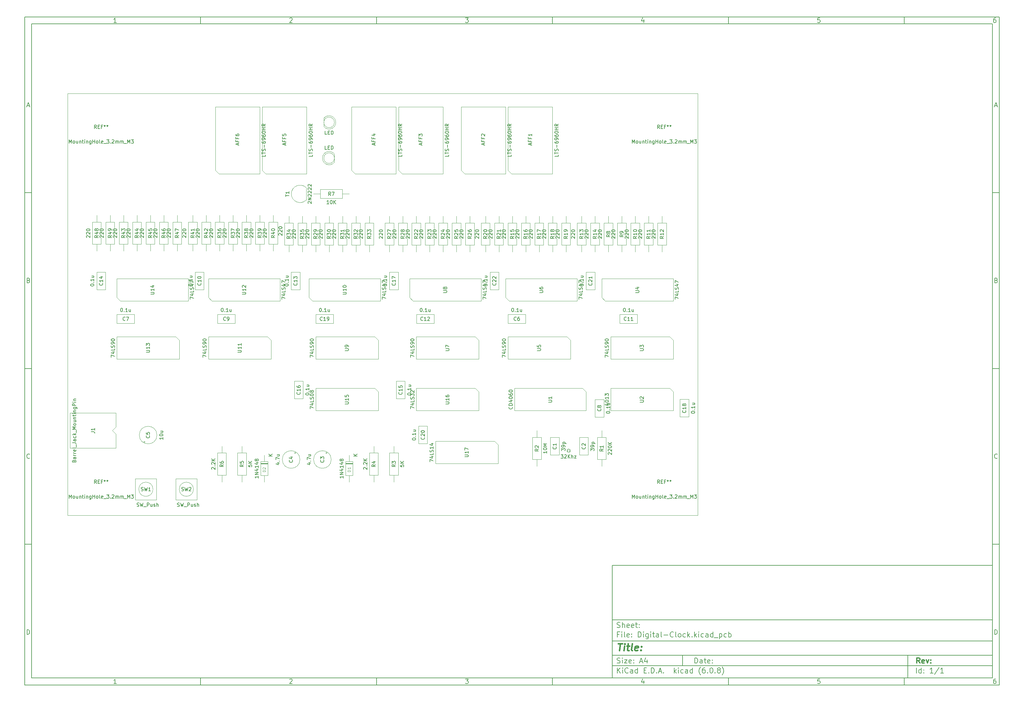
<source format=gbr>
G04 #@! TF.GenerationSoftware,KiCad,Pcbnew,(6.0.8)*
G04 #@! TF.CreationDate,2022-10-20T20:27:48+05:30*
G04 #@! TF.ProjectId,Digital-Clock,44696769-7461-46c2-9d43-6c6f636b2e6b,rev?*
G04 #@! TF.SameCoordinates,Original*
G04 #@! TF.FileFunction,AssemblyDrawing,Top*
%FSLAX46Y46*%
G04 Gerber Fmt 4.6, Leading zero omitted, Abs format (unit mm)*
G04 Created by KiCad (PCBNEW (6.0.8)) date 2022-10-20 20:27:48*
%MOMM*%
%LPD*%
G01*
G04 APERTURE LIST*
%ADD10C,0.100000*%
%ADD11C,0.150000*%
%ADD12C,0.300000*%
%ADD13C,0.400000*%
G04 #@! TA.AperFunction,Profile*
%ADD14C,0.050000*%
G04 #@! TD*
%ADD15C,0.120000*%
%ADD16C,0.090000*%
G04 APERTURE END LIST*
D10*
D11*
X177002200Y-166007200D02*
X177002200Y-198007200D01*
X285002200Y-198007200D01*
X285002200Y-166007200D01*
X177002200Y-166007200D01*
D10*
D11*
X10000000Y-10000000D02*
X10000000Y-200007200D01*
X287002200Y-200007200D01*
X287002200Y-10000000D01*
X10000000Y-10000000D01*
D10*
D11*
X12000000Y-12000000D02*
X12000000Y-198007200D01*
X285002200Y-198007200D01*
X285002200Y-12000000D01*
X12000000Y-12000000D01*
D10*
D11*
X60000000Y-12000000D02*
X60000000Y-10000000D01*
D10*
D11*
X110000000Y-12000000D02*
X110000000Y-10000000D01*
D10*
D11*
X160000000Y-12000000D02*
X160000000Y-10000000D01*
D10*
D11*
X210000000Y-12000000D02*
X210000000Y-10000000D01*
D10*
D11*
X260000000Y-12000000D02*
X260000000Y-10000000D01*
D10*
D11*
X36065476Y-11588095D02*
X35322619Y-11588095D01*
X35694047Y-11588095D02*
X35694047Y-10288095D01*
X35570238Y-10473809D01*
X35446428Y-10597619D01*
X35322619Y-10659523D01*
D10*
D11*
X85322619Y-10411904D02*
X85384523Y-10350000D01*
X85508333Y-10288095D01*
X85817857Y-10288095D01*
X85941666Y-10350000D01*
X86003571Y-10411904D01*
X86065476Y-10535714D01*
X86065476Y-10659523D01*
X86003571Y-10845238D01*
X85260714Y-11588095D01*
X86065476Y-11588095D01*
D10*
D11*
X135260714Y-10288095D02*
X136065476Y-10288095D01*
X135632142Y-10783333D01*
X135817857Y-10783333D01*
X135941666Y-10845238D01*
X136003571Y-10907142D01*
X136065476Y-11030952D01*
X136065476Y-11340476D01*
X136003571Y-11464285D01*
X135941666Y-11526190D01*
X135817857Y-11588095D01*
X135446428Y-11588095D01*
X135322619Y-11526190D01*
X135260714Y-11464285D01*
D10*
D11*
X185941666Y-10721428D02*
X185941666Y-11588095D01*
X185632142Y-10226190D02*
X185322619Y-11154761D01*
X186127380Y-11154761D01*
D10*
D11*
X236003571Y-10288095D02*
X235384523Y-10288095D01*
X235322619Y-10907142D01*
X235384523Y-10845238D01*
X235508333Y-10783333D01*
X235817857Y-10783333D01*
X235941666Y-10845238D01*
X236003571Y-10907142D01*
X236065476Y-11030952D01*
X236065476Y-11340476D01*
X236003571Y-11464285D01*
X235941666Y-11526190D01*
X235817857Y-11588095D01*
X235508333Y-11588095D01*
X235384523Y-11526190D01*
X235322619Y-11464285D01*
D10*
D11*
X285941666Y-10288095D02*
X285694047Y-10288095D01*
X285570238Y-10350000D01*
X285508333Y-10411904D01*
X285384523Y-10597619D01*
X285322619Y-10845238D01*
X285322619Y-11340476D01*
X285384523Y-11464285D01*
X285446428Y-11526190D01*
X285570238Y-11588095D01*
X285817857Y-11588095D01*
X285941666Y-11526190D01*
X286003571Y-11464285D01*
X286065476Y-11340476D01*
X286065476Y-11030952D01*
X286003571Y-10907142D01*
X285941666Y-10845238D01*
X285817857Y-10783333D01*
X285570238Y-10783333D01*
X285446428Y-10845238D01*
X285384523Y-10907142D01*
X285322619Y-11030952D01*
D10*
D11*
X60000000Y-198007200D02*
X60000000Y-200007200D01*
D10*
D11*
X110000000Y-198007200D02*
X110000000Y-200007200D01*
D10*
D11*
X160000000Y-198007200D02*
X160000000Y-200007200D01*
D10*
D11*
X210000000Y-198007200D02*
X210000000Y-200007200D01*
D10*
D11*
X260000000Y-198007200D02*
X260000000Y-200007200D01*
D10*
D11*
X36065476Y-199595295D02*
X35322619Y-199595295D01*
X35694047Y-199595295D02*
X35694047Y-198295295D01*
X35570238Y-198481009D01*
X35446428Y-198604819D01*
X35322619Y-198666723D01*
D10*
D11*
X85322619Y-198419104D02*
X85384523Y-198357200D01*
X85508333Y-198295295D01*
X85817857Y-198295295D01*
X85941666Y-198357200D01*
X86003571Y-198419104D01*
X86065476Y-198542914D01*
X86065476Y-198666723D01*
X86003571Y-198852438D01*
X85260714Y-199595295D01*
X86065476Y-199595295D01*
D10*
D11*
X135260714Y-198295295D02*
X136065476Y-198295295D01*
X135632142Y-198790533D01*
X135817857Y-198790533D01*
X135941666Y-198852438D01*
X136003571Y-198914342D01*
X136065476Y-199038152D01*
X136065476Y-199347676D01*
X136003571Y-199471485D01*
X135941666Y-199533390D01*
X135817857Y-199595295D01*
X135446428Y-199595295D01*
X135322619Y-199533390D01*
X135260714Y-199471485D01*
D10*
D11*
X185941666Y-198728628D02*
X185941666Y-199595295D01*
X185632142Y-198233390D02*
X185322619Y-199161961D01*
X186127380Y-199161961D01*
D10*
D11*
X236003571Y-198295295D02*
X235384523Y-198295295D01*
X235322619Y-198914342D01*
X235384523Y-198852438D01*
X235508333Y-198790533D01*
X235817857Y-198790533D01*
X235941666Y-198852438D01*
X236003571Y-198914342D01*
X236065476Y-199038152D01*
X236065476Y-199347676D01*
X236003571Y-199471485D01*
X235941666Y-199533390D01*
X235817857Y-199595295D01*
X235508333Y-199595295D01*
X235384523Y-199533390D01*
X235322619Y-199471485D01*
D10*
D11*
X285941666Y-198295295D02*
X285694047Y-198295295D01*
X285570238Y-198357200D01*
X285508333Y-198419104D01*
X285384523Y-198604819D01*
X285322619Y-198852438D01*
X285322619Y-199347676D01*
X285384523Y-199471485D01*
X285446428Y-199533390D01*
X285570238Y-199595295D01*
X285817857Y-199595295D01*
X285941666Y-199533390D01*
X286003571Y-199471485D01*
X286065476Y-199347676D01*
X286065476Y-199038152D01*
X286003571Y-198914342D01*
X285941666Y-198852438D01*
X285817857Y-198790533D01*
X285570238Y-198790533D01*
X285446428Y-198852438D01*
X285384523Y-198914342D01*
X285322619Y-199038152D01*
D10*
D11*
X10000000Y-60000000D02*
X12000000Y-60000000D01*
D10*
D11*
X10000000Y-110000000D02*
X12000000Y-110000000D01*
D10*
D11*
X10000000Y-160000000D02*
X12000000Y-160000000D01*
D10*
D11*
X10690476Y-35216666D02*
X11309523Y-35216666D01*
X10566666Y-35588095D02*
X11000000Y-34288095D01*
X11433333Y-35588095D01*
D10*
D11*
X11092857Y-84907142D02*
X11278571Y-84969047D01*
X11340476Y-85030952D01*
X11402380Y-85154761D01*
X11402380Y-85340476D01*
X11340476Y-85464285D01*
X11278571Y-85526190D01*
X11154761Y-85588095D01*
X10659523Y-85588095D01*
X10659523Y-84288095D01*
X11092857Y-84288095D01*
X11216666Y-84350000D01*
X11278571Y-84411904D01*
X11340476Y-84535714D01*
X11340476Y-84659523D01*
X11278571Y-84783333D01*
X11216666Y-84845238D01*
X11092857Y-84907142D01*
X10659523Y-84907142D01*
D10*
D11*
X11402380Y-135464285D02*
X11340476Y-135526190D01*
X11154761Y-135588095D01*
X11030952Y-135588095D01*
X10845238Y-135526190D01*
X10721428Y-135402380D01*
X10659523Y-135278571D01*
X10597619Y-135030952D01*
X10597619Y-134845238D01*
X10659523Y-134597619D01*
X10721428Y-134473809D01*
X10845238Y-134350000D01*
X11030952Y-134288095D01*
X11154761Y-134288095D01*
X11340476Y-134350000D01*
X11402380Y-134411904D01*
D10*
D11*
X10659523Y-185588095D02*
X10659523Y-184288095D01*
X10969047Y-184288095D01*
X11154761Y-184350000D01*
X11278571Y-184473809D01*
X11340476Y-184597619D01*
X11402380Y-184845238D01*
X11402380Y-185030952D01*
X11340476Y-185278571D01*
X11278571Y-185402380D01*
X11154761Y-185526190D01*
X10969047Y-185588095D01*
X10659523Y-185588095D01*
D10*
D11*
X287002200Y-60000000D02*
X285002200Y-60000000D01*
D10*
D11*
X287002200Y-110000000D02*
X285002200Y-110000000D01*
D10*
D11*
X287002200Y-160000000D02*
X285002200Y-160000000D01*
D10*
D11*
X285692676Y-35216666D02*
X286311723Y-35216666D01*
X285568866Y-35588095D02*
X286002200Y-34288095D01*
X286435533Y-35588095D01*
D10*
D11*
X286095057Y-84907142D02*
X286280771Y-84969047D01*
X286342676Y-85030952D01*
X286404580Y-85154761D01*
X286404580Y-85340476D01*
X286342676Y-85464285D01*
X286280771Y-85526190D01*
X286156961Y-85588095D01*
X285661723Y-85588095D01*
X285661723Y-84288095D01*
X286095057Y-84288095D01*
X286218866Y-84350000D01*
X286280771Y-84411904D01*
X286342676Y-84535714D01*
X286342676Y-84659523D01*
X286280771Y-84783333D01*
X286218866Y-84845238D01*
X286095057Y-84907142D01*
X285661723Y-84907142D01*
D10*
D11*
X286404580Y-135464285D02*
X286342676Y-135526190D01*
X286156961Y-135588095D01*
X286033152Y-135588095D01*
X285847438Y-135526190D01*
X285723628Y-135402380D01*
X285661723Y-135278571D01*
X285599819Y-135030952D01*
X285599819Y-134845238D01*
X285661723Y-134597619D01*
X285723628Y-134473809D01*
X285847438Y-134350000D01*
X286033152Y-134288095D01*
X286156961Y-134288095D01*
X286342676Y-134350000D01*
X286404580Y-134411904D01*
D10*
D11*
X285661723Y-185588095D02*
X285661723Y-184288095D01*
X285971247Y-184288095D01*
X286156961Y-184350000D01*
X286280771Y-184473809D01*
X286342676Y-184597619D01*
X286404580Y-184845238D01*
X286404580Y-185030952D01*
X286342676Y-185278571D01*
X286280771Y-185402380D01*
X286156961Y-185526190D01*
X285971247Y-185588095D01*
X285661723Y-185588095D01*
D10*
D11*
X200434342Y-193785771D02*
X200434342Y-192285771D01*
X200791485Y-192285771D01*
X201005771Y-192357200D01*
X201148628Y-192500057D01*
X201220057Y-192642914D01*
X201291485Y-192928628D01*
X201291485Y-193142914D01*
X201220057Y-193428628D01*
X201148628Y-193571485D01*
X201005771Y-193714342D01*
X200791485Y-193785771D01*
X200434342Y-193785771D01*
X202577200Y-193785771D02*
X202577200Y-193000057D01*
X202505771Y-192857200D01*
X202362914Y-192785771D01*
X202077200Y-192785771D01*
X201934342Y-192857200D01*
X202577200Y-193714342D02*
X202434342Y-193785771D01*
X202077200Y-193785771D01*
X201934342Y-193714342D01*
X201862914Y-193571485D01*
X201862914Y-193428628D01*
X201934342Y-193285771D01*
X202077200Y-193214342D01*
X202434342Y-193214342D01*
X202577200Y-193142914D01*
X203077200Y-192785771D02*
X203648628Y-192785771D01*
X203291485Y-192285771D02*
X203291485Y-193571485D01*
X203362914Y-193714342D01*
X203505771Y-193785771D01*
X203648628Y-193785771D01*
X204720057Y-193714342D02*
X204577200Y-193785771D01*
X204291485Y-193785771D01*
X204148628Y-193714342D01*
X204077200Y-193571485D01*
X204077200Y-193000057D01*
X204148628Y-192857200D01*
X204291485Y-192785771D01*
X204577200Y-192785771D01*
X204720057Y-192857200D01*
X204791485Y-193000057D01*
X204791485Y-193142914D01*
X204077200Y-193285771D01*
X205434342Y-193642914D02*
X205505771Y-193714342D01*
X205434342Y-193785771D01*
X205362914Y-193714342D01*
X205434342Y-193642914D01*
X205434342Y-193785771D01*
X205434342Y-192857200D02*
X205505771Y-192928628D01*
X205434342Y-193000057D01*
X205362914Y-192928628D01*
X205434342Y-192857200D01*
X205434342Y-193000057D01*
D10*
D11*
X177002200Y-194507200D02*
X285002200Y-194507200D01*
D10*
D11*
X178434342Y-196585771D02*
X178434342Y-195085771D01*
X179291485Y-196585771D02*
X178648628Y-195728628D01*
X179291485Y-195085771D02*
X178434342Y-195942914D01*
X179934342Y-196585771D02*
X179934342Y-195585771D01*
X179934342Y-195085771D02*
X179862914Y-195157200D01*
X179934342Y-195228628D01*
X180005771Y-195157200D01*
X179934342Y-195085771D01*
X179934342Y-195228628D01*
X181505771Y-196442914D02*
X181434342Y-196514342D01*
X181220057Y-196585771D01*
X181077200Y-196585771D01*
X180862914Y-196514342D01*
X180720057Y-196371485D01*
X180648628Y-196228628D01*
X180577200Y-195942914D01*
X180577200Y-195728628D01*
X180648628Y-195442914D01*
X180720057Y-195300057D01*
X180862914Y-195157200D01*
X181077200Y-195085771D01*
X181220057Y-195085771D01*
X181434342Y-195157200D01*
X181505771Y-195228628D01*
X182791485Y-196585771D02*
X182791485Y-195800057D01*
X182720057Y-195657200D01*
X182577200Y-195585771D01*
X182291485Y-195585771D01*
X182148628Y-195657200D01*
X182791485Y-196514342D02*
X182648628Y-196585771D01*
X182291485Y-196585771D01*
X182148628Y-196514342D01*
X182077200Y-196371485D01*
X182077200Y-196228628D01*
X182148628Y-196085771D01*
X182291485Y-196014342D01*
X182648628Y-196014342D01*
X182791485Y-195942914D01*
X184148628Y-196585771D02*
X184148628Y-195085771D01*
X184148628Y-196514342D02*
X184005771Y-196585771D01*
X183720057Y-196585771D01*
X183577200Y-196514342D01*
X183505771Y-196442914D01*
X183434342Y-196300057D01*
X183434342Y-195871485D01*
X183505771Y-195728628D01*
X183577200Y-195657200D01*
X183720057Y-195585771D01*
X184005771Y-195585771D01*
X184148628Y-195657200D01*
X186005771Y-195800057D02*
X186505771Y-195800057D01*
X186720057Y-196585771D02*
X186005771Y-196585771D01*
X186005771Y-195085771D01*
X186720057Y-195085771D01*
X187362914Y-196442914D02*
X187434342Y-196514342D01*
X187362914Y-196585771D01*
X187291485Y-196514342D01*
X187362914Y-196442914D01*
X187362914Y-196585771D01*
X188077200Y-196585771D02*
X188077200Y-195085771D01*
X188434342Y-195085771D01*
X188648628Y-195157200D01*
X188791485Y-195300057D01*
X188862914Y-195442914D01*
X188934342Y-195728628D01*
X188934342Y-195942914D01*
X188862914Y-196228628D01*
X188791485Y-196371485D01*
X188648628Y-196514342D01*
X188434342Y-196585771D01*
X188077200Y-196585771D01*
X189577200Y-196442914D02*
X189648628Y-196514342D01*
X189577200Y-196585771D01*
X189505771Y-196514342D01*
X189577200Y-196442914D01*
X189577200Y-196585771D01*
X190220057Y-196157200D02*
X190934342Y-196157200D01*
X190077200Y-196585771D02*
X190577200Y-195085771D01*
X191077200Y-196585771D01*
X191577200Y-196442914D02*
X191648628Y-196514342D01*
X191577200Y-196585771D01*
X191505771Y-196514342D01*
X191577200Y-196442914D01*
X191577200Y-196585771D01*
X194577200Y-196585771D02*
X194577200Y-195085771D01*
X194720057Y-196014342D02*
X195148628Y-196585771D01*
X195148628Y-195585771D02*
X194577200Y-196157200D01*
X195791485Y-196585771D02*
X195791485Y-195585771D01*
X195791485Y-195085771D02*
X195720057Y-195157200D01*
X195791485Y-195228628D01*
X195862914Y-195157200D01*
X195791485Y-195085771D01*
X195791485Y-195228628D01*
X197148628Y-196514342D02*
X197005771Y-196585771D01*
X196720057Y-196585771D01*
X196577200Y-196514342D01*
X196505771Y-196442914D01*
X196434342Y-196300057D01*
X196434342Y-195871485D01*
X196505771Y-195728628D01*
X196577200Y-195657200D01*
X196720057Y-195585771D01*
X197005771Y-195585771D01*
X197148628Y-195657200D01*
X198434342Y-196585771D02*
X198434342Y-195800057D01*
X198362914Y-195657200D01*
X198220057Y-195585771D01*
X197934342Y-195585771D01*
X197791485Y-195657200D01*
X198434342Y-196514342D02*
X198291485Y-196585771D01*
X197934342Y-196585771D01*
X197791485Y-196514342D01*
X197720057Y-196371485D01*
X197720057Y-196228628D01*
X197791485Y-196085771D01*
X197934342Y-196014342D01*
X198291485Y-196014342D01*
X198434342Y-195942914D01*
X199791485Y-196585771D02*
X199791485Y-195085771D01*
X199791485Y-196514342D02*
X199648628Y-196585771D01*
X199362914Y-196585771D01*
X199220057Y-196514342D01*
X199148628Y-196442914D01*
X199077200Y-196300057D01*
X199077200Y-195871485D01*
X199148628Y-195728628D01*
X199220057Y-195657200D01*
X199362914Y-195585771D01*
X199648628Y-195585771D01*
X199791485Y-195657200D01*
X202077200Y-197157200D02*
X202005771Y-197085771D01*
X201862914Y-196871485D01*
X201791485Y-196728628D01*
X201720057Y-196514342D01*
X201648628Y-196157200D01*
X201648628Y-195871485D01*
X201720057Y-195514342D01*
X201791485Y-195300057D01*
X201862914Y-195157200D01*
X202005771Y-194942914D01*
X202077200Y-194871485D01*
X203291485Y-195085771D02*
X203005771Y-195085771D01*
X202862914Y-195157200D01*
X202791485Y-195228628D01*
X202648628Y-195442914D01*
X202577200Y-195728628D01*
X202577200Y-196300057D01*
X202648628Y-196442914D01*
X202720057Y-196514342D01*
X202862914Y-196585771D01*
X203148628Y-196585771D01*
X203291485Y-196514342D01*
X203362914Y-196442914D01*
X203434342Y-196300057D01*
X203434342Y-195942914D01*
X203362914Y-195800057D01*
X203291485Y-195728628D01*
X203148628Y-195657200D01*
X202862914Y-195657200D01*
X202720057Y-195728628D01*
X202648628Y-195800057D01*
X202577200Y-195942914D01*
X204077200Y-196442914D02*
X204148628Y-196514342D01*
X204077200Y-196585771D01*
X204005771Y-196514342D01*
X204077200Y-196442914D01*
X204077200Y-196585771D01*
X205077200Y-195085771D02*
X205220057Y-195085771D01*
X205362914Y-195157200D01*
X205434342Y-195228628D01*
X205505771Y-195371485D01*
X205577200Y-195657200D01*
X205577200Y-196014342D01*
X205505771Y-196300057D01*
X205434342Y-196442914D01*
X205362914Y-196514342D01*
X205220057Y-196585771D01*
X205077200Y-196585771D01*
X204934342Y-196514342D01*
X204862914Y-196442914D01*
X204791485Y-196300057D01*
X204720057Y-196014342D01*
X204720057Y-195657200D01*
X204791485Y-195371485D01*
X204862914Y-195228628D01*
X204934342Y-195157200D01*
X205077200Y-195085771D01*
X206220057Y-196442914D02*
X206291485Y-196514342D01*
X206220057Y-196585771D01*
X206148628Y-196514342D01*
X206220057Y-196442914D01*
X206220057Y-196585771D01*
X207148628Y-195728628D02*
X207005771Y-195657200D01*
X206934342Y-195585771D01*
X206862914Y-195442914D01*
X206862914Y-195371485D01*
X206934342Y-195228628D01*
X207005771Y-195157200D01*
X207148628Y-195085771D01*
X207434342Y-195085771D01*
X207577200Y-195157200D01*
X207648628Y-195228628D01*
X207720057Y-195371485D01*
X207720057Y-195442914D01*
X207648628Y-195585771D01*
X207577200Y-195657200D01*
X207434342Y-195728628D01*
X207148628Y-195728628D01*
X207005771Y-195800057D01*
X206934342Y-195871485D01*
X206862914Y-196014342D01*
X206862914Y-196300057D01*
X206934342Y-196442914D01*
X207005771Y-196514342D01*
X207148628Y-196585771D01*
X207434342Y-196585771D01*
X207577200Y-196514342D01*
X207648628Y-196442914D01*
X207720057Y-196300057D01*
X207720057Y-196014342D01*
X207648628Y-195871485D01*
X207577200Y-195800057D01*
X207434342Y-195728628D01*
X208220057Y-197157200D02*
X208291485Y-197085771D01*
X208434342Y-196871485D01*
X208505771Y-196728628D01*
X208577200Y-196514342D01*
X208648628Y-196157200D01*
X208648628Y-195871485D01*
X208577200Y-195514342D01*
X208505771Y-195300057D01*
X208434342Y-195157200D01*
X208291485Y-194942914D01*
X208220057Y-194871485D01*
D10*
D11*
X177002200Y-191507200D02*
X285002200Y-191507200D01*
D10*
D12*
X264411485Y-193785771D02*
X263911485Y-193071485D01*
X263554342Y-193785771D02*
X263554342Y-192285771D01*
X264125771Y-192285771D01*
X264268628Y-192357200D01*
X264340057Y-192428628D01*
X264411485Y-192571485D01*
X264411485Y-192785771D01*
X264340057Y-192928628D01*
X264268628Y-193000057D01*
X264125771Y-193071485D01*
X263554342Y-193071485D01*
X265625771Y-193714342D02*
X265482914Y-193785771D01*
X265197200Y-193785771D01*
X265054342Y-193714342D01*
X264982914Y-193571485D01*
X264982914Y-193000057D01*
X265054342Y-192857200D01*
X265197200Y-192785771D01*
X265482914Y-192785771D01*
X265625771Y-192857200D01*
X265697200Y-193000057D01*
X265697200Y-193142914D01*
X264982914Y-193285771D01*
X266197200Y-192785771D02*
X266554342Y-193785771D01*
X266911485Y-192785771D01*
X267482914Y-193642914D02*
X267554342Y-193714342D01*
X267482914Y-193785771D01*
X267411485Y-193714342D01*
X267482914Y-193642914D01*
X267482914Y-193785771D01*
X267482914Y-192857200D02*
X267554342Y-192928628D01*
X267482914Y-193000057D01*
X267411485Y-192928628D01*
X267482914Y-192857200D01*
X267482914Y-193000057D01*
D10*
D11*
X178362914Y-193714342D02*
X178577200Y-193785771D01*
X178934342Y-193785771D01*
X179077200Y-193714342D01*
X179148628Y-193642914D01*
X179220057Y-193500057D01*
X179220057Y-193357200D01*
X179148628Y-193214342D01*
X179077200Y-193142914D01*
X178934342Y-193071485D01*
X178648628Y-193000057D01*
X178505771Y-192928628D01*
X178434342Y-192857200D01*
X178362914Y-192714342D01*
X178362914Y-192571485D01*
X178434342Y-192428628D01*
X178505771Y-192357200D01*
X178648628Y-192285771D01*
X179005771Y-192285771D01*
X179220057Y-192357200D01*
X179862914Y-193785771D02*
X179862914Y-192785771D01*
X179862914Y-192285771D02*
X179791485Y-192357200D01*
X179862914Y-192428628D01*
X179934342Y-192357200D01*
X179862914Y-192285771D01*
X179862914Y-192428628D01*
X180434342Y-192785771D02*
X181220057Y-192785771D01*
X180434342Y-193785771D01*
X181220057Y-193785771D01*
X182362914Y-193714342D02*
X182220057Y-193785771D01*
X181934342Y-193785771D01*
X181791485Y-193714342D01*
X181720057Y-193571485D01*
X181720057Y-193000057D01*
X181791485Y-192857200D01*
X181934342Y-192785771D01*
X182220057Y-192785771D01*
X182362914Y-192857200D01*
X182434342Y-193000057D01*
X182434342Y-193142914D01*
X181720057Y-193285771D01*
X183077200Y-193642914D02*
X183148628Y-193714342D01*
X183077200Y-193785771D01*
X183005771Y-193714342D01*
X183077200Y-193642914D01*
X183077200Y-193785771D01*
X183077200Y-192857200D02*
X183148628Y-192928628D01*
X183077200Y-193000057D01*
X183005771Y-192928628D01*
X183077200Y-192857200D01*
X183077200Y-193000057D01*
X184862914Y-193357200D02*
X185577200Y-193357200D01*
X184720057Y-193785771D02*
X185220057Y-192285771D01*
X185720057Y-193785771D01*
X186862914Y-192785771D02*
X186862914Y-193785771D01*
X186505771Y-192214342D02*
X186148628Y-193285771D01*
X187077200Y-193285771D01*
D10*
D11*
X263434342Y-196585771D02*
X263434342Y-195085771D01*
X264791485Y-196585771D02*
X264791485Y-195085771D01*
X264791485Y-196514342D02*
X264648628Y-196585771D01*
X264362914Y-196585771D01*
X264220057Y-196514342D01*
X264148628Y-196442914D01*
X264077200Y-196300057D01*
X264077200Y-195871485D01*
X264148628Y-195728628D01*
X264220057Y-195657200D01*
X264362914Y-195585771D01*
X264648628Y-195585771D01*
X264791485Y-195657200D01*
X265505771Y-196442914D02*
X265577200Y-196514342D01*
X265505771Y-196585771D01*
X265434342Y-196514342D01*
X265505771Y-196442914D01*
X265505771Y-196585771D01*
X265505771Y-195657200D02*
X265577200Y-195728628D01*
X265505771Y-195800057D01*
X265434342Y-195728628D01*
X265505771Y-195657200D01*
X265505771Y-195800057D01*
X268148628Y-196585771D02*
X267291485Y-196585771D01*
X267720057Y-196585771D02*
X267720057Y-195085771D01*
X267577200Y-195300057D01*
X267434342Y-195442914D01*
X267291485Y-195514342D01*
X269862914Y-195014342D02*
X268577200Y-196942914D01*
X271148628Y-196585771D02*
X270291485Y-196585771D01*
X270720057Y-196585771D02*
X270720057Y-195085771D01*
X270577200Y-195300057D01*
X270434342Y-195442914D01*
X270291485Y-195514342D01*
D10*
D11*
X177002200Y-187507200D02*
X285002200Y-187507200D01*
D10*
D13*
X178714580Y-188211961D02*
X179857438Y-188211961D01*
X179036009Y-190211961D02*
X179286009Y-188211961D01*
X180274104Y-190211961D02*
X180440771Y-188878628D01*
X180524104Y-188211961D02*
X180416961Y-188307200D01*
X180500295Y-188402438D01*
X180607438Y-188307200D01*
X180524104Y-188211961D01*
X180500295Y-188402438D01*
X181107438Y-188878628D02*
X181869342Y-188878628D01*
X181476485Y-188211961D02*
X181262200Y-189926247D01*
X181333628Y-190116723D01*
X181512200Y-190211961D01*
X181702676Y-190211961D01*
X182655057Y-190211961D02*
X182476485Y-190116723D01*
X182405057Y-189926247D01*
X182619342Y-188211961D01*
X184190771Y-190116723D02*
X183988390Y-190211961D01*
X183607438Y-190211961D01*
X183428866Y-190116723D01*
X183357438Y-189926247D01*
X183452676Y-189164342D01*
X183571723Y-188973866D01*
X183774104Y-188878628D01*
X184155057Y-188878628D01*
X184333628Y-188973866D01*
X184405057Y-189164342D01*
X184381247Y-189354819D01*
X183405057Y-189545295D01*
X185155057Y-190021485D02*
X185238390Y-190116723D01*
X185131247Y-190211961D01*
X185047914Y-190116723D01*
X185155057Y-190021485D01*
X185131247Y-190211961D01*
X185286009Y-188973866D02*
X185369342Y-189069104D01*
X185262200Y-189164342D01*
X185178866Y-189069104D01*
X185286009Y-188973866D01*
X185262200Y-189164342D01*
D10*
D11*
X178934342Y-185600057D02*
X178434342Y-185600057D01*
X178434342Y-186385771D02*
X178434342Y-184885771D01*
X179148628Y-184885771D01*
X179720057Y-186385771D02*
X179720057Y-185385771D01*
X179720057Y-184885771D02*
X179648628Y-184957200D01*
X179720057Y-185028628D01*
X179791485Y-184957200D01*
X179720057Y-184885771D01*
X179720057Y-185028628D01*
X180648628Y-186385771D02*
X180505771Y-186314342D01*
X180434342Y-186171485D01*
X180434342Y-184885771D01*
X181791485Y-186314342D02*
X181648628Y-186385771D01*
X181362914Y-186385771D01*
X181220057Y-186314342D01*
X181148628Y-186171485D01*
X181148628Y-185600057D01*
X181220057Y-185457200D01*
X181362914Y-185385771D01*
X181648628Y-185385771D01*
X181791485Y-185457200D01*
X181862914Y-185600057D01*
X181862914Y-185742914D01*
X181148628Y-185885771D01*
X182505771Y-186242914D02*
X182577200Y-186314342D01*
X182505771Y-186385771D01*
X182434342Y-186314342D01*
X182505771Y-186242914D01*
X182505771Y-186385771D01*
X182505771Y-185457200D02*
X182577200Y-185528628D01*
X182505771Y-185600057D01*
X182434342Y-185528628D01*
X182505771Y-185457200D01*
X182505771Y-185600057D01*
X184362914Y-186385771D02*
X184362914Y-184885771D01*
X184720057Y-184885771D01*
X184934342Y-184957200D01*
X185077200Y-185100057D01*
X185148628Y-185242914D01*
X185220057Y-185528628D01*
X185220057Y-185742914D01*
X185148628Y-186028628D01*
X185077200Y-186171485D01*
X184934342Y-186314342D01*
X184720057Y-186385771D01*
X184362914Y-186385771D01*
X185862914Y-186385771D02*
X185862914Y-185385771D01*
X185862914Y-184885771D02*
X185791485Y-184957200D01*
X185862914Y-185028628D01*
X185934342Y-184957200D01*
X185862914Y-184885771D01*
X185862914Y-185028628D01*
X187220057Y-185385771D02*
X187220057Y-186600057D01*
X187148628Y-186742914D01*
X187077200Y-186814342D01*
X186934342Y-186885771D01*
X186720057Y-186885771D01*
X186577200Y-186814342D01*
X187220057Y-186314342D02*
X187077200Y-186385771D01*
X186791485Y-186385771D01*
X186648628Y-186314342D01*
X186577200Y-186242914D01*
X186505771Y-186100057D01*
X186505771Y-185671485D01*
X186577200Y-185528628D01*
X186648628Y-185457200D01*
X186791485Y-185385771D01*
X187077200Y-185385771D01*
X187220057Y-185457200D01*
X187934342Y-186385771D02*
X187934342Y-185385771D01*
X187934342Y-184885771D02*
X187862914Y-184957200D01*
X187934342Y-185028628D01*
X188005771Y-184957200D01*
X187934342Y-184885771D01*
X187934342Y-185028628D01*
X188434342Y-185385771D02*
X189005771Y-185385771D01*
X188648628Y-184885771D02*
X188648628Y-186171485D01*
X188720057Y-186314342D01*
X188862914Y-186385771D01*
X189005771Y-186385771D01*
X190148628Y-186385771D02*
X190148628Y-185600057D01*
X190077200Y-185457200D01*
X189934342Y-185385771D01*
X189648628Y-185385771D01*
X189505771Y-185457200D01*
X190148628Y-186314342D02*
X190005771Y-186385771D01*
X189648628Y-186385771D01*
X189505771Y-186314342D01*
X189434342Y-186171485D01*
X189434342Y-186028628D01*
X189505771Y-185885771D01*
X189648628Y-185814342D01*
X190005771Y-185814342D01*
X190148628Y-185742914D01*
X191077200Y-186385771D02*
X190934342Y-186314342D01*
X190862914Y-186171485D01*
X190862914Y-184885771D01*
X191648628Y-185814342D02*
X192791485Y-185814342D01*
X194362914Y-186242914D02*
X194291485Y-186314342D01*
X194077200Y-186385771D01*
X193934342Y-186385771D01*
X193720057Y-186314342D01*
X193577200Y-186171485D01*
X193505771Y-186028628D01*
X193434342Y-185742914D01*
X193434342Y-185528628D01*
X193505771Y-185242914D01*
X193577200Y-185100057D01*
X193720057Y-184957200D01*
X193934342Y-184885771D01*
X194077200Y-184885771D01*
X194291485Y-184957200D01*
X194362914Y-185028628D01*
X195220057Y-186385771D02*
X195077200Y-186314342D01*
X195005771Y-186171485D01*
X195005771Y-184885771D01*
X196005771Y-186385771D02*
X195862914Y-186314342D01*
X195791485Y-186242914D01*
X195720057Y-186100057D01*
X195720057Y-185671485D01*
X195791485Y-185528628D01*
X195862914Y-185457200D01*
X196005771Y-185385771D01*
X196220057Y-185385771D01*
X196362914Y-185457200D01*
X196434342Y-185528628D01*
X196505771Y-185671485D01*
X196505771Y-186100057D01*
X196434342Y-186242914D01*
X196362914Y-186314342D01*
X196220057Y-186385771D01*
X196005771Y-186385771D01*
X197791485Y-186314342D02*
X197648628Y-186385771D01*
X197362914Y-186385771D01*
X197220057Y-186314342D01*
X197148628Y-186242914D01*
X197077200Y-186100057D01*
X197077200Y-185671485D01*
X197148628Y-185528628D01*
X197220057Y-185457200D01*
X197362914Y-185385771D01*
X197648628Y-185385771D01*
X197791485Y-185457200D01*
X198434342Y-186385771D02*
X198434342Y-184885771D01*
X198577200Y-185814342D02*
X199005771Y-186385771D01*
X199005771Y-185385771D02*
X198434342Y-185957200D01*
X199648628Y-186242914D02*
X199720057Y-186314342D01*
X199648628Y-186385771D01*
X199577200Y-186314342D01*
X199648628Y-186242914D01*
X199648628Y-186385771D01*
X200362914Y-186385771D02*
X200362914Y-184885771D01*
X200505771Y-185814342D02*
X200934342Y-186385771D01*
X200934342Y-185385771D02*
X200362914Y-185957200D01*
X201577200Y-186385771D02*
X201577200Y-185385771D01*
X201577200Y-184885771D02*
X201505771Y-184957200D01*
X201577200Y-185028628D01*
X201648628Y-184957200D01*
X201577200Y-184885771D01*
X201577200Y-185028628D01*
X202934342Y-186314342D02*
X202791485Y-186385771D01*
X202505771Y-186385771D01*
X202362914Y-186314342D01*
X202291485Y-186242914D01*
X202220057Y-186100057D01*
X202220057Y-185671485D01*
X202291485Y-185528628D01*
X202362914Y-185457200D01*
X202505771Y-185385771D01*
X202791485Y-185385771D01*
X202934342Y-185457200D01*
X204220057Y-186385771D02*
X204220057Y-185600057D01*
X204148628Y-185457200D01*
X204005771Y-185385771D01*
X203720057Y-185385771D01*
X203577200Y-185457200D01*
X204220057Y-186314342D02*
X204077200Y-186385771D01*
X203720057Y-186385771D01*
X203577200Y-186314342D01*
X203505771Y-186171485D01*
X203505771Y-186028628D01*
X203577200Y-185885771D01*
X203720057Y-185814342D01*
X204077200Y-185814342D01*
X204220057Y-185742914D01*
X205577200Y-186385771D02*
X205577200Y-184885771D01*
X205577200Y-186314342D02*
X205434342Y-186385771D01*
X205148628Y-186385771D01*
X205005771Y-186314342D01*
X204934342Y-186242914D01*
X204862914Y-186100057D01*
X204862914Y-185671485D01*
X204934342Y-185528628D01*
X205005771Y-185457200D01*
X205148628Y-185385771D01*
X205434342Y-185385771D01*
X205577200Y-185457200D01*
X205934342Y-186528628D02*
X207077200Y-186528628D01*
X207434342Y-185385771D02*
X207434342Y-186885771D01*
X207434342Y-185457200D02*
X207577200Y-185385771D01*
X207862914Y-185385771D01*
X208005771Y-185457200D01*
X208077200Y-185528628D01*
X208148628Y-185671485D01*
X208148628Y-186100057D01*
X208077200Y-186242914D01*
X208005771Y-186314342D01*
X207862914Y-186385771D01*
X207577200Y-186385771D01*
X207434342Y-186314342D01*
X209434342Y-186314342D02*
X209291485Y-186385771D01*
X209005771Y-186385771D01*
X208862914Y-186314342D01*
X208791485Y-186242914D01*
X208720057Y-186100057D01*
X208720057Y-185671485D01*
X208791485Y-185528628D01*
X208862914Y-185457200D01*
X209005771Y-185385771D01*
X209291485Y-185385771D01*
X209434342Y-185457200D01*
X210077200Y-186385771D02*
X210077200Y-184885771D01*
X210077200Y-185457200D02*
X210220057Y-185385771D01*
X210505771Y-185385771D01*
X210648628Y-185457200D01*
X210720057Y-185528628D01*
X210791485Y-185671485D01*
X210791485Y-186100057D01*
X210720057Y-186242914D01*
X210648628Y-186314342D01*
X210505771Y-186385771D01*
X210220057Y-186385771D01*
X210077200Y-186314342D01*
D10*
D11*
X177002200Y-181507200D02*
X285002200Y-181507200D01*
D10*
D11*
X178362914Y-183614342D02*
X178577200Y-183685771D01*
X178934342Y-183685771D01*
X179077200Y-183614342D01*
X179148628Y-183542914D01*
X179220057Y-183400057D01*
X179220057Y-183257200D01*
X179148628Y-183114342D01*
X179077200Y-183042914D01*
X178934342Y-182971485D01*
X178648628Y-182900057D01*
X178505771Y-182828628D01*
X178434342Y-182757200D01*
X178362914Y-182614342D01*
X178362914Y-182471485D01*
X178434342Y-182328628D01*
X178505771Y-182257200D01*
X178648628Y-182185771D01*
X179005771Y-182185771D01*
X179220057Y-182257200D01*
X179862914Y-183685771D02*
X179862914Y-182185771D01*
X180505771Y-183685771D02*
X180505771Y-182900057D01*
X180434342Y-182757200D01*
X180291485Y-182685771D01*
X180077200Y-182685771D01*
X179934342Y-182757200D01*
X179862914Y-182828628D01*
X181791485Y-183614342D02*
X181648628Y-183685771D01*
X181362914Y-183685771D01*
X181220057Y-183614342D01*
X181148628Y-183471485D01*
X181148628Y-182900057D01*
X181220057Y-182757200D01*
X181362914Y-182685771D01*
X181648628Y-182685771D01*
X181791485Y-182757200D01*
X181862914Y-182900057D01*
X181862914Y-183042914D01*
X181148628Y-183185771D01*
X183077200Y-183614342D02*
X182934342Y-183685771D01*
X182648628Y-183685771D01*
X182505771Y-183614342D01*
X182434342Y-183471485D01*
X182434342Y-182900057D01*
X182505771Y-182757200D01*
X182648628Y-182685771D01*
X182934342Y-182685771D01*
X183077200Y-182757200D01*
X183148628Y-182900057D01*
X183148628Y-183042914D01*
X182434342Y-183185771D01*
X183577200Y-182685771D02*
X184148628Y-182685771D01*
X183791485Y-182185771D02*
X183791485Y-183471485D01*
X183862914Y-183614342D01*
X184005771Y-183685771D01*
X184148628Y-183685771D01*
X184648628Y-183542914D02*
X184720057Y-183614342D01*
X184648628Y-183685771D01*
X184577200Y-183614342D01*
X184648628Y-183542914D01*
X184648628Y-183685771D01*
X184648628Y-182757200D02*
X184720057Y-182828628D01*
X184648628Y-182900057D01*
X184577200Y-182828628D01*
X184648628Y-182757200D01*
X184648628Y-182900057D01*
D10*
D12*
D10*
D11*
D10*
D11*
D10*
D11*
D10*
D11*
D10*
D11*
X197002200Y-191507200D02*
X197002200Y-194507200D01*
D10*
D11*
X261002200Y-191507200D02*
X261002200Y-198007200D01*
D14*
X22225000Y-33655000D02*
X22225000Y-133350000D01*
X22225000Y-151765000D02*
X201295000Y-151765000D01*
X22225000Y-31750000D02*
X22225000Y-33655000D01*
X201295000Y-41910000D02*
X201295000Y-31750000D01*
X22225000Y-133350000D02*
X22225000Y-151765000D01*
X201295000Y-31750000D02*
X22225000Y-31750000D01*
X201295000Y-151765000D02*
X201295000Y-41910000D01*
D11*
X161622380Y-49180238D02*
X161622380Y-49656428D01*
X160622380Y-49656428D01*
X160622380Y-48989761D02*
X160622380Y-48418333D01*
X161622380Y-48704047D02*
X160622380Y-48704047D01*
X161574761Y-48132619D02*
X161622380Y-47989761D01*
X161622380Y-47751666D01*
X161574761Y-47656428D01*
X161527142Y-47608809D01*
X161431904Y-47561190D01*
X161336666Y-47561190D01*
X161241428Y-47608809D01*
X161193809Y-47656428D01*
X161146190Y-47751666D01*
X161098571Y-47942142D01*
X161050952Y-48037380D01*
X161003333Y-48085000D01*
X160908095Y-48132619D01*
X160812857Y-48132619D01*
X160717619Y-48085000D01*
X160670000Y-48037380D01*
X160622380Y-47942142D01*
X160622380Y-47704047D01*
X160670000Y-47561190D01*
X161241428Y-47132619D02*
X161241428Y-46370714D01*
X160622380Y-45465952D02*
X160622380Y-45656428D01*
X160670000Y-45751666D01*
X160717619Y-45799285D01*
X160860476Y-45894523D01*
X161050952Y-45942142D01*
X161431904Y-45942142D01*
X161527142Y-45894523D01*
X161574761Y-45846904D01*
X161622380Y-45751666D01*
X161622380Y-45561190D01*
X161574761Y-45465952D01*
X161527142Y-45418333D01*
X161431904Y-45370714D01*
X161193809Y-45370714D01*
X161098571Y-45418333D01*
X161050952Y-45465952D01*
X161003333Y-45561190D01*
X161003333Y-45751666D01*
X161050952Y-45846904D01*
X161098571Y-45894523D01*
X161193809Y-45942142D01*
X161622380Y-44894523D02*
X161622380Y-44704047D01*
X161574761Y-44608809D01*
X161527142Y-44561190D01*
X161384285Y-44465952D01*
X161193809Y-44418333D01*
X160812857Y-44418333D01*
X160717619Y-44465952D01*
X160670000Y-44513571D01*
X160622380Y-44608809D01*
X160622380Y-44799285D01*
X160670000Y-44894523D01*
X160717619Y-44942142D01*
X160812857Y-44989761D01*
X161050952Y-44989761D01*
X161146190Y-44942142D01*
X161193809Y-44894523D01*
X161241428Y-44799285D01*
X161241428Y-44608809D01*
X161193809Y-44513571D01*
X161146190Y-44465952D01*
X161050952Y-44418333D01*
X160622380Y-43561190D02*
X160622380Y-43751666D01*
X160670000Y-43846904D01*
X160717619Y-43894523D01*
X160860476Y-43989761D01*
X161050952Y-44037380D01*
X161431904Y-44037380D01*
X161527142Y-43989761D01*
X161574761Y-43942142D01*
X161622380Y-43846904D01*
X161622380Y-43656428D01*
X161574761Y-43561190D01*
X161527142Y-43513571D01*
X161431904Y-43465952D01*
X161193809Y-43465952D01*
X161098571Y-43513571D01*
X161050952Y-43561190D01*
X161003333Y-43656428D01*
X161003333Y-43846904D01*
X161050952Y-43942142D01*
X161098571Y-43989761D01*
X161193809Y-44037380D01*
X160622380Y-42846904D02*
X160622380Y-42751666D01*
X160670000Y-42656428D01*
X160717619Y-42608809D01*
X160812857Y-42561190D01*
X161003333Y-42513571D01*
X161241428Y-42513571D01*
X161431904Y-42561190D01*
X161527142Y-42608809D01*
X161574761Y-42656428D01*
X161622380Y-42751666D01*
X161622380Y-42846904D01*
X161574761Y-42942142D01*
X161527142Y-42989761D01*
X161431904Y-43037380D01*
X161241428Y-43085000D01*
X161003333Y-43085000D01*
X160812857Y-43037380D01*
X160717619Y-42989761D01*
X160670000Y-42942142D01*
X160622380Y-42846904D01*
X161622380Y-42085000D02*
X160622380Y-42085000D01*
X161098571Y-42085000D02*
X161098571Y-41513571D01*
X161622380Y-41513571D02*
X160622380Y-41513571D01*
X161622380Y-40465952D02*
X161146190Y-40799285D01*
X161622380Y-41037380D02*
X160622380Y-41037380D01*
X160622380Y-40656428D01*
X160670000Y-40561190D01*
X160717619Y-40513571D01*
X160812857Y-40465952D01*
X160955714Y-40465952D01*
X161050952Y-40513571D01*
X161098571Y-40561190D01*
X161146190Y-40656428D01*
X161146190Y-41037380D01*
X153836666Y-46406428D02*
X153836666Y-45930238D01*
X154122380Y-46501666D02*
X153122380Y-46168333D01*
X154122380Y-45835000D01*
X153598571Y-45168333D02*
X153598571Y-45501666D01*
X154122380Y-45501666D02*
X153122380Y-45501666D01*
X153122380Y-45025476D01*
X153598571Y-44311190D02*
X153598571Y-44644523D01*
X154122380Y-44644523D02*
X153122380Y-44644523D01*
X153122380Y-44168333D01*
X154122380Y-43263571D02*
X154122380Y-43835000D01*
X154122380Y-43549285D02*
X153122380Y-43549285D01*
X153265238Y-43644523D01*
X153360476Y-43739761D01*
X153408095Y-43835000D01*
X148287380Y-49180238D02*
X148287380Y-49656428D01*
X147287380Y-49656428D01*
X147287380Y-48989761D02*
X147287380Y-48418333D01*
X148287380Y-48704047D02*
X147287380Y-48704047D01*
X148239761Y-48132619D02*
X148287380Y-47989761D01*
X148287380Y-47751666D01*
X148239761Y-47656428D01*
X148192142Y-47608809D01*
X148096904Y-47561190D01*
X148001666Y-47561190D01*
X147906428Y-47608809D01*
X147858809Y-47656428D01*
X147811190Y-47751666D01*
X147763571Y-47942142D01*
X147715952Y-48037380D01*
X147668333Y-48085000D01*
X147573095Y-48132619D01*
X147477857Y-48132619D01*
X147382619Y-48085000D01*
X147335000Y-48037380D01*
X147287380Y-47942142D01*
X147287380Y-47704047D01*
X147335000Y-47561190D01*
X147906428Y-47132619D02*
X147906428Y-46370714D01*
X147287380Y-45465952D02*
X147287380Y-45656428D01*
X147335000Y-45751666D01*
X147382619Y-45799285D01*
X147525476Y-45894523D01*
X147715952Y-45942142D01*
X148096904Y-45942142D01*
X148192142Y-45894523D01*
X148239761Y-45846904D01*
X148287380Y-45751666D01*
X148287380Y-45561190D01*
X148239761Y-45465952D01*
X148192142Y-45418333D01*
X148096904Y-45370714D01*
X147858809Y-45370714D01*
X147763571Y-45418333D01*
X147715952Y-45465952D01*
X147668333Y-45561190D01*
X147668333Y-45751666D01*
X147715952Y-45846904D01*
X147763571Y-45894523D01*
X147858809Y-45942142D01*
X148287380Y-44894523D02*
X148287380Y-44704047D01*
X148239761Y-44608809D01*
X148192142Y-44561190D01*
X148049285Y-44465952D01*
X147858809Y-44418333D01*
X147477857Y-44418333D01*
X147382619Y-44465952D01*
X147335000Y-44513571D01*
X147287380Y-44608809D01*
X147287380Y-44799285D01*
X147335000Y-44894523D01*
X147382619Y-44942142D01*
X147477857Y-44989761D01*
X147715952Y-44989761D01*
X147811190Y-44942142D01*
X147858809Y-44894523D01*
X147906428Y-44799285D01*
X147906428Y-44608809D01*
X147858809Y-44513571D01*
X147811190Y-44465952D01*
X147715952Y-44418333D01*
X147287380Y-43561190D02*
X147287380Y-43751666D01*
X147335000Y-43846904D01*
X147382619Y-43894523D01*
X147525476Y-43989761D01*
X147715952Y-44037380D01*
X148096904Y-44037380D01*
X148192142Y-43989761D01*
X148239761Y-43942142D01*
X148287380Y-43846904D01*
X148287380Y-43656428D01*
X148239761Y-43561190D01*
X148192142Y-43513571D01*
X148096904Y-43465952D01*
X147858809Y-43465952D01*
X147763571Y-43513571D01*
X147715952Y-43561190D01*
X147668333Y-43656428D01*
X147668333Y-43846904D01*
X147715952Y-43942142D01*
X147763571Y-43989761D01*
X147858809Y-44037380D01*
X147287380Y-42846904D02*
X147287380Y-42751666D01*
X147335000Y-42656428D01*
X147382619Y-42608809D01*
X147477857Y-42561190D01*
X147668333Y-42513571D01*
X147906428Y-42513571D01*
X148096904Y-42561190D01*
X148192142Y-42608809D01*
X148239761Y-42656428D01*
X148287380Y-42751666D01*
X148287380Y-42846904D01*
X148239761Y-42942142D01*
X148192142Y-42989761D01*
X148096904Y-43037380D01*
X147906428Y-43085000D01*
X147668333Y-43085000D01*
X147477857Y-43037380D01*
X147382619Y-42989761D01*
X147335000Y-42942142D01*
X147287380Y-42846904D01*
X148287380Y-42085000D02*
X147287380Y-42085000D01*
X147763571Y-42085000D02*
X147763571Y-41513571D01*
X148287380Y-41513571D02*
X147287380Y-41513571D01*
X148287380Y-40465952D02*
X147811190Y-40799285D01*
X148287380Y-41037380D02*
X147287380Y-41037380D01*
X147287380Y-40656428D01*
X147335000Y-40561190D01*
X147382619Y-40513571D01*
X147477857Y-40465952D01*
X147620714Y-40465952D01*
X147715952Y-40513571D01*
X147763571Y-40561190D01*
X147811190Y-40656428D01*
X147811190Y-41037380D01*
X140501666Y-46406428D02*
X140501666Y-45930238D01*
X140787380Y-46501666D02*
X139787380Y-46168333D01*
X140787380Y-45835000D01*
X140263571Y-45168333D02*
X140263571Y-45501666D01*
X140787380Y-45501666D02*
X139787380Y-45501666D01*
X139787380Y-45025476D01*
X140263571Y-44311190D02*
X140263571Y-44644523D01*
X140787380Y-44644523D02*
X139787380Y-44644523D01*
X139787380Y-44168333D01*
X139882619Y-43835000D02*
X139835000Y-43787380D01*
X139787380Y-43692142D01*
X139787380Y-43454047D01*
X139835000Y-43358809D01*
X139882619Y-43311190D01*
X139977857Y-43263571D01*
X140073095Y-43263571D01*
X140215952Y-43311190D01*
X140787380Y-43882619D01*
X140787380Y-43263571D01*
X130507380Y-49180238D02*
X130507380Y-49656428D01*
X129507380Y-49656428D01*
X129507380Y-48989761D02*
X129507380Y-48418333D01*
X130507380Y-48704047D02*
X129507380Y-48704047D01*
X130459761Y-48132619D02*
X130507380Y-47989761D01*
X130507380Y-47751666D01*
X130459761Y-47656428D01*
X130412142Y-47608809D01*
X130316904Y-47561190D01*
X130221666Y-47561190D01*
X130126428Y-47608809D01*
X130078809Y-47656428D01*
X130031190Y-47751666D01*
X129983571Y-47942142D01*
X129935952Y-48037380D01*
X129888333Y-48085000D01*
X129793095Y-48132619D01*
X129697857Y-48132619D01*
X129602619Y-48085000D01*
X129555000Y-48037380D01*
X129507380Y-47942142D01*
X129507380Y-47704047D01*
X129555000Y-47561190D01*
X130126428Y-47132619D02*
X130126428Y-46370714D01*
X129507380Y-45465952D02*
X129507380Y-45656428D01*
X129555000Y-45751666D01*
X129602619Y-45799285D01*
X129745476Y-45894523D01*
X129935952Y-45942142D01*
X130316904Y-45942142D01*
X130412142Y-45894523D01*
X130459761Y-45846904D01*
X130507380Y-45751666D01*
X130507380Y-45561190D01*
X130459761Y-45465952D01*
X130412142Y-45418333D01*
X130316904Y-45370714D01*
X130078809Y-45370714D01*
X129983571Y-45418333D01*
X129935952Y-45465952D01*
X129888333Y-45561190D01*
X129888333Y-45751666D01*
X129935952Y-45846904D01*
X129983571Y-45894523D01*
X130078809Y-45942142D01*
X130507380Y-44894523D02*
X130507380Y-44704047D01*
X130459761Y-44608809D01*
X130412142Y-44561190D01*
X130269285Y-44465952D01*
X130078809Y-44418333D01*
X129697857Y-44418333D01*
X129602619Y-44465952D01*
X129555000Y-44513571D01*
X129507380Y-44608809D01*
X129507380Y-44799285D01*
X129555000Y-44894523D01*
X129602619Y-44942142D01*
X129697857Y-44989761D01*
X129935952Y-44989761D01*
X130031190Y-44942142D01*
X130078809Y-44894523D01*
X130126428Y-44799285D01*
X130126428Y-44608809D01*
X130078809Y-44513571D01*
X130031190Y-44465952D01*
X129935952Y-44418333D01*
X129507380Y-43561190D02*
X129507380Y-43751666D01*
X129555000Y-43846904D01*
X129602619Y-43894523D01*
X129745476Y-43989761D01*
X129935952Y-44037380D01*
X130316904Y-44037380D01*
X130412142Y-43989761D01*
X130459761Y-43942142D01*
X130507380Y-43846904D01*
X130507380Y-43656428D01*
X130459761Y-43561190D01*
X130412142Y-43513571D01*
X130316904Y-43465952D01*
X130078809Y-43465952D01*
X129983571Y-43513571D01*
X129935952Y-43561190D01*
X129888333Y-43656428D01*
X129888333Y-43846904D01*
X129935952Y-43942142D01*
X129983571Y-43989761D01*
X130078809Y-44037380D01*
X129507380Y-42846904D02*
X129507380Y-42751666D01*
X129555000Y-42656428D01*
X129602619Y-42608809D01*
X129697857Y-42561190D01*
X129888333Y-42513571D01*
X130126428Y-42513571D01*
X130316904Y-42561190D01*
X130412142Y-42608809D01*
X130459761Y-42656428D01*
X130507380Y-42751666D01*
X130507380Y-42846904D01*
X130459761Y-42942142D01*
X130412142Y-42989761D01*
X130316904Y-43037380D01*
X130126428Y-43085000D01*
X129888333Y-43085000D01*
X129697857Y-43037380D01*
X129602619Y-42989761D01*
X129555000Y-42942142D01*
X129507380Y-42846904D01*
X130507380Y-42085000D02*
X129507380Y-42085000D01*
X129983571Y-42085000D02*
X129983571Y-41513571D01*
X130507380Y-41513571D02*
X129507380Y-41513571D01*
X130507380Y-40465952D02*
X130031190Y-40799285D01*
X130507380Y-41037380D02*
X129507380Y-41037380D01*
X129507380Y-40656428D01*
X129555000Y-40561190D01*
X129602619Y-40513571D01*
X129697857Y-40465952D01*
X129840714Y-40465952D01*
X129935952Y-40513571D01*
X129983571Y-40561190D01*
X130031190Y-40656428D01*
X130031190Y-41037380D01*
X122721666Y-46406428D02*
X122721666Y-45930238D01*
X123007380Y-46501666D02*
X122007380Y-46168333D01*
X123007380Y-45835000D01*
X122483571Y-45168333D02*
X122483571Y-45501666D01*
X123007380Y-45501666D02*
X122007380Y-45501666D01*
X122007380Y-45025476D01*
X122483571Y-44311190D02*
X122483571Y-44644523D01*
X123007380Y-44644523D02*
X122007380Y-44644523D01*
X122007380Y-44168333D01*
X122007380Y-43882619D02*
X122007380Y-43263571D01*
X122388333Y-43596904D01*
X122388333Y-43454047D01*
X122435952Y-43358809D01*
X122483571Y-43311190D01*
X122578809Y-43263571D01*
X122816904Y-43263571D01*
X122912142Y-43311190D01*
X122959761Y-43358809D01*
X123007380Y-43454047D01*
X123007380Y-43739761D01*
X122959761Y-43835000D01*
X122912142Y-43882619D01*
X117172380Y-49180238D02*
X117172380Y-49656428D01*
X116172380Y-49656428D01*
X116172380Y-48989761D02*
X116172380Y-48418333D01*
X117172380Y-48704047D02*
X116172380Y-48704047D01*
X117124761Y-48132619D02*
X117172380Y-47989761D01*
X117172380Y-47751666D01*
X117124761Y-47656428D01*
X117077142Y-47608809D01*
X116981904Y-47561190D01*
X116886666Y-47561190D01*
X116791428Y-47608809D01*
X116743809Y-47656428D01*
X116696190Y-47751666D01*
X116648571Y-47942142D01*
X116600952Y-48037380D01*
X116553333Y-48085000D01*
X116458095Y-48132619D01*
X116362857Y-48132619D01*
X116267619Y-48085000D01*
X116220000Y-48037380D01*
X116172380Y-47942142D01*
X116172380Y-47704047D01*
X116220000Y-47561190D01*
X116791428Y-47132619D02*
X116791428Y-46370714D01*
X116172380Y-45465952D02*
X116172380Y-45656428D01*
X116220000Y-45751666D01*
X116267619Y-45799285D01*
X116410476Y-45894523D01*
X116600952Y-45942142D01*
X116981904Y-45942142D01*
X117077142Y-45894523D01*
X117124761Y-45846904D01*
X117172380Y-45751666D01*
X117172380Y-45561190D01*
X117124761Y-45465952D01*
X117077142Y-45418333D01*
X116981904Y-45370714D01*
X116743809Y-45370714D01*
X116648571Y-45418333D01*
X116600952Y-45465952D01*
X116553333Y-45561190D01*
X116553333Y-45751666D01*
X116600952Y-45846904D01*
X116648571Y-45894523D01*
X116743809Y-45942142D01*
X117172380Y-44894523D02*
X117172380Y-44704047D01*
X117124761Y-44608809D01*
X117077142Y-44561190D01*
X116934285Y-44465952D01*
X116743809Y-44418333D01*
X116362857Y-44418333D01*
X116267619Y-44465952D01*
X116220000Y-44513571D01*
X116172380Y-44608809D01*
X116172380Y-44799285D01*
X116220000Y-44894523D01*
X116267619Y-44942142D01*
X116362857Y-44989761D01*
X116600952Y-44989761D01*
X116696190Y-44942142D01*
X116743809Y-44894523D01*
X116791428Y-44799285D01*
X116791428Y-44608809D01*
X116743809Y-44513571D01*
X116696190Y-44465952D01*
X116600952Y-44418333D01*
X116172380Y-43561190D02*
X116172380Y-43751666D01*
X116220000Y-43846904D01*
X116267619Y-43894523D01*
X116410476Y-43989761D01*
X116600952Y-44037380D01*
X116981904Y-44037380D01*
X117077142Y-43989761D01*
X117124761Y-43942142D01*
X117172380Y-43846904D01*
X117172380Y-43656428D01*
X117124761Y-43561190D01*
X117077142Y-43513571D01*
X116981904Y-43465952D01*
X116743809Y-43465952D01*
X116648571Y-43513571D01*
X116600952Y-43561190D01*
X116553333Y-43656428D01*
X116553333Y-43846904D01*
X116600952Y-43942142D01*
X116648571Y-43989761D01*
X116743809Y-44037380D01*
X116172380Y-42846904D02*
X116172380Y-42751666D01*
X116220000Y-42656428D01*
X116267619Y-42608809D01*
X116362857Y-42561190D01*
X116553333Y-42513571D01*
X116791428Y-42513571D01*
X116981904Y-42561190D01*
X117077142Y-42608809D01*
X117124761Y-42656428D01*
X117172380Y-42751666D01*
X117172380Y-42846904D01*
X117124761Y-42942142D01*
X117077142Y-42989761D01*
X116981904Y-43037380D01*
X116791428Y-43085000D01*
X116553333Y-43085000D01*
X116362857Y-43037380D01*
X116267619Y-42989761D01*
X116220000Y-42942142D01*
X116172380Y-42846904D01*
X117172380Y-42085000D02*
X116172380Y-42085000D01*
X116648571Y-42085000D02*
X116648571Y-41513571D01*
X117172380Y-41513571D02*
X116172380Y-41513571D01*
X117172380Y-40465952D02*
X116696190Y-40799285D01*
X117172380Y-41037380D02*
X116172380Y-41037380D01*
X116172380Y-40656428D01*
X116220000Y-40561190D01*
X116267619Y-40513571D01*
X116362857Y-40465952D01*
X116505714Y-40465952D01*
X116600952Y-40513571D01*
X116648571Y-40561190D01*
X116696190Y-40656428D01*
X116696190Y-41037380D01*
X109386666Y-46406428D02*
X109386666Y-45930238D01*
X109672380Y-46501666D02*
X108672380Y-46168333D01*
X109672380Y-45835000D01*
X109148571Y-45168333D02*
X109148571Y-45501666D01*
X109672380Y-45501666D02*
X108672380Y-45501666D01*
X108672380Y-45025476D01*
X109148571Y-44311190D02*
X109148571Y-44644523D01*
X109672380Y-44644523D02*
X108672380Y-44644523D01*
X108672380Y-44168333D01*
X109005714Y-43358809D02*
X109672380Y-43358809D01*
X108624761Y-43596904D02*
X109339047Y-43835000D01*
X109339047Y-43215952D01*
X90650714Y-136846190D02*
X91317380Y-136846190D01*
X90269761Y-137084285D02*
X90984047Y-137322380D01*
X90984047Y-136703333D01*
X91222142Y-136322380D02*
X91269761Y-136274761D01*
X91317380Y-136322380D01*
X91269761Y-136370000D01*
X91222142Y-136322380D01*
X91317380Y-136322380D01*
X90317380Y-135941428D02*
X90317380Y-135274761D01*
X91317380Y-135703333D01*
X90650714Y-134465238D02*
X91317380Y-134465238D01*
X90650714Y-134893809D02*
X91174523Y-134893809D01*
X91269761Y-134846190D01*
X91317380Y-134750952D01*
X91317380Y-134608095D01*
X91269761Y-134512857D01*
X91222142Y-134465238D01*
X94972142Y-136036666D02*
X95019761Y-136084285D01*
X95067380Y-136227142D01*
X95067380Y-136322380D01*
X95019761Y-136465238D01*
X94924523Y-136560476D01*
X94829285Y-136608095D01*
X94638809Y-136655714D01*
X94495952Y-136655714D01*
X94305476Y-136608095D01*
X94210238Y-136560476D01*
X94115000Y-136465238D01*
X94067380Y-136322380D01*
X94067380Y-136227142D01*
X94115000Y-136084285D01*
X94162619Y-136036666D01*
X94067380Y-135703333D02*
X94067380Y-135084285D01*
X94448333Y-135417619D01*
X94448333Y-135274761D01*
X94495952Y-135179523D01*
X94543571Y-135131904D01*
X94638809Y-135084285D01*
X94876904Y-135084285D01*
X94972142Y-135131904D01*
X95019761Y-135179523D01*
X95067380Y-135274761D01*
X95067380Y-135560476D01*
X95019761Y-135655714D01*
X94972142Y-135703333D01*
X81760714Y-136846190D02*
X82427380Y-136846190D01*
X81379761Y-137084285D02*
X82094047Y-137322380D01*
X82094047Y-136703333D01*
X82332142Y-136322380D02*
X82379761Y-136274761D01*
X82427380Y-136322380D01*
X82379761Y-136370000D01*
X82332142Y-136322380D01*
X82427380Y-136322380D01*
X81427380Y-135941428D02*
X81427380Y-135274761D01*
X82427380Y-135703333D01*
X81760714Y-134465238D02*
X82427380Y-134465238D01*
X81760714Y-134893809D02*
X82284523Y-134893809D01*
X82379761Y-134846190D01*
X82427380Y-134750952D01*
X82427380Y-134608095D01*
X82379761Y-134512857D01*
X82332142Y-134465238D01*
X86082142Y-136036666D02*
X86129761Y-136084285D01*
X86177380Y-136227142D01*
X86177380Y-136322380D01*
X86129761Y-136465238D01*
X86034523Y-136560476D01*
X85939285Y-136608095D01*
X85748809Y-136655714D01*
X85605952Y-136655714D01*
X85415476Y-136608095D01*
X85320238Y-136560476D01*
X85225000Y-136465238D01*
X85177380Y-136322380D01*
X85177380Y-136227142D01*
X85225000Y-136084285D01*
X85272619Y-136036666D01*
X85510714Y-135179523D02*
X86177380Y-135179523D01*
X85129761Y-135417619D02*
X85844047Y-135655714D01*
X85844047Y-135036666D01*
X100567380Y-140572857D02*
X100567380Y-141144285D01*
X100567380Y-140858571D02*
X99567380Y-140858571D01*
X99710238Y-140953809D01*
X99805476Y-141049047D01*
X99853095Y-141144285D01*
X100567380Y-140144285D02*
X99567380Y-140144285D01*
X100567380Y-139572857D01*
X99567380Y-139572857D01*
X99900714Y-138668095D02*
X100567380Y-138668095D01*
X99519761Y-138906190D02*
X100234047Y-139144285D01*
X100234047Y-138525238D01*
X100567380Y-137620476D02*
X100567380Y-138191904D01*
X100567380Y-137906190D02*
X99567380Y-137906190D01*
X99710238Y-138001428D01*
X99805476Y-138096666D01*
X99853095Y-138191904D01*
X99900714Y-136763333D02*
X100567380Y-136763333D01*
X99519761Y-137001428D02*
X100234047Y-137239523D01*
X100234047Y-136620476D01*
X99995952Y-136096666D02*
X99948333Y-136191904D01*
X99900714Y-136239523D01*
X99805476Y-136287142D01*
X99757857Y-136287142D01*
X99662619Y-136239523D01*
X99615000Y-136191904D01*
X99567380Y-136096666D01*
X99567380Y-135906190D01*
X99615000Y-135810952D01*
X99662619Y-135763333D01*
X99757857Y-135715714D01*
X99805476Y-135715714D01*
X99900714Y-135763333D01*
X99948333Y-135810952D01*
X99995952Y-135906190D01*
X99995952Y-136096666D01*
X100043571Y-136191904D01*
X100091190Y-136239523D01*
X100186428Y-136287142D01*
X100376904Y-136287142D01*
X100472142Y-136239523D01*
X100519761Y-136191904D01*
X100567380Y-136096666D01*
X100567380Y-135906190D01*
X100519761Y-135810952D01*
X100472142Y-135763333D01*
X100376904Y-135715714D01*
X100186428Y-135715714D01*
X100091190Y-135763333D01*
X100043571Y-135810952D01*
X99995952Y-135906190D01*
X104487380Y-134881904D02*
X103487380Y-134881904D01*
X104487380Y-134310476D02*
X103915952Y-134739047D01*
X103487380Y-134310476D02*
X104058809Y-134881904D01*
D15*
X102596904Y-139320476D02*
X101796904Y-139320476D01*
X101796904Y-139130000D01*
X101835000Y-139015714D01*
X101911190Y-138939523D01*
X101987380Y-138901428D01*
X102139761Y-138863333D01*
X102254047Y-138863333D01*
X102406428Y-138901428D01*
X102482619Y-138939523D01*
X102558809Y-139015714D01*
X102596904Y-139130000D01*
X102596904Y-139320476D01*
X102596904Y-138101428D02*
X102596904Y-138558571D01*
X102596904Y-138330000D02*
X101796904Y-138330000D01*
X101911190Y-138406190D01*
X101987380Y-138482380D01*
X102025476Y-138558571D01*
D11*
X76437380Y-140572857D02*
X76437380Y-141144285D01*
X76437380Y-140858571D02*
X75437380Y-140858571D01*
X75580238Y-140953809D01*
X75675476Y-141049047D01*
X75723095Y-141144285D01*
X76437380Y-140144285D02*
X75437380Y-140144285D01*
X76437380Y-139572857D01*
X75437380Y-139572857D01*
X75770714Y-138668095D02*
X76437380Y-138668095D01*
X75389761Y-138906190D02*
X76104047Y-139144285D01*
X76104047Y-138525238D01*
X76437380Y-137620476D02*
X76437380Y-138191904D01*
X76437380Y-137906190D02*
X75437380Y-137906190D01*
X75580238Y-138001428D01*
X75675476Y-138096666D01*
X75723095Y-138191904D01*
X75770714Y-136763333D02*
X76437380Y-136763333D01*
X75389761Y-137001428D02*
X76104047Y-137239523D01*
X76104047Y-136620476D01*
X75865952Y-136096666D02*
X75818333Y-136191904D01*
X75770714Y-136239523D01*
X75675476Y-136287142D01*
X75627857Y-136287142D01*
X75532619Y-136239523D01*
X75485000Y-136191904D01*
X75437380Y-136096666D01*
X75437380Y-135906190D01*
X75485000Y-135810952D01*
X75532619Y-135763333D01*
X75627857Y-135715714D01*
X75675476Y-135715714D01*
X75770714Y-135763333D01*
X75818333Y-135810952D01*
X75865952Y-135906190D01*
X75865952Y-136096666D01*
X75913571Y-136191904D01*
X75961190Y-136239523D01*
X76056428Y-136287142D01*
X76246904Y-136287142D01*
X76342142Y-136239523D01*
X76389761Y-136191904D01*
X76437380Y-136096666D01*
X76437380Y-135906190D01*
X76389761Y-135810952D01*
X76342142Y-135763333D01*
X76246904Y-135715714D01*
X76056428Y-135715714D01*
X75961190Y-135763333D01*
X75913571Y-135810952D01*
X75865952Y-135906190D01*
D15*
X78466904Y-139320476D02*
X77666904Y-139320476D01*
X77666904Y-139130000D01*
X77705000Y-139015714D01*
X77781190Y-138939523D01*
X77857380Y-138901428D01*
X78009761Y-138863333D01*
X78124047Y-138863333D01*
X78276428Y-138901428D01*
X78352619Y-138939523D01*
X78428809Y-139015714D01*
X78466904Y-139130000D01*
X78466904Y-139320476D01*
X77743095Y-138558571D02*
X77705000Y-138520476D01*
X77666904Y-138444285D01*
X77666904Y-138253809D01*
X77705000Y-138177619D01*
X77743095Y-138139523D01*
X77819285Y-138101428D01*
X77895476Y-138101428D01*
X78009761Y-138139523D01*
X78466904Y-138596666D01*
X78466904Y-138101428D01*
D11*
X80357380Y-134881904D02*
X79357380Y-134881904D01*
X80357380Y-134310476D02*
X79785952Y-134739047D01*
X79357380Y-134310476D02*
X79928809Y-134881904D01*
X95877142Y-43417380D02*
X95400952Y-43417380D01*
X95400952Y-42417380D01*
X96210476Y-42893571D02*
X96543809Y-42893571D01*
X96686666Y-43417380D02*
X96210476Y-43417380D01*
X96210476Y-42417380D01*
X96686666Y-42417380D01*
X97115238Y-43417380D02*
X97115238Y-42417380D01*
X97353333Y-42417380D01*
X97496190Y-42465000D01*
X97591428Y-42560238D01*
X97639047Y-42655476D01*
X97686666Y-42845952D01*
X97686666Y-42988809D01*
X97639047Y-43179285D01*
X97591428Y-43274523D01*
X97496190Y-43369761D01*
X97353333Y-43417380D01*
X97115238Y-43417380D01*
X95877142Y-47657380D02*
X95400952Y-47657380D01*
X95400952Y-46657380D01*
X96210476Y-47133571D02*
X96543809Y-47133571D01*
X96686666Y-47657380D02*
X96210476Y-47657380D01*
X96210476Y-46657380D01*
X96686666Y-46657380D01*
X97115238Y-47657380D02*
X97115238Y-46657380D01*
X97353333Y-46657380D01*
X97496190Y-46705000D01*
X97591428Y-46800238D01*
X97639047Y-46895476D01*
X97686666Y-47085952D01*
X97686666Y-47228809D01*
X97639047Y-47419285D01*
X97591428Y-47514523D01*
X97496190Y-47609761D01*
X97353333Y-47657380D01*
X97115238Y-47657380D01*
X175907619Y-134453095D02*
X175860000Y-134405476D01*
X175812380Y-134310238D01*
X175812380Y-134072142D01*
X175860000Y-133976904D01*
X175907619Y-133929285D01*
X176002857Y-133881666D01*
X176098095Y-133881666D01*
X176240952Y-133929285D01*
X176812380Y-134500714D01*
X176812380Y-133881666D01*
X175907619Y-133500714D02*
X175860000Y-133453095D01*
X175812380Y-133357857D01*
X175812380Y-133119761D01*
X175860000Y-133024523D01*
X175907619Y-132976904D01*
X176002857Y-132929285D01*
X176098095Y-132929285D01*
X176240952Y-132976904D01*
X176812380Y-133548333D01*
X176812380Y-132929285D01*
X175812380Y-132310238D02*
X175812380Y-132215000D01*
X175860000Y-132119761D01*
X175907619Y-132072142D01*
X176002857Y-132024523D01*
X176193333Y-131976904D01*
X176431428Y-131976904D01*
X176621904Y-132024523D01*
X176717142Y-132072142D01*
X176764761Y-132119761D01*
X176812380Y-132215000D01*
X176812380Y-132310238D01*
X176764761Y-132405476D01*
X176717142Y-132453095D01*
X176621904Y-132500714D01*
X176431428Y-132548333D01*
X176193333Y-132548333D01*
X176002857Y-132500714D01*
X175907619Y-132453095D01*
X175860000Y-132405476D01*
X175812380Y-132310238D01*
X176812380Y-131548333D02*
X175812380Y-131548333D01*
X176812380Y-130976904D02*
X176240952Y-131405476D01*
X175812380Y-130976904D02*
X176383809Y-131548333D01*
X174442380Y-132881666D02*
X173966190Y-133215000D01*
X174442380Y-133453095D02*
X173442380Y-133453095D01*
X173442380Y-133072142D01*
X173490000Y-132976904D01*
X173537619Y-132929285D01*
X173632857Y-132881666D01*
X173775714Y-132881666D01*
X173870952Y-132929285D01*
X173918571Y-132976904D01*
X173966190Y-133072142D01*
X173966190Y-133453095D01*
X174442380Y-131929285D02*
X174442380Y-132500714D01*
X174442380Y-132215000D02*
X173442380Y-132215000D01*
X173585238Y-132310238D01*
X173680476Y-132405476D01*
X173728095Y-132500714D01*
X158397380Y-133476904D02*
X158397380Y-134048333D01*
X158397380Y-133762619D02*
X157397380Y-133762619D01*
X157540238Y-133857857D01*
X157635476Y-133953095D01*
X157683095Y-134048333D01*
X157397380Y-132857857D02*
X157397380Y-132762619D01*
X157445000Y-132667380D01*
X157492619Y-132619761D01*
X157587857Y-132572142D01*
X157778333Y-132524523D01*
X158016428Y-132524523D01*
X158206904Y-132572142D01*
X158302142Y-132619761D01*
X158349761Y-132667380D01*
X158397380Y-132762619D01*
X158397380Y-132857857D01*
X158349761Y-132953095D01*
X158302142Y-133000714D01*
X158206904Y-133048333D01*
X158016428Y-133095952D01*
X157778333Y-133095952D01*
X157587857Y-133048333D01*
X157492619Y-133000714D01*
X157445000Y-132953095D01*
X157397380Y-132857857D01*
X158397380Y-132095952D02*
X157397380Y-132095952D01*
X158111666Y-131762619D01*
X157397380Y-131429285D01*
X158397380Y-131429285D01*
X156027380Y-132881666D02*
X155551190Y-133215000D01*
X156027380Y-133453095D02*
X155027380Y-133453095D01*
X155027380Y-133072142D01*
X155075000Y-132976904D01*
X155122619Y-132929285D01*
X155217857Y-132881666D01*
X155360714Y-132881666D01*
X155455952Y-132929285D01*
X155503571Y-132976904D01*
X155551190Y-133072142D01*
X155551190Y-133453095D01*
X155122619Y-132500714D02*
X155075000Y-132453095D01*
X155027380Y-132357857D01*
X155027380Y-132119761D01*
X155075000Y-132024523D01*
X155122619Y-131976904D01*
X155217857Y-131929285D01*
X155313095Y-131929285D01*
X155455952Y-131976904D01*
X156027380Y-132548333D01*
X156027380Y-131929285D01*
X116757380Y-137421904D02*
X116757380Y-137898095D01*
X117233571Y-137945714D01*
X117185952Y-137898095D01*
X117138333Y-137802857D01*
X117138333Y-137564761D01*
X117185952Y-137469523D01*
X117233571Y-137421904D01*
X117328809Y-137374285D01*
X117566904Y-137374285D01*
X117662142Y-137421904D01*
X117709761Y-137469523D01*
X117757380Y-137564761D01*
X117757380Y-137802857D01*
X117709761Y-137898095D01*
X117662142Y-137945714D01*
X117757380Y-136945714D02*
X116757380Y-136945714D01*
X117757380Y-136374285D02*
X117185952Y-136802857D01*
X116757380Y-136374285D02*
X117328809Y-136945714D01*
X115387380Y-137326666D02*
X114911190Y-137660000D01*
X115387380Y-137898095D02*
X114387380Y-137898095D01*
X114387380Y-137517142D01*
X114435000Y-137421904D01*
X114482619Y-137374285D01*
X114577857Y-137326666D01*
X114720714Y-137326666D01*
X114815952Y-137374285D01*
X114863571Y-137421904D01*
X114911190Y-137517142D01*
X114911190Y-137898095D01*
X114387380Y-136993333D02*
X114387380Y-136374285D01*
X114768333Y-136707619D01*
X114768333Y-136564761D01*
X114815952Y-136469523D01*
X114863571Y-136421904D01*
X114958809Y-136374285D01*
X115196904Y-136374285D01*
X115292142Y-136421904D01*
X115339761Y-136469523D01*
X115387380Y-136564761D01*
X115387380Y-136850476D01*
X115339761Y-136945714D01*
X115292142Y-136993333D01*
X106397619Y-138660000D02*
X106350000Y-138612380D01*
X106302380Y-138517142D01*
X106302380Y-138279047D01*
X106350000Y-138183809D01*
X106397619Y-138136190D01*
X106492857Y-138088571D01*
X106588095Y-138088571D01*
X106730952Y-138136190D01*
X107302380Y-138707619D01*
X107302380Y-138088571D01*
X107207142Y-137660000D02*
X107254761Y-137612380D01*
X107302380Y-137660000D01*
X107254761Y-137707619D01*
X107207142Y-137660000D01*
X107302380Y-137660000D01*
X106397619Y-137231428D02*
X106350000Y-137183809D01*
X106302380Y-137088571D01*
X106302380Y-136850476D01*
X106350000Y-136755238D01*
X106397619Y-136707619D01*
X106492857Y-136660000D01*
X106588095Y-136660000D01*
X106730952Y-136707619D01*
X107302380Y-137279047D01*
X107302380Y-136660000D01*
X107302380Y-136231428D02*
X106302380Y-136231428D01*
X107302380Y-135660000D02*
X106730952Y-136088571D01*
X106302380Y-135660000D02*
X106873809Y-136231428D01*
X109672380Y-137326666D02*
X109196190Y-137660000D01*
X109672380Y-137898095D02*
X108672380Y-137898095D01*
X108672380Y-137517142D01*
X108720000Y-137421904D01*
X108767619Y-137374285D01*
X108862857Y-137326666D01*
X109005714Y-137326666D01*
X109100952Y-137374285D01*
X109148571Y-137421904D01*
X109196190Y-137517142D01*
X109196190Y-137898095D01*
X109005714Y-136469523D02*
X109672380Y-136469523D01*
X108624761Y-136707619D02*
X109339047Y-136945714D01*
X109339047Y-136326666D01*
X73577380Y-137421904D02*
X73577380Y-137898095D01*
X74053571Y-137945714D01*
X74005952Y-137898095D01*
X73958333Y-137802857D01*
X73958333Y-137564761D01*
X74005952Y-137469523D01*
X74053571Y-137421904D01*
X74148809Y-137374285D01*
X74386904Y-137374285D01*
X74482142Y-137421904D01*
X74529761Y-137469523D01*
X74577380Y-137564761D01*
X74577380Y-137802857D01*
X74529761Y-137898095D01*
X74482142Y-137945714D01*
X74577380Y-136945714D02*
X73577380Y-136945714D01*
X74577380Y-136374285D02*
X74005952Y-136802857D01*
X73577380Y-136374285D02*
X74148809Y-136945714D01*
X72207380Y-137326666D02*
X71731190Y-137660000D01*
X72207380Y-137898095D02*
X71207380Y-137898095D01*
X71207380Y-137517142D01*
X71255000Y-137421904D01*
X71302619Y-137374285D01*
X71397857Y-137326666D01*
X71540714Y-137326666D01*
X71635952Y-137374285D01*
X71683571Y-137421904D01*
X71731190Y-137517142D01*
X71731190Y-137898095D01*
X71207380Y-136421904D02*
X71207380Y-136898095D01*
X71683571Y-136945714D01*
X71635952Y-136898095D01*
X71588333Y-136802857D01*
X71588333Y-136564761D01*
X71635952Y-136469523D01*
X71683571Y-136421904D01*
X71778809Y-136374285D01*
X72016904Y-136374285D01*
X72112142Y-136421904D01*
X72159761Y-136469523D01*
X72207380Y-136564761D01*
X72207380Y-136802857D01*
X72159761Y-136898095D01*
X72112142Y-136945714D01*
X63217619Y-138660000D02*
X63170000Y-138612380D01*
X63122380Y-138517142D01*
X63122380Y-138279047D01*
X63170000Y-138183809D01*
X63217619Y-138136190D01*
X63312857Y-138088571D01*
X63408095Y-138088571D01*
X63550952Y-138136190D01*
X64122380Y-138707619D01*
X64122380Y-138088571D01*
X64027142Y-137660000D02*
X64074761Y-137612380D01*
X64122380Y-137660000D01*
X64074761Y-137707619D01*
X64027142Y-137660000D01*
X64122380Y-137660000D01*
X63217619Y-137231428D02*
X63170000Y-137183809D01*
X63122380Y-137088571D01*
X63122380Y-136850476D01*
X63170000Y-136755238D01*
X63217619Y-136707619D01*
X63312857Y-136660000D01*
X63408095Y-136660000D01*
X63550952Y-136707619D01*
X64122380Y-137279047D01*
X64122380Y-136660000D01*
X64122380Y-136231428D02*
X63122380Y-136231428D01*
X64122380Y-135660000D02*
X63550952Y-136088571D01*
X63122380Y-135660000D02*
X63693809Y-136231428D01*
X66492380Y-137326666D02*
X66016190Y-137660000D01*
X66492380Y-137898095D02*
X65492380Y-137898095D01*
X65492380Y-137517142D01*
X65540000Y-137421904D01*
X65587619Y-137374285D01*
X65682857Y-137326666D01*
X65825714Y-137326666D01*
X65920952Y-137374285D01*
X65968571Y-137421904D01*
X66016190Y-137517142D01*
X66016190Y-137898095D01*
X65492380Y-136469523D02*
X65492380Y-136660000D01*
X65540000Y-136755238D01*
X65587619Y-136802857D01*
X65730476Y-136898095D01*
X65920952Y-136945714D01*
X66301904Y-136945714D01*
X66397142Y-136898095D01*
X66444761Y-136850476D01*
X66492380Y-136755238D01*
X66492380Y-136564761D01*
X66444761Y-136469523D01*
X66397142Y-136421904D01*
X66301904Y-136374285D01*
X66063809Y-136374285D01*
X65968571Y-136421904D01*
X65920952Y-136469523D01*
X65873333Y-136564761D01*
X65873333Y-136755238D01*
X65920952Y-136850476D01*
X65968571Y-136898095D01*
X66063809Y-136945714D01*
X173072619Y-72993095D02*
X173025000Y-72945476D01*
X172977380Y-72850238D01*
X172977380Y-72612142D01*
X173025000Y-72516904D01*
X173072619Y-72469285D01*
X173167857Y-72421666D01*
X173263095Y-72421666D01*
X173405952Y-72469285D01*
X173977380Y-73040714D01*
X173977380Y-72421666D01*
X173072619Y-72040714D02*
X173025000Y-71993095D01*
X172977380Y-71897857D01*
X172977380Y-71659761D01*
X173025000Y-71564523D01*
X173072619Y-71516904D01*
X173167857Y-71469285D01*
X173263095Y-71469285D01*
X173405952Y-71516904D01*
X173977380Y-72088333D01*
X173977380Y-71469285D01*
X172977380Y-70850238D02*
X172977380Y-70755000D01*
X173025000Y-70659761D01*
X173072619Y-70612142D01*
X173167857Y-70564523D01*
X173358333Y-70516904D01*
X173596428Y-70516904D01*
X173786904Y-70564523D01*
X173882142Y-70612142D01*
X173929761Y-70659761D01*
X173977380Y-70755000D01*
X173977380Y-70850238D01*
X173929761Y-70945476D01*
X173882142Y-70993095D01*
X173786904Y-71040714D01*
X173596428Y-71088333D01*
X173358333Y-71088333D01*
X173167857Y-71040714D01*
X173072619Y-70993095D01*
X173025000Y-70945476D01*
X172977380Y-70850238D01*
X176347380Y-71921666D02*
X175871190Y-72255000D01*
X176347380Y-72493095D02*
X175347380Y-72493095D01*
X175347380Y-72112142D01*
X175395000Y-72016904D01*
X175442619Y-71969285D01*
X175537857Y-71921666D01*
X175680714Y-71921666D01*
X175775952Y-71969285D01*
X175823571Y-72016904D01*
X175871190Y-72112142D01*
X175871190Y-72493095D01*
X175775952Y-71350238D02*
X175728333Y-71445476D01*
X175680714Y-71493095D01*
X175585476Y-71540714D01*
X175537857Y-71540714D01*
X175442619Y-71493095D01*
X175395000Y-71445476D01*
X175347380Y-71350238D01*
X175347380Y-71159761D01*
X175395000Y-71064523D01*
X175442619Y-71016904D01*
X175537857Y-70969285D01*
X175585476Y-70969285D01*
X175680714Y-71016904D01*
X175728333Y-71064523D01*
X175775952Y-71159761D01*
X175775952Y-71350238D01*
X175823571Y-71445476D01*
X175871190Y-71493095D01*
X175966428Y-71540714D01*
X176156904Y-71540714D01*
X176252142Y-71493095D01*
X176299761Y-71445476D01*
X176347380Y-71350238D01*
X176347380Y-71159761D01*
X176299761Y-71064523D01*
X176252142Y-71016904D01*
X176156904Y-70969285D01*
X175966428Y-70969285D01*
X175871190Y-71016904D01*
X175823571Y-71064523D01*
X175775952Y-71159761D01*
X176882619Y-72993095D02*
X176835000Y-72945476D01*
X176787380Y-72850238D01*
X176787380Y-72612142D01*
X176835000Y-72516904D01*
X176882619Y-72469285D01*
X176977857Y-72421666D01*
X177073095Y-72421666D01*
X177215952Y-72469285D01*
X177787380Y-73040714D01*
X177787380Y-72421666D01*
X176882619Y-72040714D02*
X176835000Y-71993095D01*
X176787380Y-71897857D01*
X176787380Y-71659761D01*
X176835000Y-71564523D01*
X176882619Y-71516904D01*
X176977857Y-71469285D01*
X177073095Y-71469285D01*
X177215952Y-71516904D01*
X177787380Y-72088333D01*
X177787380Y-71469285D01*
X176787380Y-70850238D02*
X176787380Y-70755000D01*
X176835000Y-70659761D01*
X176882619Y-70612142D01*
X176977857Y-70564523D01*
X177168333Y-70516904D01*
X177406428Y-70516904D01*
X177596904Y-70564523D01*
X177692142Y-70612142D01*
X177739761Y-70659761D01*
X177787380Y-70755000D01*
X177787380Y-70850238D01*
X177739761Y-70945476D01*
X177692142Y-70993095D01*
X177596904Y-71040714D01*
X177406428Y-71088333D01*
X177168333Y-71088333D01*
X176977857Y-71040714D01*
X176882619Y-70993095D01*
X176835000Y-70945476D01*
X176787380Y-70850238D01*
X180157380Y-71921666D02*
X179681190Y-72255000D01*
X180157380Y-72493095D02*
X179157380Y-72493095D01*
X179157380Y-72112142D01*
X179205000Y-72016904D01*
X179252619Y-71969285D01*
X179347857Y-71921666D01*
X179490714Y-71921666D01*
X179585952Y-71969285D01*
X179633571Y-72016904D01*
X179681190Y-72112142D01*
X179681190Y-72493095D01*
X180157380Y-71445476D02*
X180157380Y-71255000D01*
X180109761Y-71159761D01*
X180062142Y-71112142D01*
X179919285Y-71016904D01*
X179728809Y-70969285D01*
X179347857Y-70969285D01*
X179252619Y-71016904D01*
X179205000Y-71064523D01*
X179157380Y-71159761D01*
X179157380Y-71350238D01*
X179205000Y-71445476D01*
X179252619Y-71493095D01*
X179347857Y-71540714D01*
X179585952Y-71540714D01*
X179681190Y-71493095D01*
X179728809Y-71445476D01*
X179776428Y-71350238D01*
X179776428Y-71159761D01*
X179728809Y-71064523D01*
X179681190Y-71016904D01*
X179585952Y-70969285D01*
X180692619Y-72993095D02*
X180645000Y-72945476D01*
X180597380Y-72850238D01*
X180597380Y-72612142D01*
X180645000Y-72516904D01*
X180692619Y-72469285D01*
X180787857Y-72421666D01*
X180883095Y-72421666D01*
X181025952Y-72469285D01*
X181597380Y-73040714D01*
X181597380Y-72421666D01*
X180692619Y-72040714D02*
X180645000Y-71993095D01*
X180597380Y-71897857D01*
X180597380Y-71659761D01*
X180645000Y-71564523D01*
X180692619Y-71516904D01*
X180787857Y-71469285D01*
X180883095Y-71469285D01*
X181025952Y-71516904D01*
X181597380Y-72088333D01*
X181597380Y-71469285D01*
X180597380Y-70850238D02*
X180597380Y-70755000D01*
X180645000Y-70659761D01*
X180692619Y-70612142D01*
X180787857Y-70564523D01*
X180978333Y-70516904D01*
X181216428Y-70516904D01*
X181406904Y-70564523D01*
X181502142Y-70612142D01*
X181549761Y-70659761D01*
X181597380Y-70755000D01*
X181597380Y-70850238D01*
X181549761Y-70945476D01*
X181502142Y-70993095D01*
X181406904Y-71040714D01*
X181216428Y-71088333D01*
X180978333Y-71088333D01*
X180787857Y-71040714D01*
X180692619Y-70993095D01*
X180645000Y-70945476D01*
X180597380Y-70850238D01*
X183967380Y-72397857D02*
X183491190Y-72731190D01*
X183967380Y-72969285D02*
X182967380Y-72969285D01*
X182967380Y-72588333D01*
X183015000Y-72493095D01*
X183062619Y-72445476D01*
X183157857Y-72397857D01*
X183300714Y-72397857D01*
X183395952Y-72445476D01*
X183443571Y-72493095D01*
X183491190Y-72588333D01*
X183491190Y-72969285D01*
X183967380Y-71445476D02*
X183967380Y-72016904D01*
X183967380Y-71731190D02*
X182967380Y-71731190D01*
X183110238Y-71826428D01*
X183205476Y-71921666D01*
X183253095Y-72016904D01*
X182967380Y-70826428D02*
X182967380Y-70731190D01*
X183015000Y-70635952D01*
X183062619Y-70588333D01*
X183157857Y-70540714D01*
X183348333Y-70493095D01*
X183586428Y-70493095D01*
X183776904Y-70540714D01*
X183872142Y-70588333D01*
X183919761Y-70635952D01*
X183967380Y-70731190D01*
X183967380Y-70826428D01*
X183919761Y-70921666D01*
X183872142Y-70969285D01*
X183776904Y-71016904D01*
X183586428Y-71064523D01*
X183348333Y-71064523D01*
X183157857Y-71016904D01*
X183062619Y-70969285D01*
X183015000Y-70921666D01*
X182967380Y-70826428D01*
X184502619Y-72993095D02*
X184455000Y-72945476D01*
X184407380Y-72850238D01*
X184407380Y-72612142D01*
X184455000Y-72516904D01*
X184502619Y-72469285D01*
X184597857Y-72421666D01*
X184693095Y-72421666D01*
X184835952Y-72469285D01*
X185407380Y-73040714D01*
X185407380Y-72421666D01*
X184502619Y-72040714D02*
X184455000Y-71993095D01*
X184407380Y-71897857D01*
X184407380Y-71659761D01*
X184455000Y-71564523D01*
X184502619Y-71516904D01*
X184597857Y-71469285D01*
X184693095Y-71469285D01*
X184835952Y-71516904D01*
X185407380Y-72088333D01*
X185407380Y-71469285D01*
X184407380Y-70850238D02*
X184407380Y-70755000D01*
X184455000Y-70659761D01*
X184502619Y-70612142D01*
X184597857Y-70564523D01*
X184788333Y-70516904D01*
X185026428Y-70516904D01*
X185216904Y-70564523D01*
X185312142Y-70612142D01*
X185359761Y-70659761D01*
X185407380Y-70755000D01*
X185407380Y-70850238D01*
X185359761Y-70945476D01*
X185312142Y-70993095D01*
X185216904Y-71040714D01*
X185026428Y-71088333D01*
X184788333Y-71088333D01*
X184597857Y-71040714D01*
X184502619Y-70993095D01*
X184455000Y-70945476D01*
X184407380Y-70850238D01*
X187777380Y-72397857D02*
X187301190Y-72731190D01*
X187777380Y-72969285D02*
X186777380Y-72969285D01*
X186777380Y-72588333D01*
X186825000Y-72493095D01*
X186872619Y-72445476D01*
X186967857Y-72397857D01*
X187110714Y-72397857D01*
X187205952Y-72445476D01*
X187253571Y-72493095D01*
X187301190Y-72588333D01*
X187301190Y-72969285D01*
X187777380Y-71445476D02*
X187777380Y-72016904D01*
X187777380Y-71731190D02*
X186777380Y-71731190D01*
X186920238Y-71826428D01*
X187015476Y-71921666D01*
X187063095Y-72016904D01*
X187777380Y-70493095D02*
X187777380Y-71064523D01*
X187777380Y-70778809D02*
X186777380Y-70778809D01*
X186920238Y-70874047D01*
X187015476Y-70969285D01*
X187063095Y-71064523D01*
X188312619Y-72993095D02*
X188265000Y-72945476D01*
X188217380Y-72850238D01*
X188217380Y-72612142D01*
X188265000Y-72516904D01*
X188312619Y-72469285D01*
X188407857Y-72421666D01*
X188503095Y-72421666D01*
X188645952Y-72469285D01*
X189217380Y-73040714D01*
X189217380Y-72421666D01*
X188312619Y-72040714D02*
X188265000Y-71993095D01*
X188217380Y-71897857D01*
X188217380Y-71659761D01*
X188265000Y-71564523D01*
X188312619Y-71516904D01*
X188407857Y-71469285D01*
X188503095Y-71469285D01*
X188645952Y-71516904D01*
X189217380Y-72088333D01*
X189217380Y-71469285D01*
X188217380Y-70850238D02*
X188217380Y-70755000D01*
X188265000Y-70659761D01*
X188312619Y-70612142D01*
X188407857Y-70564523D01*
X188598333Y-70516904D01*
X188836428Y-70516904D01*
X189026904Y-70564523D01*
X189122142Y-70612142D01*
X189169761Y-70659761D01*
X189217380Y-70755000D01*
X189217380Y-70850238D01*
X189169761Y-70945476D01*
X189122142Y-70993095D01*
X189026904Y-71040714D01*
X188836428Y-71088333D01*
X188598333Y-71088333D01*
X188407857Y-71040714D01*
X188312619Y-70993095D01*
X188265000Y-70945476D01*
X188217380Y-70850238D01*
X191587380Y-72397857D02*
X191111190Y-72731190D01*
X191587380Y-72969285D02*
X190587380Y-72969285D01*
X190587380Y-72588333D01*
X190635000Y-72493095D01*
X190682619Y-72445476D01*
X190777857Y-72397857D01*
X190920714Y-72397857D01*
X191015952Y-72445476D01*
X191063571Y-72493095D01*
X191111190Y-72588333D01*
X191111190Y-72969285D01*
X191587380Y-71445476D02*
X191587380Y-72016904D01*
X191587380Y-71731190D02*
X190587380Y-71731190D01*
X190730238Y-71826428D01*
X190825476Y-71921666D01*
X190873095Y-72016904D01*
X190682619Y-71064523D02*
X190635000Y-71016904D01*
X190587380Y-70921666D01*
X190587380Y-70683571D01*
X190635000Y-70588333D01*
X190682619Y-70540714D01*
X190777857Y-70493095D01*
X190873095Y-70493095D01*
X191015952Y-70540714D01*
X191587380Y-71112142D01*
X191587380Y-70493095D01*
X165452619Y-72993095D02*
X165405000Y-72945476D01*
X165357380Y-72850238D01*
X165357380Y-72612142D01*
X165405000Y-72516904D01*
X165452619Y-72469285D01*
X165547857Y-72421666D01*
X165643095Y-72421666D01*
X165785952Y-72469285D01*
X166357380Y-73040714D01*
X166357380Y-72421666D01*
X165452619Y-72040714D02*
X165405000Y-71993095D01*
X165357380Y-71897857D01*
X165357380Y-71659761D01*
X165405000Y-71564523D01*
X165452619Y-71516904D01*
X165547857Y-71469285D01*
X165643095Y-71469285D01*
X165785952Y-71516904D01*
X166357380Y-72088333D01*
X166357380Y-71469285D01*
X165357380Y-70850238D02*
X165357380Y-70755000D01*
X165405000Y-70659761D01*
X165452619Y-70612142D01*
X165547857Y-70564523D01*
X165738333Y-70516904D01*
X165976428Y-70516904D01*
X166166904Y-70564523D01*
X166262142Y-70612142D01*
X166309761Y-70659761D01*
X166357380Y-70755000D01*
X166357380Y-70850238D01*
X166309761Y-70945476D01*
X166262142Y-70993095D01*
X166166904Y-71040714D01*
X165976428Y-71088333D01*
X165738333Y-71088333D01*
X165547857Y-71040714D01*
X165452619Y-70993095D01*
X165405000Y-70945476D01*
X165357380Y-70850238D01*
X168727380Y-72397857D02*
X168251190Y-72731190D01*
X168727380Y-72969285D02*
X167727380Y-72969285D01*
X167727380Y-72588333D01*
X167775000Y-72493095D01*
X167822619Y-72445476D01*
X167917857Y-72397857D01*
X168060714Y-72397857D01*
X168155952Y-72445476D01*
X168203571Y-72493095D01*
X168251190Y-72588333D01*
X168251190Y-72969285D01*
X168727380Y-71445476D02*
X168727380Y-72016904D01*
X168727380Y-71731190D02*
X167727380Y-71731190D01*
X167870238Y-71826428D01*
X167965476Y-71921666D01*
X168013095Y-72016904D01*
X167727380Y-71112142D02*
X167727380Y-70493095D01*
X168108333Y-70826428D01*
X168108333Y-70683571D01*
X168155952Y-70588333D01*
X168203571Y-70540714D01*
X168298809Y-70493095D01*
X168536904Y-70493095D01*
X168632142Y-70540714D01*
X168679761Y-70588333D01*
X168727380Y-70683571D01*
X168727380Y-70969285D01*
X168679761Y-71064523D01*
X168632142Y-71112142D01*
X161007619Y-72993095D02*
X160960000Y-72945476D01*
X160912380Y-72850238D01*
X160912380Y-72612142D01*
X160960000Y-72516904D01*
X161007619Y-72469285D01*
X161102857Y-72421666D01*
X161198095Y-72421666D01*
X161340952Y-72469285D01*
X161912380Y-73040714D01*
X161912380Y-72421666D01*
X161007619Y-72040714D02*
X160960000Y-71993095D01*
X160912380Y-71897857D01*
X160912380Y-71659761D01*
X160960000Y-71564523D01*
X161007619Y-71516904D01*
X161102857Y-71469285D01*
X161198095Y-71469285D01*
X161340952Y-71516904D01*
X161912380Y-72088333D01*
X161912380Y-71469285D01*
X160912380Y-70850238D02*
X160912380Y-70755000D01*
X160960000Y-70659761D01*
X161007619Y-70612142D01*
X161102857Y-70564523D01*
X161293333Y-70516904D01*
X161531428Y-70516904D01*
X161721904Y-70564523D01*
X161817142Y-70612142D01*
X161864761Y-70659761D01*
X161912380Y-70755000D01*
X161912380Y-70850238D01*
X161864761Y-70945476D01*
X161817142Y-70993095D01*
X161721904Y-71040714D01*
X161531428Y-71088333D01*
X161293333Y-71088333D01*
X161102857Y-71040714D01*
X161007619Y-70993095D01*
X160960000Y-70945476D01*
X160912380Y-70850238D01*
X164282380Y-72397857D02*
X163806190Y-72731190D01*
X164282380Y-72969285D02*
X163282380Y-72969285D01*
X163282380Y-72588333D01*
X163330000Y-72493095D01*
X163377619Y-72445476D01*
X163472857Y-72397857D01*
X163615714Y-72397857D01*
X163710952Y-72445476D01*
X163758571Y-72493095D01*
X163806190Y-72588333D01*
X163806190Y-72969285D01*
X164282380Y-71445476D02*
X164282380Y-72016904D01*
X164282380Y-71731190D02*
X163282380Y-71731190D01*
X163425238Y-71826428D01*
X163520476Y-71921666D01*
X163568095Y-72016904D01*
X164282380Y-70969285D02*
X164282380Y-70778809D01*
X164234761Y-70683571D01*
X164187142Y-70635952D01*
X164044285Y-70540714D01*
X163853809Y-70493095D01*
X163472857Y-70493095D01*
X163377619Y-70540714D01*
X163330000Y-70588333D01*
X163282380Y-70683571D01*
X163282380Y-70874047D01*
X163330000Y-70969285D01*
X163377619Y-71016904D01*
X163472857Y-71064523D01*
X163710952Y-71064523D01*
X163806190Y-71016904D01*
X163853809Y-70969285D01*
X163901428Y-70874047D01*
X163901428Y-70683571D01*
X163853809Y-70588333D01*
X163806190Y-70540714D01*
X163710952Y-70493095D01*
X138147619Y-72993095D02*
X138100000Y-72945476D01*
X138052380Y-72850238D01*
X138052380Y-72612142D01*
X138100000Y-72516904D01*
X138147619Y-72469285D01*
X138242857Y-72421666D01*
X138338095Y-72421666D01*
X138480952Y-72469285D01*
X139052380Y-73040714D01*
X139052380Y-72421666D01*
X138147619Y-72040714D02*
X138100000Y-71993095D01*
X138052380Y-71897857D01*
X138052380Y-71659761D01*
X138100000Y-71564523D01*
X138147619Y-71516904D01*
X138242857Y-71469285D01*
X138338095Y-71469285D01*
X138480952Y-71516904D01*
X139052380Y-72088333D01*
X139052380Y-71469285D01*
X138052380Y-70850238D02*
X138052380Y-70755000D01*
X138100000Y-70659761D01*
X138147619Y-70612142D01*
X138242857Y-70564523D01*
X138433333Y-70516904D01*
X138671428Y-70516904D01*
X138861904Y-70564523D01*
X138957142Y-70612142D01*
X139004761Y-70659761D01*
X139052380Y-70755000D01*
X139052380Y-70850238D01*
X139004761Y-70945476D01*
X138957142Y-70993095D01*
X138861904Y-71040714D01*
X138671428Y-71088333D01*
X138433333Y-71088333D01*
X138242857Y-71040714D01*
X138147619Y-70993095D01*
X138100000Y-70945476D01*
X138052380Y-70850238D01*
X141422380Y-72397857D02*
X140946190Y-72731190D01*
X141422380Y-72969285D02*
X140422380Y-72969285D01*
X140422380Y-72588333D01*
X140470000Y-72493095D01*
X140517619Y-72445476D01*
X140612857Y-72397857D01*
X140755714Y-72397857D01*
X140850952Y-72445476D01*
X140898571Y-72493095D01*
X140946190Y-72588333D01*
X140946190Y-72969285D01*
X140517619Y-72016904D02*
X140470000Y-71969285D01*
X140422380Y-71874047D01*
X140422380Y-71635952D01*
X140470000Y-71540714D01*
X140517619Y-71493095D01*
X140612857Y-71445476D01*
X140708095Y-71445476D01*
X140850952Y-71493095D01*
X141422380Y-72064523D01*
X141422380Y-71445476D01*
X140422380Y-70826428D02*
X140422380Y-70731190D01*
X140470000Y-70635952D01*
X140517619Y-70588333D01*
X140612857Y-70540714D01*
X140803333Y-70493095D01*
X141041428Y-70493095D01*
X141231904Y-70540714D01*
X141327142Y-70588333D01*
X141374761Y-70635952D01*
X141422380Y-70731190D01*
X141422380Y-70826428D01*
X141374761Y-70921666D01*
X141327142Y-70969285D01*
X141231904Y-71016904D01*
X141041428Y-71064523D01*
X140803333Y-71064523D01*
X140612857Y-71016904D01*
X140517619Y-70969285D01*
X140470000Y-70921666D01*
X140422380Y-70826428D01*
X118462619Y-72993095D02*
X118415000Y-72945476D01*
X118367380Y-72850238D01*
X118367380Y-72612142D01*
X118415000Y-72516904D01*
X118462619Y-72469285D01*
X118557857Y-72421666D01*
X118653095Y-72421666D01*
X118795952Y-72469285D01*
X119367380Y-73040714D01*
X119367380Y-72421666D01*
X118462619Y-72040714D02*
X118415000Y-71993095D01*
X118367380Y-71897857D01*
X118367380Y-71659761D01*
X118415000Y-71564523D01*
X118462619Y-71516904D01*
X118557857Y-71469285D01*
X118653095Y-71469285D01*
X118795952Y-71516904D01*
X119367380Y-72088333D01*
X119367380Y-71469285D01*
X118367380Y-70850238D02*
X118367380Y-70755000D01*
X118415000Y-70659761D01*
X118462619Y-70612142D01*
X118557857Y-70564523D01*
X118748333Y-70516904D01*
X118986428Y-70516904D01*
X119176904Y-70564523D01*
X119272142Y-70612142D01*
X119319761Y-70659761D01*
X119367380Y-70755000D01*
X119367380Y-70850238D01*
X119319761Y-70945476D01*
X119272142Y-70993095D01*
X119176904Y-71040714D01*
X118986428Y-71088333D01*
X118748333Y-71088333D01*
X118557857Y-71040714D01*
X118462619Y-70993095D01*
X118415000Y-70945476D01*
X118367380Y-70850238D01*
X121737380Y-72397857D02*
X121261190Y-72731190D01*
X121737380Y-72969285D02*
X120737380Y-72969285D01*
X120737380Y-72588333D01*
X120785000Y-72493095D01*
X120832619Y-72445476D01*
X120927857Y-72397857D01*
X121070714Y-72397857D01*
X121165952Y-72445476D01*
X121213571Y-72493095D01*
X121261190Y-72588333D01*
X121261190Y-72969285D01*
X120832619Y-72016904D02*
X120785000Y-71969285D01*
X120737380Y-71874047D01*
X120737380Y-71635952D01*
X120785000Y-71540714D01*
X120832619Y-71493095D01*
X120927857Y-71445476D01*
X121023095Y-71445476D01*
X121165952Y-71493095D01*
X121737380Y-72064523D01*
X121737380Y-71445476D01*
X120832619Y-71064523D02*
X120785000Y-71016904D01*
X120737380Y-70921666D01*
X120737380Y-70683571D01*
X120785000Y-70588333D01*
X120832619Y-70540714D01*
X120927857Y-70493095D01*
X121023095Y-70493095D01*
X121165952Y-70540714D01*
X121737380Y-71112142D01*
X121737380Y-70493095D01*
X122272619Y-72993095D02*
X122225000Y-72945476D01*
X122177380Y-72850238D01*
X122177380Y-72612142D01*
X122225000Y-72516904D01*
X122272619Y-72469285D01*
X122367857Y-72421666D01*
X122463095Y-72421666D01*
X122605952Y-72469285D01*
X123177380Y-73040714D01*
X123177380Y-72421666D01*
X122272619Y-72040714D02*
X122225000Y-71993095D01*
X122177380Y-71897857D01*
X122177380Y-71659761D01*
X122225000Y-71564523D01*
X122272619Y-71516904D01*
X122367857Y-71469285D01*
X122463095Y-71469285D01*
X122605952Y-71516904D01*
X123177380Y-72088333D01*
X123177380Y-71469285D01*
X122177380Y-70850238D02*
X122177380Y-70755000D01*
X122225000Y-70659761D01*
X122272619Y-70612142D01*
X122367857Y-70564523D01*
X122558333Y-70516904D01*
X122796428Y-70516904D01*
X122986904Y-70564523D01*
X123082142Y-70612142D01*
X123129761Y-70659761D01*
X123177380Y-70755000D01*
X123177380Y-70850238D01*
X123129761Y-70945476D01*
X123082142Y-70993095D01*
X122986904Y-71040714D01*
X122796428Y-71088333D01*
X122558333Y-71088333D01*
X122367857Y-71040714D01*
X122272619Y-70993095D01*
X122225000Y-70945476D01*
X122177380Y-70850238D01*
X125547380Y-72397857D02*
X125071190Y-72731190D01*
X125547380Y-72969285D02*
X124547380Y-72969285D01*
X124547380Y-72588333D01*
X124595000Y-72493095D01*
X124642619Y-72445476D01*
X124737857Y-72397857D01*
X124880714Y-72397857D01*
X124975952Y-72445476D01*
X125023571Y-72493095D01*
X125071190Y-72588333D01*
X125071190Y-72969285D01*
X124642619Y-72016904D02*
X124595000Y-71969285D01*
X124547380Y-71874047D01*
X124547380Y-71635952D01*
X124595000Y-71540714D01*
X124642619Y-71493095D01*
X124737857Y-71445476D01*
X124833095Y-71445476D01*
X124975952Y-71493095D01*
X125547380Y-72064523D01*
X125547380Y-71445476D01*
X124547380Y-71112142D02*
X124547380Y-70493095D01*
X124928333Y-70826428D01*
X124928333Y-70683571D01*
X124975952Y-70588333D01*
X125023571Y-70540714D01*
X125118809Y-70493095D01*
X125356904Y-70493095D01*
X125452142Y-70540714D01*
X125499761Y-70588333D01*
X125547380Y-70683571D01*
X125547380Y-70969285D01*
X125499761Y-71064523D01*
X125452142Y-71112142D01*
X126082619Y-72993095D02*
X126035000Y-72945476D01*
X125987380Y-72850238D01*
X125987380Y-72612142D01*
X126035000Y-72516904D01*
X126082619Y-72469285D01*
X126177857Y-72421666D01*
X126273095Y-72421666D01*
X126415952Y-72469285D01*
X126987380Y-73040714D01*
X126987380Y-72421666D01*
X126082619Y-72040714D02*
X126035000Y-71993095D01*
X125987380Y-71897857D01*
X125987380Y-71659761D01*
X126035000Y-71564523D01*
X126082619Y-71516904D01*
X126177857Y-71469285D01*
X126273095Y-71469285D01*
X126415952Y-71516904D01*
X126987380Y-72088333D01*
X126987380Y-71469285D01*
X125987380Y-70850238D02*
X125987380Y-70755000D01*
X126035000Y-70659761D01*
X126082619Y-70612142D01*
X126177857Y-70564523D01*
X126368333Y-70516904D01*
X126606428Y-70516904D01*
X126796904Y-70564523D01*
X126892142Y-70612142D01*
X126939761Y-70659761D01*
X126987380Y-70755000D01*
X126987380Y-70850238D01*
X126939761Y-70945476D01*
X126892142Y-70993095D01*
X126796904Y-71040714D01*
X126606428Y-71088333D01*
X126368333Y-71088333D01*
X126177857Y-71040714D01*
X126082619Y-70993095D01*
X126035000Y-70945476D01*
X125987380Y-70850238D01*
X129357380Y-72397857D02*
X128881190Y-72731190D01*
X129357380Y-72969285D02*
X128357380Y-72969285D01*
X128357380Y-72588333D01*
X128405000Y-72493095D01*
X128452619Y-72445476D01*
X128547857Y-72397857D01*
X128690714Y-72397857D01*
X128785952Y-72445476D01*
X128833571Y-72493095D01*
X128881190Y-72588333D01*
X128881190Y-72969285D01*
X128452619Y-72016904D02*
X128405000Y-71969285D01*
X128357380Y-71874047D01*
X128357380Y-71635952D01*
X128405000Y-71540714D01*
X128452619Y-71493095D01*
X128547857Y-71445476D01*
X128643095Y-71445476D01*
X128785952Y-71493095D01*
X129357380Y-72064523D01*
X129357380Y-71445476D01*
X128690714Y-70588333D02*
X129357380Y-70588333D01*
X128309761Y-70826428D02*
X129024047Y-71064523D01*
X129024047Y-70445476D01*
X129892619Y-72993095D02*
X129845000Y-72945476D01*
X129797380Y-72850238D01*
X129797380Y-72612142D01*
X129845000Y-72516904D01*
X129892619Y-72469285D01*
X129987857Y-72421666D01*
X130083095Y-72421666D01*
X130225952Y-72469285D01*
X130797380Y-73040714D01*
X130797380Y-72421666D01*
X129892619Y-72040714D02*
X129845000Y-71993095D01*
X129797380Y-71897857D01*
X129797380Y-71659761D01*
X129845000Y-71564523D01*
X129892619Y-71516904D01*
X129987857Y-71469285D01*
X130083095Y-71469285D01*
X130225952Y-71516904D01*
X130797380Y-72088333D01*
X130797380Y-71469285D01*
X129797380Y-70850238D02*
X129797380Y-70755000D01*
X129845000Y-70659761D01*
X129892619Y-70612142D01*
X129987857Y-70564523D01*
X130178333Y-70516904D01*
X130416428Y-70516904D01*
X130606904Y-70564523D01*
X130702142Y-70612142D01*
X130749761Y-70659761D01*
X130797380Y-70755000D01*
X130797380Y-70850238D01*
X130749761Y-70945476D01*
X130702142Y-70993095D01*
X130606904Y-71040714D01*
X130416428Y-71088333D01*
X130178333Y-71088333D01*
X129987857Y-71040714D01*
X129892619Y-70993095D01*
X129845000Y-70945476D01*
X129797380Y-70850238D01*
X133167380Y-72397857D02*
X132691190Y-72731190D01*
X133167380Y-72969285D02*
X132167380Y-72969285D01*
X132167380Y-72588333D01*
X132215000Y-72493095D01*
X132262619Y-72445476D01*
X132357857Y-72397857D01*
X132500714Y-72397857D01*
X132595952Y-72445476D01*
X132643571Y-72493095D01*
X132691190Y-72588333D01*
X132691190Y-72969285D01*
X132262619Y-72016904D02*
X132215000Y-71969285D01*
X132167380Y-71874047D01*
X132167380Y-71635952D01*
X132215000Y-71540714D01*
X132262619Y-71493095D01*
X132357857Y-71445476D01*
X132453095Y-71445476D01*
X132595952Y-71493095D01*
X133167380Y-72064523D01*
X133167380Y-71445476D01*
X132167380Y-70540714D02*
X132167380Y-71016904D01*
X132643571Y-71064523D01*
X132595952Y-71016904D01*
X132548333Y-70921666D01*
X132548333Y-70683571D01*
X132595952Y-70588333D01*
X132643571Y-70540714D01*
X132738809Y-70493095D01*
X132976904Y-70493095D01*
X133072142Y-70540714D01*
X133119761Y-70588333D01*
X133167380Y-70683571D01*
X133167380Y-70921666D01*
X133119761Y-71016904D01*
X133072142Y-71064523D01*
X133702619Y-72993095D02*
X133655000Y-72945476D01*
X133607380Y-72850238D01*
X133607380Y-72612142D01*
X133655000Y-72516904D01*
X133702619Y-72469285D01*
X133797857Y-72421666D01*
X133893095Y-72421666D01*
X134035952Y-72469285D01*
X134607380Y-73040714D01*
X134607380Y-72421666D01*
X133702619Y-72040714D02*
X133655000Y-71993095D01*
X133607380Y-71897857D01*
X133607380Y-71659761D01*
X133655000Y-71564523D01*
X133702619Y-71516904D01*
X133797857Y-71469285D01*
X133893095Y-71469285D01*
X134035952Y-71516904D01*
X134607380Y-72088333D01*
X134607380Y-71469285D01*
X133607380Y-70850238D02*
X133607380Y-70755000D01*
X133655000Y-70659761D01*
X133702619Y-70612142D01*
X133797857Y-70564523D01*
X133988333Y-70516904D01*
X134226428Y-70516904D01*
X134416904Y-70564523D01*
X134512142Y-70612142D01*
X134559761Y-70659761D01*
X134607380Y-70755000D01*
X134607380Y-70850238D01*
X134559761Y-70945476D01*
X134512142Y-70993095D01*
X134416904Y-71040714D01*
X134226428Y-71088333D01*
X133988333Y-71088333D01*
X133797857Y-71040714D01*
X133702619Y-70993095D01*
X133655000Y-70945476D01*
X133607380Y-70850238D01*
X136977380Y-72397857D02*
X136501190Y-72731190D01*
X136977380Y-72969285D02*
X135977380Y-72969285D01*
X135977380Y-72588333D01*
X136025000Y-72493095D01*
X136072619Y-72445476D01*
X136167857Y-72397857D01*
X136310714Y-72397857D01*
X136405952Y-72445476D01*
X136453571Y-72493095D01*
X136501190Y-72588333D01*
X136501190Y-72969285D01*
X136072619Y-72016904D02*
X136025000Y-71969285D01*
X135977380Y-71874047D01*
X135977380Y-71635952D01*
X136025000Y-71540714D01*
X136072619Y-71493095D01*
X136167857Y-71445476D01*
X136263095Y-71445476D01*
X136405952Y-71493095D01*
X136977380Y-72064523D01*
X136977380Y-71445476D01*
X135977380Y-70588333D02*
X135977380Y-70778809D01*
X136025000Y-70874047D01*
X136072619Y-70921666D01*
X136215476Y-71016904D01*
X136405952Y-71064523D01*
X136786904Y-71064523D01*
X136882142Y-71016904D01*
X136929761Y-70969285D01*
X136977380Y-70874047D01*
X136977380Y-70683571D01*
X136929761Y-70588333D01*
X136882142Y-70540714D01*
X136786904Y-70493095D01*
X136548809Y-70493095D01*
X136453571Y-70540714D01*
X136405952Y-70588333D01*
X136358333Y-70683571D01*
X136358333Y-70874047D01*
X136405952Y-70969285D01*
X136453571Y-71016904D01*
X136548809Y-71064523D01*
X110842619Y-72993095D02*
X110795000Y-72945476D01*
X110747380Y-72850238D01*
X110747380Y-72612142D01*
X110795000Y-72516904D01*
X110842619Y-72469285D01*
X110937857Y-72421666D01*
X111033095Y-72421666D01*
X111175952Y-72469285D01*
X111747380Y-73040714D01*
X111747380Y-72421666D01*
X110842619Y-72040714D02*
X110795000Y-71993095D01*
X110747380Y-71897857D01*
X110747380Y-71659761D01*
X110795000Y-71564523D01*
X110842619Y-71516904D01*
X110937857Y-71469285D01*
X111033095Y-71469285D01*
X111175952Y-71516904D01*
X111747380Y-72088333D01*
X111747380Y-71469285D01*
X110747380Y-70850238D02*
X110747380Y-70755000D01*
X110795000Y-70659761D01*
X110842619Y-70612142D01*
X110937857Y-70564523D01*
X111128333Y-70516904D01*
X111366428Y-70516904D01*
X111556904Y-70564523D01*
X111652142Y-70612142D01*
X111699761Y-70659761D01*
X111747380Y-70755000D01*
X111747380Y-70850238D01*
X111699761Y-70945476D01*
X111652142Y-70993095D01*
X111556904Y-71040714D01*
X111366428Y-71088333D01*
X111128333Y-71088333D01*
X110937857Y-71040714D01*
X110842619Y-70993095D01*
X110795000Y-70945476D01*
X110747380Y-70850238D01*
X114117380Y-72397857D02*
X113641190Y-72731190D01*
X114117380Y-72969285D02*
X113117380Y-72969285D01*
X113117380Y-72588333D01*
X113165000Y-72493095D01*
X113212619Y-72445476D01*
X113307857Y-72397857D01*
X113450714Y-72397857D01*
X113545952Y-72445476D01*
X113593571Y-72493095D01*
X113641190Y-72588333D01*
X113641190Y-72969285D01*
X113212619Y-72016904D02*
X113165000Y-71969285D01*
X113117380Y-71874047D01*
X113117380Y-71635952D01*
X113165000Y-71540714D01*
X113212619Y-71493095D01*
X113307857Y-71445476D01*
X113403095Y-71445476D01*
X113545952Y-71493095D01*
X114117380Y-72064523D01*
X114117380Y-71445476D01*
X113117380Y-71112142D02*
X113117380Y-70445476D01*
X114117380Y-70874047D01*
X114652619Y-72993095D02*
X114605000Y-72945476D01*
X114557380Y-72850238D01*
X114557380Y-72612142D01*
X114605000Y-72516904D01*
X114652619Y-72469285D01*
X114747857Y-72421666D01*
X114843095Y-72421666D01*
X114985952Y-72469285D01*
X115557380Y-73040714D01*
X115557380Y-72421666D01*
X114652619Y-72040714D02*
X114605000Y-71993095D01*
X114557380Y-71897857D01*
X114557380Y-71659761D01*
X114605000Y-71564523D01*
X114652619Y-71516904D01*
X114747857Y-71469285D01*
X114843095Y-71469285D01*
X114985952Y-71516904D01*
X115557380Y-72088333D01*
X115557380Y-71469285D01*
X114557380Y-70850238D02*
X114557380Y-70755000D01*
X114605000Y-70659761D01*
X114652619Y-70612142D01*
X114747857Y-70564523D01*
X114938333Y-70516904D01*
X115176428Y-70516904D01*
X115366904Y-70564523D01*
X115462142Y-70612142D01*
X115509761Y-70659761D01*
X115557380Y-70755000D01*
X115557380Y-70850238D01*
X115509761Y-70945476D01*
X115462142Y-70993095D01*
X115366904Y-71040714D01*
X115176428Y-71088333D01*
X114938333Y-71088333D01*
X114747857Y-71040714D01*
X114652619Y-70993095D01*
X114605000Y-70945476D01*
X114557380Y-70850238D01*
X117927380Y-72397857D02*
X117451190Y-72731190D01*
X117927380Y-72969285D02*
X116927380Y-72969285D01*
X116927380Y-72588333D01*
X116975000Y-72493095D01*
X117022619Y-72445476D01*
X117117857Y-72397857D01*
X117260714Y-72397857D01*
X117355952Y-72445476D01*
X117403571Y-72493095D01*
X117451190Y-72588333D01*
X117451190Y-72969285D01*
X117022619Y-72016904D02*
X116975000Y-71969285D01*
X116927380Y-71874047D01*
X116927380Y-71635952D01*
X116975000Y-71540714D01*
X117022619Y-71493095D01*
X117117857Y-71445476D01*
X117213095Y-71445476D01*
X117355952Y-71493095D01*
X117927380Y-72064523D01*
X117927380Y-71445476D01*
X117355952Y-70874047D02*
X117308333Y-70969285D01*
X117260714Y-71016904D01*
X117165476Y-71064523D01*
X117117857Y-71064523D01*
X117022619Y-71016904D01*
X116975000Y-70969285D01*
X116927380Y-70874047D01*
X116927380Y-70683571D01*
X116975000Y-70588333D01*
X117022619Y-70540714D01*
X117117857Y-70493095D01*
X117165476Y-70493095D01*
X117260714Y-70540714D01*
X117308333Y-70588333D01*
X117355952Y-70683571D01*
X117355952Y-70874047D01*
X117403571Y-70969285D01*
X117451190Y-71016904D01*
X117546428Y-71064523D01*
X117736904Y-71064523D01*
X117832142Y-71016904D01*
X117879761Y-70969285D01*
X117927380Y-70874047D01*
X117927380Y-70683571D01*
X117879761Y-70588333D01*
X117832142Y-70540714D01*
X117736904Y-70493095D01*
X117546428Y-70493095D01*
X117451190Y-70540714D01*
X117403571Y-70588333D01*
X117355952Y-70683571D01*
X89887619Y-72993095D02*
X89840000Y-72945476D01*
X89792380Y-72850238D01*
X89792380Y-72612142D01*
X89840000Y-72516904D01*
X89887619Y-72469285D01*
X89982857Y-72421666D01*
X90078095Y-72421666D01*
X90220952Y-72469285D01*
X90792380Y-73040714D01*
X90792380Y-72421666D01*
X89887619Y-72040714D02*
X89840000Y-71993095D01*
X89792380Y-71897857D01*
X89792380Y-71659761D01*
X89840000Y-71564523D01*
X89887619Y-71516904D01*
X89982857Y-71469285D01*
X90078095Y-71469285D01*
X90220952Y-71516904D01*
X90792380Y-72088333D01*
X90792380Y-71469285D01*
X89792380Y-70850238D02*
X89792380Y-70755000D01*
X89840000Y-70659761D01*
X89887619Y-70612142D01*
X89982857Y-70564523D01*
X90173333Y-70516904D01*
X90411428Y-70516904D01*
X90601904Y-70564523D01*
X90697142Y-70612142D01*
X90744761Y-70659761D01*
X90792380Y-70755000D01*
X90792380Y-70850238D01*
X90744761Y-70945476D01*
X90697142Y-70993095D01*
X90601904Y-71040714D01*
X90411428Y-71088333D01*
X90173333Y-71088333D01*
X89982857Y-71040714D01*
X89887619Y-70993095D01*
X89840000Y-70945476D01*
X89792380Y-70850238D01*
X93162380Y-72397857D02*
X92686190Y-72731190D01*
X93162380Y-72969285D02*
X92162380Y-72969285D01*
X92162380Y-72588333D01*
X92210000Y-72493095D01*
X92257619Y-72445476D01*
X92352857Y-72397857D01*
X92495714Y-72397857D01*
X92590952Y-72445476D01*
X92638571Y-72493095D01*
X92686190Y-72588333D01*
X92686190Y-72969285D01*
X92257619Y-72016904D02*
X92210000Y-71969285D01*
X92162380Y-71874047D01*
X92162380Y-71635952D01*
X92210000Y-71540714D01*
X92257619Y-71493095D01*
X92352857Y-71445476D01*
X92448095Y-71445476D01*
X92590952Y-71493095D01*
X93162380Y-72064523D01*
X93162380Y-71445476D01*
X93162380Y-70969285D02*
X93162380Y-70778809D01*
X93114761Y-70683571D01*
X93067142Y-70635952D01*
X92924285Y-70540714D01*
X92733809Y-70493095D01*
X92352857Y-70493095D01*
X92257619Y-70540714D01*
X92210000Y-70588333D01*
X92162380Y-70683571D01*
X92162380Y-70874047D01*
X92210000Y-70969285D01*
X92257619Y-71016904D01*
X92352857Y-71064523D01*
X92590952Y-71064523D01*
X92686190Y-71016904D01*
X92733809Y-70969285D01*
X92781428Y-70874047D01*
X92781428Y-70683571D01*
X92733809Y-70588333D01*
X92686190Y-70540714D01*
X92590952Y-70493095D01*
X93697619Y-72993095D02*
X93650000Y-72945476D01*
X93602380Y-72850238D01*
X93602380Y-72612142D01*
X93650000Y-72516904D01*
X93697619Y-72469285D01*
X93792857Y-72421666D01*
X93888095Y-72421666D01*
X94030952Y-72469285D01*
X94602380Y-73040714D01*
X94602380Y-72421666D01*
X93697619Y-72040714D02*
X93650000Y-71993095D01*
X93602380Y-71897857D01*
X93602380Y-71659761D01*
X93650000Y-71564523D01*
X93697619Y-71516904D01*
X93792857Y-71469285D01*
X93888095Y-71469285D01*
X94030952Y-71516904D01*
X94602380Y-72088333D01*
X94602380Y-71469285D01*
X93602380Y-70850238D02*
X93602380Y-70755000D01*
X93650000Y-70659761D01*
X93697619Y-70612142D01*
X93792857Y-70564523D01*
X93983333Y-70516904D01*
X94221428Y-70516904D01*
X94411904Y-70564523D01*
X94507142Y-70612142D01*
X94554761Y-70659761D01*
X94602380Y-70755000D01*
X94602380Y-70850238D01*
X94554761Y-70945476D01*
X94507142Y-70993095D01*
X94411904Y-71040714D01*
X94221428Y-71088333D01*
X93983333Y-71088333D01*
X93792857Y-71040714D01*
X93697619Y-70993095D01*
X93650000Y-70945476D01*
X93602380Y-70850238D01*
X96972380Y-72397857D02*
X96496190Y-72731190D01*
X96972380Y-72969285D02*
X95972380Y-72969285D01*
X95972380Y-72588333D01*
X96020000Y-72493095D01*
X96067619Y-72445476D01*
X96162857Y-72397857D01*
X96305714Y-72397857D01*
X96400952Y-72445476D01*
X96448571Y-72493095D01*
X96496190Y-72588333D01*
X96496190Y-72969285D01*
X95972380Y-72064523D02*
X95972380Y-71445476D01*
X96353333Y-71778809D01*
X96353333Y-71635952D01*
X96400952Y-71540714D01*
X96448571Y-71493095D01*
X96543809Y-71445476D01*
X96781904Y-71445476D01*
X96877142Y-71493095D01*
X96924761Y-71540714D01*
X96972380Y-71635952D01*
X96972380Y-71921666D01*
X96924761Y-72016904D01*
X96877142Y-72064523D01*
X95972380Y-70826428D02*
X95972380Y-70731190D01*
X96020000Y-70635952D01*
X96067619Y-70588333D01*
X96162857Y-70540714D01*
X96353333Y-70493095D01*
X96591428Y-70493095D01*
X96781904Y-70540714D01*
X96877142Y-70588333D01*
X96924761Y-70635952D01*
X96972380Y-70731190D01*
X96972380Y-70826428D01*
X96924761Y-70921666D01*
X96877142Y-70969285D01*
X96781904Y-71016904D01*
X96591428Y-71064523D01*
X96353333Y-71064523D01*
X96162857Y-71016904D01*
X96067619Y-70969285D01*
X96020000Y-70921666D01*
X95972380Y-70826428D01*
X97507619Y-72993095D02*
X97460000Y-72945476D01*
X97412380Y-72850238D01*
X97412380Y-72612142D01*
X97460000Y-72516904D01*
X97507619Y-72469285D01*
X97602857Y-72421666D01*
X97698095Y-72421666D01*
X97840952Y-72469285D01*
X98412380Y-73040714D01*
X98412380Y-72421666D01*
X97507619Y-72040714D02*
X97460000Y-71993095D01*
X97412380Y-71897857D01*
X97412380Y-71659761D01*
X97460000Y-71564523D01*
X97507619Y-71516904D01*
X97602857Y-71469285D01*
X97698095Y-71469285D01*
X97840952Y-71516904D01*
X98412380Y-72088333D01*
X98412380Y-71469285D01*
X97412380Y-70850238D02*
X97412380Y-70755000D01*
X97460000Y-70659761D01*
X97507619Y-70612142D01*
X97602857Y-70564523D01*
X97793333Y-70516904D01*
X98031428Y-70516904D01*
X98221904Y-70564523D01*
X98317142Y-70612142D01*
X98364761Y-70659761D01*
X98412380Y-70755000D01*
X98412380Y-70850238D01*
X98364761Y-70945476D01*
X98317142Y-70993095D01*
X98221904Y-71040714D01*
X98031428Y-71088333D01*
X97793333Y-71088333D01*
X97602857Y-71040714D01*
X97507619Y-70993095D01*
X97460000Y-70945476D01*
X97412380Y-70850238D01*
X100782380Y-72397857D02*
X100306190Y-72731190D01*
X100782380Y-72969285D02*
X99782380Y-72969285D01*
X99782380Y-72588333D01*
X99830000Y-72493095D01*
X99877619Y-72445476D01*
X99972857Y-72397857D01*
X100115714Y-72397857D01*
X100210952Y-72445476D01*
X100258571Y-72493095D01*
X100306190Y-72588333D01*
X100306190Y-72969285D01*
X99782380Y-72064523D02*
X99782380Y-71445476D01*
X100163333Y-71778809D01*
X100163333Y-71635952D01*
X100210952Y-71540714D01*
X100258571Y-71493095D01*
X100353809Y-71445476D01*
X100591904Y-71445476D01*
X100687142Y-71493095D01*
X100734761Y-71540714D01*
X100782380Y-71635952D01*
X100782380Y-71921666D01*
X100734761Y-72016904D01*
X100687142Y-72064523D01*
X100782380Y-70493095D02*
X100782380Y-71064523D01*
X100782380Y-70778809D02*
X99782380Y-70778809D01*
X99925238Y-70874047D01*
X100020476Y-70969285D01*
X100068095Y-71064523D01*
X101317619Y-72993095D02*
X101270000Y-72945476D01*
X101222380Y-72850238D01*
X101222380Y-72612142D01*
X101270000Y-72516904D01*
X101317619Y-72469285D01*
X101412857Y-72421666D01*
X101508095Y-72421666D01*
X101650952Y-72469285D01*
X102222380Y-73040714D01*
X102222380Y-72421666D01*
X101317619Y-72040714D02*
X101270000Y-71993095D01*
X101222380Y-71897857D01*
X101222380Y-71659761D01*
X101270000Y-71564523D01*
X101317619Y-71516904D01*
X101412857Y-71469285D01*
X101508095Y-71469285D01*
X101650952Y-71516904D01*
X102222380Y-72088333D01*
X102222380Y-71469285D01*
X101222380Y-70850238D02*
X101222380Y-70755000D01*
X101270000Y-70659761D01*
X101317619Y-70612142D01*
X101412857Y-70564523D01*
X101603333Y-70516904D01*
X101841428Y-70516904D01*
X102031904Y-70564523D01*
X102127142Y-70612142D01*
X102174761Y-70659761D01*
X102222380Y-70755000D01*
X102222380Y-70850238D01*
X102174761Y-70945476D01*
X102127142Y-70993095D01*
X102031904Y-71040714D01*
X101841428Y-71088333D01*
X101603333Y-71088333D01*
X101412857Y-71040714D01*
X101317619Y-70993095D01*
X101270000Y-70945476D01*
X101222380Y-70850238D01*
X104592380Y-72397857D02*
X104116190Y-72731190D01*
X104592380Y-72969285D02*
X103592380Y-72969285D01*
X103592380Y-72588333D01*
X103640000Y-72493095D01*
X103687619Y-72445476D01*
X103782857Y-72397857D01*
X103925714Y-72397857D01*
X104020952Y-72445476D01*
X104068571Y-72493095D01*
X104116190Y-72588333D01*
X104116190Y-72969285D01*
X103592380Y-72064523D02*
X103592380Y-71445476D01*
X103973333Y-71778809D01*
X103973333Y-71635952D01*
X104020952Y-71540714D01*
X104068571Y-71493095D01*
X104163809Y-71445476D01*
X104401904Y-71445476D01*
X104497142Y-71493095D01*
X104544761Y-71540714D01*
X104592380Y-71635952D01*
X104592380Y-71921666D01*
X104544761Y-72016904D01*
X104497142Y-72064523D01*
X103687619Y-71064523D02*
X103640000Y-71016904D01*
X103592380Y-70921666D01*
X103592380Y-70683571D01*
X103640000Y-70588333D01*
X103687619Y-70540714D01*
X103782857Y-70493095D01*
X103878095Y-70493095D01*
X104020952Y-70540714D01*
X104592380Y-71112142D01*
X104592380Y-70493095D01*
X82267619Y-72105844D02*
X82220000Y-72058225D01*
X82172380Y-71962987D01*
X82172380Y-71724891D01*
X82220000Y-71629653D01*
X82267619Y-71582034D01*
X82362857Y-71534415D01*
X82458095Y-71534415D01*
X82600952Y-71582034D01*
X83172380Y-72153463D01*
X83172380Y-71534415D01*
X82267619Y-71153463D02*
X82220000Y-71105844D01*
X82172380Y-71010606D01*
X82172380Y-70772510D01*
X82220000Y-70677272D01*
X82267619Y-70629653D01*
X82362857Y-70582034D01*
X82458095Y-70582034D01*
X82600952Y-70629653D01*
X83172380Y-71201082D01*
X83172380Y-70582034D01*
X82172380Y-69962987D02*
X82172380Y-69867749D01*
X82220000Y-69772510D01*
X82267619Y-69724891D01*
X82362857Y-69677272D01*
X82553333Y-69629653D01*
X82791428Y-69629653D01*
X82981904Y-69677272D01*
X83077142Y-69724891D01*
X83124761Y-69772510D01*
X83172380Y-69867749D01*
X83172380Y-69962987D01*
X83124761Y-70058225D01*
X83077142Y-70105844D01*
X82981904Y-70153463D01*
X82791428Y-70201082D01*
X82553333Y-70201082D01*
X82362857Y-70153463D01*
X82267619Y-70105844D01*
X82220000Y-70058225D01*
X82172380Y-69962987D01*
X85542380Y-72397857D02*
X85066190Y-72731190D01*
X85542380Y-72969285D02*
X84542380Y-72969285D01*
X84542380Y-72588333D01*
X84590000Y-72493095D01*
X84637619Y-72445476D01*
X84732857Y-72397857D01*
X84875714Y-72397857D01*
X84970952Y-72445476D01*
X85018571Y-72493095D01*
X85066190Y-72588333D01*
X85066190Y-72969285D01*
X84542380Y-72064523D02*
X84542380Y-71445476D01*
X84923333Y-71778809D01*
X84923333Y-71635952D01*
X84970952Y-71540714D01*
X85018571Y-71493095D01*
X85113809Y-71445476D01*
X85351904Y-71445476D01*
X85447142Y-71493095D01*
X85494761Y-71540714D01*
X85542380Y-71635952D01*
X85542380Y-71921666D01*
X85494761Y-72016904D01*
X85447142Y-72064523D01*
X84875714Y-70588333D02*
X85542380Y-70588333D01*
X84494761Y-70826428D02*
X85209047Y-71064523D01*
X85209047Y-70445476D01*
X86077619Y-72993095D02*
X86030000Y-72945476D01*
X85982380Y-72850238D01*
X85982380Y-72612142D01*
X86030000Y-72516904D01*
X86077619Y-72469285D01*
X86172857Y-72421666D01*
X86268095Y-72421666D01*
X86410952Y-72469285D01*
X86982380Y-73040714D01*
X86982380Y-72421666D01*
X86077619Y-72040714D02*
X86030000Y-71993095D01*
X85982380Y-71897857D01*
X85982380Y-71659761D01*
X86030000Y-71564523D01*
X86077619Y-71516904D01*
X86172857Y-71469285D01*
X86268095Y-71469285D01*
X86410952Y-71516904D01*
X86982380Y-72088333D01*
X86982380Y-71469285D01*
X85982380Y-70850238D02*
X85982380Y-70755000D01*
X86030000Y-70659761D01*
X86077619Y-70612142D01*
X86172857Y-70564523D01*
X86363333Y-70516904D01*
X86601428Y-70516904D01*
X86791904Y-70564523D01*
X86887142Y-70612142D01*
X86934761Y-70659761D01*
X86982380Y-70755000D01*
X86982380Y-70850238D01*
X86934761Y-70945476D01*
X86887142Y-70993095D01*
X86791904Y-71040714D01*
X86601428Y-71088333D01*
X86363333Y-71088333D01*
X86172857Y-71040714D01*
X86077619Y-70993095D01*
X86030000Y-70945476D01*
X85982380Y-70850238D01*
X89352380Y-72397857D02*
X88876190Y-72731190D01*
X89352380Y-72969285D02*
X88352380Y-72969285D01*
X88352380Y-72588333D01*
X88400000Y-72493095D01*
X88447619Y-72445476D01*
X88542857Y-72397857D01*
X88685714Y-72397857D01*
X88780952Y-72445476D01*
X88828571Y-72493095D01*
X88876190Y-72588333D01*
X88876190Y-72969285D01*
X88352380Y-72064523D02*
X88352380Y-71445476D01*
X88733333Y-71778809D01*
X88733333Y-71635952D01*
X88780952Y-71540714D01*
X88828571Y-71493095D01*
X88923809Y-71445476D01*
X89161904Y-71445476D01*
X89257142Y-71493095D01*
X89304761Y-71540714D01*
X89352380Y-71635952D01*
X89352380Y-71921666D01*
X89304761Y-72016904D01*
X89257142Y-72064523D01*
X88352380Y-70540714D02*
X88352380Y-71016904D01*
X88828571Y-71064523D01*
X88780952Y-71016904D01*
X88733333Y-70921666D01*
X88733333Y-70683571D01*
X88780952Y-70588333D01*
X88828571Y-70540714D01*
X88923809Y-70493095D01*
X89161904Y-70493095D01*
X89257142Y-70540714D01*
X89304761Y-70588333D01*
X89352380Y-70683571D01*
X89352380Y-70921666D01*
X89304761Y-71016904D01*
X89257142Y-71064523D01*
X31467619Y-72740844D02*
X31420000Y-72693225D01*
X31372380Y-72597987D01*
X31372380Y-72359891D01*
X31420000Y-72264653D01*
X31467619Y-72217034D01*
X31562857Y-72169415D01*
X31658095Y-72169415D01*
X31800952Y-72217034D01*
X32372380Y-72788463D01*
X32372380Y-72169415D01*
X31467619Y-71788463D02*
X31420000Y-71740844D01*
X31372380Y-71645606D01*
X31372380Y-71407510D01*
X31420000Y-71312272D01*
X31467619Y-71264653D01*
X31562857Y-71217034D01*
X31658095Y-71217034D01*
X31800952Y-71264653D01*
X32372380Y-71836082D01*
X32372380Y-71217034D01*
X31372380Y-70597987D02*
X31372380Y-70502749D01*
X31420000Y-70407510D01*
X31467619Y-70359891D01*
X31562857Y-70312272D01*
X31753333Y-70264653D01*
X31991428Y-70264653D01*
X32181904Y-70312272D01*
X32277142Y-70359891D01*
X32324761Y-70407510D01*
X32372380Y-70502749D01*
X32372380Y-70597987D01*
X32324761Y-70693225D01*
X32277142Y-70740844D01*
X32181904Y-70788463D01*
X31991428Y-70836082D01*
X31753333Y-70836082D01*
X31562857Y-70788463D01*
X31467619Y-70740844D01*
X31420000Y-70693225D01*
X31372380Y-70597987D01*
X34742380Y-72145606D02*
X34266190Y-72478939D01*
X34742380Y-72717034D02*
X33742380Y-72717034D01*
X33742380Y-72336082D01*
X33790000Y-72240844D01*
X33837619Y-72193225D01*
X33932857Y-72145606D01*
X34075714Y-72145606D01*
X34170952Y-72193225D01*
X34218571Y-72240844D01*
X34266190Y-72336082D01*
X34266190Y-72717034D01*
X34075714Y-71288463D02*
X34742380Y-71288463D01*
X33694761Y-71526558D02*
X34409047Y-71764653D01*
X34409047Y-71145606D01*
X34742380Y-70717034D02*
X34742380Y-70526558D01*
X34694761Y-70431320D01*
X34647142Y-70383701D01*
X34504285Y-70288463D01*
X34313809Y-70240844D01*
X33932857Y-70240844D01*
X33837619Y-70288463D01*
X33790000Y-70336082D01*
X33742380Y-70431320D01*
X33742380Y-70621796D01*
X33790000Y-70717034D01*
X33837619Y-70764653D01*
X33932857Y-70812272D01*
X34170952Y-70812272D01*
X34266190Y-70764653D01*
X34313809Y-70717034D01*
X34361428Y-70621796D01*
X34361428Y-70431320D01*
X34313809Y-70336082D01*
X34266190Y-70288463D01*
X34170952Y-70240844D01*
X90602619Y-63039285D02*
X90555000Y-62991666D01*
X90507380Y-62896428D01*
X90507380Y-62658333D01*
X90555000Y-62563095D01*
X90602619Y-62515476D01*
X90697857Y-62467857D01*
X90793095Y-62467857D01*
X90935952Y-62515476D01*
X91507380Y-63086904D01*
X91507380Y-62467857D01*
X91507380Y-62039285D02*
X90507380Y-62039285D01*
X91507380Y-61467857D01*
X90507380Y-61467857D01*
X90602619Y-61039285D02*
X90555000Y-60991666D01*
X90507380Y-60896428D01*
X90507380Y-60658333D01*
X90555000Y-60563095D01*
X90602619Y-60515476D01*
X90697857Y-60467857D01*
X90793095Y-60467857D01*
X90935952Y-60515476D01*
X91507380Y-61086904D01*
X91507380Y-60467857D01*
X90602619Y-60086904D02*
X90555000Y-60039285D01*
X90507380Y-59944047D01*
X90507380Y-59705952D01*
X90555000Y-59610714D01*
X90602619Y-59563095D01*
X90697857Y-59515476D01*
X90793095Y-59515476D01*
X90935952Y-59563095D01*
X91507380Y-60134523D01*
X91507380Y-59515476D01*
X90602619Y-59134523D02*
X90555000Y-59086904D01*
X90507380Y-58991666D01*
X90507380Y-58753571D01*
X90555000Y-58658333D01*
X90602619Y-58610714D01*
X90697857Y-58563095D01*
X90793095Y-58563095D01*
X90935952Y-58610714D01*
X91507380Y-59182142D01*
X91507380Y-58563095D01*
X90602619Y-58182142D02*
X90555000Y-58134523D01*
X90507380Y-58039285D01*
X90507380Y-57801190D01*
X90555000Y-57705952D01*
X90602619Y-57658333D01*
X90697857Y-57610714D01*
X90793095Y-57610714D01*
X90935952Y-57658333D01*
X91507380Y-58229761D01*
X91507380Y-57610714D01*
X84157380Y-61086904D02*
X84157380Y-60515476D01*
X85157380Y-60801190D02*
X84157380Y-60801190D01*
X85157380Y-59658333D02*
X85157380Y-60229761D01*
X85157380Y-59944047D02*
X84157380Y-59944047D01*
X84300238Y-60039285D01*
X84395476Y-60134523D01*
X84443095Y-60229761D01*
X148522142Y-120905238D02*
X148569761Y-120952857D01*
X148617380Y-121095714D01*
X148617380Y-121190952D01*
X148569761Y-121333809D01*
X148474523Y-121429047D01*
X148379285Y-121476666D01*
X148188809Y-121524285D01*
X148045952Y-121524285D01*
X147855476Y-121476666D01*
X147760238Y-121429047D01*
X147665000Y-121333809D01*
X147617380Y-121190952D01*
X147617380Y-121095714D01*
X147665000Y-120952857D01*
X147712619Y-120905238D01*
X148617380Y-120476666D02*
X147617380Y-120476666D01*
X147617380Y-120238571D01*
X147665000Y-120095714D01*
X147760238Y-120000476D01*
X147855476Y-119952857D01*
X148045952Y-119905238D01*
X148188809Y-119905238D01*
X148379285Y-119952857D01*
X148474523Y-120000476D01*
X148569761Y-120095714D01*
X148617380Y-120238571D01*
X148617380Y-120476666D01*
X147950714Y-119048095D02*
X148617380Y-119048095D01*
X147569761Y-119286190D02*
X148284047Y-119524285D01*
X148284047Y-118905238D01*
X147617380Y-118333809D02*
X147617380Y-118238571D01*
X147665000Y-118143333D01*
X147712619Y-118095714D01*
X147807857Y-118048095D01*
X147998333Y-118000476D01*
X148236428Y-118000476D01*
X148426904Y-118048095D01*
X148522142Y-118095714D01*
X148569761Y-118143333D01*
X148617380Y-118238571D01*
X148617380Y-118333809D01*
X148569761Y-118429047D01*
X148522142Y-118476666D01*
X148426904Y-118524285D01*
X148236428Y-118571904D01*
X147998333Y-118571904D01*
X147807857Y-118524285D01*
X147712619Y-118476666D01*
X147665000Y-118429047D01*
X147617380Y-118333809D01*
X147617380Y-117143333D02*
X147617380Y-117333809D01*
X147665000Y-117429047D01*
X147712619Y-117476666D01*
X147855476Y-117571904D01*
X148045952Y-117619523D01*
X148426904Y-117619523D01*
X148522142Y-117571904D01*
X148569761Y-117524285D01*
X148617380Y-117429047D01*
X148617380Y-117238571D01*
X148569761Y-117143333D01*
X148522142Y-117095714D01*
X148426904Y-117048095D01*
X148188809Y-117048095D01*
X148093571Y-117095714D01*
X148045952Y-117143333D01*
X147998333Y-117238571D01*
X147998333Y-117429047D01*
X148045952Y-117524285D01*
X148093571Y-117571904D01*
X148188809Y-117619523D01*
X147617380Y-116429047D02*
X147617380Y-116333809D01*
X147665000Y-116238571D01*
X147712619Y-116190952D01*
X147807857Y-116143333D01*
X147998333Y-116095714D01*
X148236428Y-116095714D01*
X148426904Y-116143333D01*
X148522142Y-116190952D01*
X148569761Y-116238571D01*
X148617380Y-116333809D01*
X148617380Y-116429047D01*
X148569761Y-116524285D01*
X148522142Y-116571904D01*
X148426904Y-116619523D01*
X148236428Y-116667142D01*
X147998333Y-116667142D01*
X147807857Y-116619523D01*
X147712619Y-116571904D01*
X147665000Y-116524285D01*
X147617380Y-116429047D01*
X158837380Y-119571904D02*
X159646904Y-119571904D01*
X159742142Y-119524285D01*
X159789761Y-119476666D01*
X159837380Y-119381428D01*
X159837380Y-119190952D01*
X159789761Y-119095714D01*
X159742142Y-119048095D01*
X159646904Y-119000476D01*
X158837380Y-119000476D01*
X159837380Y-118000476D02*
X159837380Y-118571904D01*
X159837380Y-118286190D02*
X158837380Y-118286190D01*
X158980238Y-118381428D01*
X159075476Y-118476666D01*
X159123095Y-118571904D01*
X175255714Y-120048095D02*
X175922380Y-120048095D01*
X174874761Y-120286190D02*
X175589047Y-120524285D01*
X175589047Y-119905238D01*
X174922380Y-119333809D02*
X174922380Y-119238571D01*
X174970000Y-119143333D01*
X175017619Y-119095714D01*
X175112857Y-119048095D01*
X175303333Y-119000476D01*
X175541428Y-119000476D01*
X175731904Y-119048095D01*
X175827142Y-119095714D01*
X175874761Y-119143333D01*
X175922380Y-119238571D01*
X175922380Y-119333809D01*
X175874761Y-119429047D01*
X175827142Y-119476666D01*
X175731904Y-119524285D01*
X175541428Y-119571904D01*
X175303333Y-119571904D01*
X175112857Y-119524285D01*
X175017619Y-119476666D01*
X174970000Y-119429047D01*
X174922380Y-119333809D01*
X175922380Y-118048095D02*
X175922380Y-118619523D01*
X175922380Y-118333809D02*
X174922380Y-118333809D01*
X175065238Y-118429047D01*
X175160476Y-118524285D01*
X175208095Y-118619523D01*
X174922380Y-117714761D02*
X174922380Y-117095714D01*
X175303333Y-117429047D01*
X175303333Y-117286190D01*
X175350952Y-117190952D01*
X175398571Y-117143333D01*
X175493809Y-117095714D01*
X175731904Y-117095714D01*
X175827142Y-117143333D01*
X175874761Y-117190952D01*
X175922380Y-117286190D01*
X175922380Y-117571904D01*
X175874761Y-117667142D01*
X175827142Y-117714761D01*
X184872380Y-119571904D02*
X185681904Y-119571904D01*
X185777142Y-119524285D01*
X185824761Y-119476666D01*
X185872380Y-119381428D01*
X185872380Y-119190952D01*
X185824761Y-119095714D01*
X185777142Y-119048095D01*
X185681904Y-119000476D01*
X184872380Y-119000476D01*
X184967619Y-118571904D02*
X184920000Y-118524285D01*
X184872380Y-118429047D01*
X184872380Y-118190952D01*
X184920000Y-118095714D01*
X184967619Y-118048095D01*
X185062857Y-118000476D01*
X185158095Y-118000476D01*
X185300952Y-118048095D01*
X185872380Y-118619523D01*
X185872380Y-118000476D01*
X174922380Y-106782857D02*
X174922380Y-106116190D01*
X175922380Y-106544761D01*
X175255714Y-105306666D02*
X175922380Y-105306666D01*
X174874761Y-105544761D02*
X175589047Y-105782857D01*
X175589047Y-105163809D01*
X175922380Y-104306666D02*
X175922380Y-104782857D01*
X174922380Y-104782857D01*
X175874761Y-104020952D02*
X175922380Y-103878095D01*
X175922380Y-103640000D01*
X175874761Y-103544761D01*
X175827142Y-103497142D01*
X175731904Y-103449523D01*
X175636666Y-103449523D01*
X175541428Y-103497142D01*
X175493809Y-103544761D01*
X175446190Y-103640000D01*
X175398571Y-103830476D01*
X175350952Y-103925714D01*
X175303333Y-103973333D01*
X175208095Y-104020952D01*
X175112857Y-104020952D01*
X175017619Y-103973333D01*
X174970000Y-103925714D01*
X174922380Y-103830476D01*
X174922380Y-103592380D01*
X174970000Y-103449523D01*
X175922380Y-102973333D02*
X175922380Y-102782857D01*
X175874761Y-102687619D01*
X175827142Y-102640000D01*
X175684285Y-102544761D01*
X175493809Y-102497142D01*
X175112857Y-102497142D01*
X175017619Y-102544761D01*
X174970000Y-102592380D01*
X174922380Y-102687619D01*
X174922380Y-102878095D01*
X174970000Y-102973333D01*
X175017619Y-103020952D01*
X175112857Y-103068571D01*
X175350952Y-103068571D01*
X175446190Y-103020952D01*
X175493809Y-102973333D01*
X175541428Y-102878095D01*
X175541428Y-102687619D01*
X175493809Y-102592380D01*
X175446190Y-102544761D01*
X175350952Y-102497142D01*
X174922380Y-101878095D02*
X174922380Y-101782857D01*
X174970000Y-101687619D01*
X175017619Y-101640000D01*
X175112857Y-101592380D01*
X175303333Y-101544761D01*
X175541428Y-101544761D01*
X175731904Y-101592380D01*
X175827142Y-101640000D01*
X175874761Y-101687619D01*
X175922380Y-101782857D01*
X175922380Y-101878095D01*
X175874761Y-101973333D01*
X175827142Y-102020952D01*
X175731904Y-102068571D01*
X175541428Y-102116190D01*
X175303333Y-102116190D01*
X175112857Y-102068571D01*
X175017619Y-102020952D01*
X174970000Y-101973333D01*
X174922380Y-101878095D01*
X184872380Y-104901904D02*
X185681904Y-104901904D01*
X185777142Y-104854285D01*
X185824761Y-104806666D01*
X185872380Y-104711428D01*
X185872380Y-104520952D01*
X185824761Y-104425714D01*
X185777142Y-104378095D01*
X185681904Y-104330476D01*
X184872380Y-104330476D01*
X184872380Y-103949523D02*
X184872380Y-103330476D01*
X185253333Y-103663809D01*
X185253333Y-103520952D01*
X185300952Y-103425714D01*
X185348571Y-103378095D01*
X185443809Y-103330476D01*
X185681904Y-103330476D01*
X185777142Y-103378095D01*
X185824761Y-103425714D01*
X185872380Y-103520952D01*
X185872380Y-103806666D01*
X185824761Y-103901904D01*
X185777142Y-103949523D01*
X194822380Y-90272857D02*
X194822380Y-89606190D01*
X195822380Y-90034761D01*
X195155714Y-88796666D02*
X195822380Y-88796666D01*
X194774761Y-89034761D02*
X195489047Y-89272857D01*
X195489047Y-88653809D01*
X195822380Y-87796666D02*
X195822380Y-88272857D01*
X194822380Y-88272857D01*
X195774761Y-87510952D02*
X195822380Y-87368095D01*
X195822380Y-87130000D01*
X195774761Y-87034761D01*
X195727142Y-86987142D01*
X195631904Y-86939523D01*
X195536666Y-86939523D01*
X195441428Y-86987142D01*
X195393809Y-87034761D01*
X195346190Y-87130000D01*
X195298571Y-87320476D01*
X195250952Y-87415714D01*
X195203333Y-87463333D01*
X195108095Y-87510952D01*
X195012857Y-87510952D01*
X194917619Y-87463333D01*
X194870000Y-87415714D01*
X194822380Y-87320476D01*
X194822380Y-87082380D01*
X194870000Y-86939523D01*
X195155714Y-86082380D02*
X195822380Y-86082380D01*
X194774761Y-86320476D02*
X195489047Y-86558571D01*
X195489047Y-85939523D01*
X194822380Y-85653809D02*
X194822380Y-84987142D01*
X195822380Y-85415714D01*
X183602380Y-88391904D02*
X184411904Y-88391904D01*
X184507142Y-88344285D01*
X184554761Y-88296666D01*
X184602380Y-88201428D01*
X184602380Y-88010952D01*
X184554761Y-87915714D01*
X184507142Y-87868095D01*
X184411904Y-87820476D01*
X183602380Y-87820476D01*
X183935714Y-86915714D02*
X184602380Y-86915714D01*
X183554761Y-87153809D02*
X184269047Y-87391904D01*
X184269047Y-86772857D01*
X119677380Y-106782857D02*
X119677380Y-106116190D01*
X120677380Y-106544761D01*
X120010714Y-105306666D02*
X120677380Y-105306666D01*
X119629761Y-105544761D02*
X120344047Y-105782857D01*
X120344047Y-105163809D01*
X120677380Y-104306666D02*
X120677380Y-104782857D01*
X119677380Y-104782857D01*
X120629761Y-104020952D02*
X120677380Y-103878095D01*
X120677380Y-103640000D01*
X120629761Y-103544761D01*
X120582142Y-103497142D01*
X120486904Y-103449523D01*
X120391666Y-103449523D01*
X120296428Y-103497142D01*
X120248809Y-103544761D01*
X120201190Y-103640000D01*
X120153571Y-103830476D01*
X120105952Y-103925714D01*
X120058333Y-103973333D01*
X119963095Y-104020952D01*
X119867857Y-104020952D01*
X119772619Y-103973333D01*
X119725000Y-103925714D01*
X119677380Y-103830476D01*
X119677380Y-103592380D01*
X119725000Y-103449523D01*
X120677380Y-102973333D02*
X120677380Y-102782857D01*
X120629761Y-102687619D01*
X120582142Y-102640000D01*
X120439285Y-102544761D01*
X120248809Y-102497142D01*
X119867857Y-102497142D01*
X119772619Y-102544761D01*
X119725000Y-102592380D01*
X119677380Y-102687619D01*
X119677380Y-102878095D01*
X119725000Y-102973333D01*
X119772619Y-103020952D01*
X119867857Y-103068571D01*
X120105952Y-103068571D01*
X120201190Y-103020952D01*
X120248809Y-102973333D01*
X120296428Y-102878095D01*
X120296428Y-102687619D01*
X120248809Y-102592380D01*
X120201190Y-102544761D01*
X120105952Y-102497142D01*
X119677380Y-101878095D02*
X119677380Y-101782857D01*
X119725000Y-101687619D01*
X119772619Y-101640000D01*
X119867857Y-101592380D01*
X120058333Y-101544761D01*
X120296428Y-101544761D01*
X120486904Y-101592380D01*
X120582142Y-101640000D01*
X120629761Y-101687619D01*
X120677380Y-101782857D01*
X120677380Y-101878095D01*
X120629761Y-101973333D01*
X120582142Y-102020952D01*
X120486904Y-102068571D01*
X120296428Y-102116190D01*
X120058333Y-102116190D01*
X119867857Y-102068571D01*
X119772619Y-102020952D01*
X119725000Y-101973333D01*
X119677380Y-101878095D01*
X129627380Y-104901904D02*
X130436904Y-104901904D01*
X130532142Y-104854285D01*
X130579761Y-104806666D01*
X130627380Y-104711428D01*
X130627380Y-104520952D01*
X130579761Y-104425714D01*
X130532142Y-104378095D01*
X130436904Y-104330476D01*
X129627380Y-104330476D01*
X129627380Y-103949523D02*
X129627380Y-103282857D01*
X130627380Y-103711428D01*
X140212380Y-90272857D02*
X140212380Y-89606190D01*
X141212380Y-90034761D01*
X140545714Y-88796666D02*
X141212380Y-88796666D01*
X140164761Y-89034761D02*
X140879047Y-89272857D01*
X140879047Y-88653809D01*
X141212380Y-87796666D02*
X141212380Y-88272857D01*
X140212380Y-88272857D01*
X141164761Y-87510952D02*
X141212380Y-87368095D01*
X141212380Y-87130000D01*
X141164761Y-87034761D01*
X141117142Y-86987142D01*
X141021904Y-86939523D01*
X140926666Y-86939523D01*
X140831428Y-86987142D01*
X140783809Y-87034761D01*
X140736190Y-87130000D01*
X140688571Y-87320476D01*
X140640952Y-87415714D01*
X140593333Y-87463333D01*
X140498095Y-87510952D01*
X140402857Y-87510952D01*
X140307619Y-87463333D01*
X140260000Y-87415714D01*
X140212380Y-87320476D01*
X140212380Y-87082380D01*
X140260000Y-86939523D01*
X140545714Y-86082380D02*
X141212380Y-86082380D01*
X140164761Y-86320476D02*
X140879047Y-86558571D01*
X140879047Y-85939523D01*
X140212380Y-85653809D02*
X140212380Y-84987142D01*
X141212380Y-85415714D01*
X128992380Y-88391904D02*
X129801904Y-88391904D01*
X129897142Y-88344285D01*
X129944761Y-88296666D01*
X129992380Y-88201428D01*
X129992380Y-88010952D01*
X129944761Y-87915714D01*
X129897142Y-87868095D01*
X129801904Y-87820476D01*
X128992380Y-87820476D01*
X129420952Y-87201428D02*
X129373333Y-87296666D01*
X129325714Y-87344285D01*
X129230476Y-87391904D01*
X129182857Y-87391904D01*
X129087619Y-87344285D01*
X129040000Y-87296666D01*
X128992380Y-87201428D01*
X128992380Y-87010952D01*
X129040000Y-86915714D01*
X129087619Y-86868095D01*
X129182857Y-86820476D01*
X129230476Y-86820476D01*
X129325714Y-86868095D01*
X129373333Y-86915714D01*
X129420952Y-87010952D01*
X129420952Y-87201428D01*
X129468571Y-87296666D01*
X129516190Y-87344285D01*
X129611428Y-87391904D01*
X129801904Y-87391904D01*
X129897142Y-87344285D01*
X129944761Y-87296666D01*
X129992380Y-87201428D01*
X129992380Y-87010952D01*
X129944761Y-86915714D01*
X129897142Y-86868095D01*
X129801904Y-86820476D01*
X129611428Y-86820476D01*
X129516190Y-86868095D01*
X129468571Y-86915714D01*
X129420952Y-87010952D01*
X91102380Y-106782857D02*
X91102380Y-106116190D01*
X92102380Y-106544761D01*
X91435714Y-105306666D02*
X92102380Y-105306666D01*
X91054761Y-105544761D02*
X91769047Y-105782857D01*
X91769047Y-105163809D01*
X92102380Y-104306666D02*
X92102380Y-104782857D01*
X91102380Y-104782857D01*
X92054761Y-104020952D02*
X92102380Y-103878095D01*
X92102380Y-103640000D01*
X92054761Y-103544761D01*
X92007142Y-103497142D01*
X91911904Y-103449523D01*
X91816666Y-103449523D01*
X91721428Y-103497142D01*
X91673809Y-103544761D01*
X91626190Y-103640000D01*
X91578571Y-103830476D01*
X91530952Y-103925714D01*
X91483333Y-103973333D01*
X91388095Y-104020952D01*
X91292857Y-104020952D01*
X91197619Y-103973333D01*
X91150000Y-103925714D01*
X91102380Y-103830476D01*
X91102380Y-103592380D01*
X91150000Y-103449523D01*
X92102380Y-102973333D02*
X92102380Y-102782857D01*
X92054761Y-102687619D01*
X92007142Y-102640000D01*
X91864285Y-102544761D01*
X91673809Y-102497142D01*
X91292857Y-102497142D01*
X91197619Y-102544761D01*
X91150000Y-102592380D01*
X91102380Y-102687619D01*
X91102380Y-102878095D01*
X91150000Y-102973333D01*
X91197619Y-103020952D01*
X91292857Y-103068571D01*
X91530952Y-103068571D01*
X91626190Y-103020952D01*
X91673809Y-102973333D01*
X91721428Y-102878095D01*
X91721428Y-102687619D01*
X91673809Y-102592380D01*
X91626190Y-102544761D01*
X91530952Y-102497142D01*
X91102380Y-101878095D02*
X91102380Y-101782857D01*
X91150000Y-101687619D01*
X91197619Y-101640000D01*
X91292857Y-101592380D01*
X91483333Y-101544761D01*
X91721428Y-101544761D01*
X91911904Y-101592380D01*
X92007142Y-101640000D01*
X92054761Y-101687619D01*
X92102380Y-101782857D01*
X92102380Y-101878095D01*
X92054761Y-101973333D01*
X92007142Y-102020952D01*
X91911904Y-102068571D01*
X91721428Y-102116190D01*
X91483333Y-102116190D01*
X91292857Y-102068571D01*
X91197619Y-102020952D01*
X91150000Y-101973333D01*
X91102380Y-101878095D01*
X101052380Y-104901904D02*
X101861904Y-104901904D01*
X101957142Y-104854285D01*
X102004761Y-104806666D01*
X102052380Y-104711428D01*
X102052380Y-104520952D01*
X102004761Y-104425714D01*
X101957142Y-104378095D01*
X101861904Y-104330476D01*
X101052380Y-104330476D01*
X102052380Y-103806666D02*
X102052380Y-103616190D01*
X102004761Y-103520952D01*
X101957142Y-103473333D01*
X101814285Y-103378095D01*
X101623809Y-103330476D01*
X101242857Y-103330476D01*
X101147619Y-103378095D01*
X101100000Y-103425714D01*
X101052380Y-103520952D01*
X101052380Y-103711428D01*
X101100000Y-103806666D01*
X101147619Y-103854285D01*
X101242857Y-103901904D01*
X101480952Y-103901904D01*
X101576190Y-103854285D01*
X101623809Y-103806666D01*
X101671428Y-103711428D01*
X101671428Y-103520952D01*
X101623809Y-103425714D01*
X101576190Y-103378095D01*
X101480952Y-103330476D01*
X111637380Y-90272857D02*
X111637380Y-89606190D01*
X112637380Y-90034761D01*
X111970714Y-88796666D02*
X112637380Y-88796666D01*
X111589761Y-89034761D02*
X112304047Y-89272857D01*
X112304047Y-88653809D01*
X112637380Y-87796666D02*
X112637380Y-88272857D01*
X111637380Y-88272857D01*
X112589761Y-87510952D02*
X112637380Y-87368095D01*
X112637380Y-87130000D01*
X112589761Y-87034761D01*
X112542142Y-86987142D01*
X112446904Y-86939523D01*
X112351666Y-86939523D01*
X112256428Y-86987142D01*
X112208809Y-87034761D01*
X112161190Y-87130000D01*
X112113571Y-87320476D01*
X112065952Y-87415714D01*
X112018333Y-87463333D01*
X111923095Y-87510952D01*
X111827857Y-87510952D01*
X111732619Y-87463333D01*
X111685000Y-87415714D01*
X111637380Y-87320476D01*
X111637380Y-87082380D01*
X111685000Y-86939523D01*
X111970714Y-86082380D02*
X112637380Y-86082380D01*
X111589761Y-86320476D02*
X112304047Y-86558571D01*
X112304047Y-85939523D01*
X111637380Y-85653809D02*
X111637380Y-84987142D01*
X112637380Y-85415714D01*
X100417380Y-88868095D02*
X101226904Y-88868095D01*
X101322142Y-88820476D01*
X101369761Y-88772857D01*
X101417380Y-88677619D01*
X101417380Y-88487142D01*
X101369761Y-88391904D01*
X101322142Y-88344285D01*
X101226904Y-88296666D01*
X100417380Y-88296666D01*
X101417380Y-87296666D02*
X101417380Y-87868095D01*
X101417380Y-87582380D02*
X100417380Y-87582380D01*
X100560238Y-87677619D01*
X100655476Y-87772857D01*
X100703095Y-87868095D01*
X100417380Y-86677619D02*
X100417380Y-86582380D01*
X100465000Y-86487142D01*
X100512619Y-86439523D01*
X100607857Y-86391904D01*
X100798333Y-86344285D01*
X101036428Y-86344285D01*
X101226904Y-86391904D01*
X101322142Y-86439523D01*
X101369761Y-86487142D01*
X101417380Y-86582380D01*
X101417380Y-86677619D01*
X101369761Y-86772857D01*
X101322142Y-86820476D01*
X101226904Y-86868095D01*
X101036428Y-86915714D01*
X100798333Y-86915714D01*
X100607857Y-86868095D01*
X100512619Y-86820476D01*
X100465000Y-86772857D01*
X100417380Y-86677619D01*
X57027380Y-90272857D02*
X57027380Y-89606190D01*
X58027380Y-90034761D01*
X57360714Y-88796666D02*
X58027380Y-88796666D01*
X56979761Y-89034761D02*
X57694047Y-89272857D01*
X57694047Y-88653809D01*
X58027380Y-87796666D02*
X58027380Y-88272857D01*
X57027380Y-88272857D01*
X57979761Y-87510952D02*
X58027380Y-87368095D01*
X58027380Y-87130000D01*
X57979761Y-87034761D01*
X57932142Y-86987142D01*
X57836904Y-86939523D01*
X57741666Y-86939523D01*
X57646428Y-86987142D01*
X57598809Y-87034761D01*
X57551190Y-87130000D01*
X57503571Y-87320476D01*
X57455952Y-87415714D01*
X57408333Y-87463333D01*
X57313095Y-87510952D01*
X57217857Y-87510952D01*
X57122619Y-87463333D01*
X57075000Y-87415714D01*
X57027380Y-87320476D01*
X57027380Y-87082380D01*
X57075000Y-86939523D01*
X57360714Y-86082380D02*
X58027380Y-86082380D01*
X56979761Y-86320476D02*
X57694047Y-86558571D01*
X57694047Y-85939523D01*
X57027380Y-85653809D02*
X57027380Y-84987142D01*
X58027380Y-85415714D01*
X45807380Y-88868095D02*
X46616904Y-88868095D01*
X46712142Y-88820476D01*
X46759761Y-88772857D01*
X46807380Y-88677619D01*
X46807380Y-88487142D01*
X46759761Y-88391904D01*
X46712142Y-88344285D01*
X46616904Y-88296666D01*
X45807380Y-88296666D01*
X46807380Y-87296666D02*
X46807380Y-87868095D01*
X46807380Y-87582380D02*
X45807380Y-87582380D01*
X45950238Y-87677619D01*
X46045476Y-87772857D01*
X46093095Y-87868095D01*
X46140714Y-86439523D02*
X46807380Y-86439523D01*
X45759761Y-86677619D02*
X46474047Y-86915714D01*
X46474047Y-86296666D01*
X91102380Y-121452857D02*
X91102380Y-120786190D01*
X92102380Y-121214761D01*
X91435714Y-119976666D02*
X92102380Y-119976666D01*
X91054761Y-120214761D02*
X91769047Y-120452857D01*
X91769047Y-119833809D01*
X92102380Y-118976666D02*
X92102380Y-119452857D01*
X91102380Y-119452857D01*
X92054761Y-118690952D02*
X92102380Y-118548095D01*
X92102380Y-118310000D01*
X92054761Y-118214761D01*
X92007142Y-118167142D01*
X91911904Y-118119523D01*
X91816666Y-118119523D01*
X91721428Y-118167142D01*
X91673809Y-118214761D01*
X91626190Y-118310000D01*
X91578571Y-118500476D01*
X91530952Y-118595714D01*
X91483333Y-118643333D01*
X91388095Y-118690952D01*
X91292857Y-118690952D01*
X91197619Y-118643333D01*
X91150000Y-118595714D01*
X91102380Y-118500476D01*
X91102380Y-118262380D01*
X91150000Y-118119523D01*
X91102380Y-117500476D02*
X91102380Y-117405238D01*
X91150000Y-117310000D01*
X91197619Y-117262380D01*
X91292857Y-117214761D01*
X91483333Y-117167142D01*
X91721428Y-117167142D01*
X91911904Y-117214761D01*
X92007142Y-117262380D01*
X92054761Y-117310000D01*
X92102380Y-117405238D01*
X92102380Y-117500476D01*
X92054761Y-117595714D01*
X92007142Y-117643333D01*
X91911904Y-117690952D01*
X91721428Y-117738571D01*
X91483333Y-117738571D01*
X91292857Y-117690952D01*
X91197619Y-117643333D01*
X91150000Y-117595714D01*
X91102380Y-117500476D01*
X91530952Y-116595714D02*
X91483333Y-116690952D01*
X91435714Y-116738571D01*
X91340476Y-116786190D01*
X91292857Y-116786190D01*
X91197619Y-116738571D01*
X91150000Y-116690952D01*
X91102380Y-116595714D01*
X91102380Y-116405238D01*
X91150000Y-116310000D01*
X91197619Y-116262380D01*
X91292857Y-116214761D01*
X91340476Y-116214761D01*
X91435714Y-116262380D01*
X91483333Y-116310000D01*
X91530952Y-116405238D01*
X91530952Y-116595714D01*
X91578571Y-116690952D01*
X91626190Y-116738571D01*
X91721428Y-116786190D01*
X91911904Y-116786190D01*
X92007142Y-116738571D01*
X92054761Y-116690952D01*
X92102380Y-116595714D01*
X92102380Y-116405238D01*
X92054761Y-116310000D01*
X92007142Y-116262380D01*
X91911904Y-116214761D01*
X91721428Y-116214761D01*
X91626190Y-116262380D01*
X91578571Y-116310000D01*
X91530952Y-116405238D01*
X101052380Y-120048095D02*
X101861904Y-120048095D01*
X101957142Y-120000476D01*
X102004761Y-119952857D01*
X102052380Y-119857619D01*
X102052380Y-119667142D01*
X102004761Y-119571904D01*
X101957142Y-119524285D01*
X101861904Y-119476666D01*
X101052380Y-119476666D01*
X102052380Y-118476666D02*
X102052380Y-119048095D01*
X102052380Y-118762380D02*
X101052380Y-118762380D01*
X101195238Y-118857619D01*
X101290476Y-118952857D01*
X101338095Y-119048095D01*
X101052380Y-117571904D02*
X101052380Y-118048095D01*
X101528571Y-118095714D01*
X101480952Y-118048095D01*
X101433333Y-117952857D01*
X101433333Y-117714761D01*
X101480952Y-117619523D01*
X101528571Y-117571904D01*
X101623809Y-117524285D01*
X101861904Y-117524285D01*
X101957142Y-117571904D01*
X102004761Y-117619523D01*
X102052380Y-117714761D01*
X102052380Y-117952857D01*
X102004761Y-118048095D01*
X101957142Y-118095714D01*
X119677380Y-121452857D02*
X119677380Y-120786190D01*
X120677380Y-121214761D01*
X120010714Y-119976666D02*
X120677380Y-119976666D01*
X119629761Y-120214761D02*
X120344047Y-120452857D01*
X120344047Y-119833809D01*
X120677380Y-118976666D02*
X120677380Y-119452857D01*
X119677380Y-119452857D01*
X120629761Y-118690952D02*
X120677380Y-118548095D01*
X120677380Y-118310000D01*
X120629761Y-118214761D01*
X120582142Y-118167142D01*
X120486904Y-118119523D01*
X120391666Y-118119523D01*
X120296428Y-118167142D01*
X120248809Y-118214761D01*
X120201190Y-118310000D01*
X120153571Y-118500476D01*
X120105952Y-118595714D01*
X120058333Y-118643333D01*
X119963095Y-118690952D01*
X119867857Y-118690952D01*
X119772619Y-118643333D01*
X119725000Y-118595714D01*
X119677380Y-118500476D01*
X119677380Y-118262380D01*
X119725000Y-118119523D01*
X119677380Y-117786190D02*
X119677380Y-117167142D01*
X120058333Y-117500476D01*
X120058333Y-117357619D01*
X120105952Y-117262380D01*
X120153571Y-117214761D01*
X120248809Y-117167142D01*
X120486904Y-117167142D01*
X120582142Y-117214761D01*
X120629761Y-117262380D01*
X120677380Y-117357619D01*
X120677380Y-117643333D01*
X120629761Y-117738571D01*
X120582142Y-117786190D01*
X119772619Y-116786190D02*
X119725000Y-116738571D01*
X119677380Y-116643333D01*
X119677380Y-116405238D01*
X119725000Y-116310000D01*
X119772619Y-116262380D01*
X119867857Y-116214761D01*
X119963095Y-116214761D01*
X120105952Y-116262380D01*
X120677380Y-116833809D01*
X120677380Y-116214761D01*
X129627380Y-120048095D02*
X130436904Y-120048095D01*
X130532142Y-120000476D01*
X130579761Y-119952857D01*
X130627380Y-119857619D01*
X130627380Y-119667142D01*
X130579761Y-119571904D01*
X130532142Y-119524285D01*
X130436904Y-119476666D01*
X129627380Y-119476666D01*
X130627380Y-118476666D02*
X130627380Y-119048095D01*
X130627380Y-118762380D02*
X129627380Y-118762380D01*
X129770238Y-118857619D01*
X129865476Y-118952857D01*
X129913095Y-119048095D01*
X129627380Y-117619523D02*
X129627380Y-117810000D01*
X129675000Y-117905238D01*
X129722619Y-117952857D01*
X129865476Y-118048095D01*
X130055952Y-118095714D01*
X130436904Y-118095714D01*
X130532142Y-118048095D01*
X130579761Y-118000476D01*
X130627380Y-117905238D01*
X130627380Y-117714761D01*
X130579761Y-117619523D01*
X130532142Y-117571904D01*
X130436904Y-117524285D01*
X130198809Y-117524285D01*
X130103571Y-117571904D01*
X130055952Y-117619523D01*
X130008333Y-117714761D01*
X130008333Y-117905238D01*
X130055952Y-118000476D01*
X130103571Y-118048095D01*
X130198809Y-118095714D01*
X125138380Y-136500857D02*
X125138380Y-135834190D01*
X126138380Y-136262761D01*
X125471714Y-135024666D02*
X126138380Y-135024666D01*
X125090761Y-135262761D02*
X125805047Y-135500857D01*
X125805047Y-134881809D01*
X126138380Y-134024666D02*
X126138380Y-134500857D01*
X125138380Y-134500857D01*
X126090761Y-133738952D02*
X126138380Y-133596095D01*
X126138380Y-133358000D01*
X126090761Y-133262761D01*
X126043142Y-133215142D01*
X125947904Y-133167523D01*
X125852666Y-133167523D01*
X125757428Y-133215142D01*
X125709809Y-133262761D01*
X125662190Y-133358000D01*
X125614571Y-133548476D01*
X125566952Y-133643714D01*
X125519333Y-133691333D01*
X125424095Y-133738952D01*
X125328857Y-133738952D01*
X125233619Y-133691333D01*
X125186000Y-133643714D01*
X125138380Y-133548476D01*
X125138380Y-133310380D01*
X125186000Y-133167523D01*
X126138380Y-132215142D02*
X126138380Y-132786571D01*
X126138380Y-132500857D02*
X125138380Y-132500857D01*
X125281238Y-132596095D01*
X125376476Y-132691333D01*
X125424095Y-132786571D01*
X125471714Y-131358000D02*
X126138380Y-131358000D01*
X125090761Y-131596095D02*
X125805047Y-131834190D01*
X125805047Y-131215142D01*
X135088380Y-135096095D02*
X135897904Y-135096095D01*
X135993142Y-135048476D01*
X136040761Y-135000857D01*
X136088380Y-134905619D01*
X136088380Y-134715142D01*
X136040761Y-134619904D01*
X135993142Y-134572285D01*
X135897904Y-134524666D01*
X135088380Y-134524666D01*
X136088380Y-133524666D02*
X136088380Y-134096095D01*
X136088380Y-133810380D02*
X135088380Y-133810380D01*
X135231238Y-133905619D01*
X135326476Y-134000857D01*
X135374095Y-134096095D01*
X135088380Y-133191333D02*
X135088380Y-132524666D01*
X136088380Y-132953238D01*
X37500714Y-92837380D02*
X37595952Y-92837380D01*
X37691190Y-92885000D01*
X37738809Y-92932619D01*
X37786428Y-93027857D01*
X37834047Y-93218333D01*
X37834047Y-93456428D01*
X37786428Y-93646904D01*
X37738809Y-93742142D01*
X37691190Y-93789761D01*
X37595952Y-93837380D01*
X37500714Y-93837380D01*
X37405476Y-93789761D01*
X37357857Y-93742142D01*
X37310238Y-93646904D01*
X37262619Y-93456428D01*
X37262619Y-93218333D01*
X37310238Y-93027857D01*
X37357857Y-92932619D01*
X37405476Y-92885000D01*
X37500714Y-92837380D01*
X38262619Y-93742142D02*
X38310238Y-93789761D01*
X38262619Y-93837380D01*
X38215000Y-93789761D01*
X38262619Y-93742142D01*
X38262619Y-93837380D01*
X39262619Y-93837380D02*
X38691190Y-93837380D01*
X38976904Y-93837380D02*
X38976904Y-92837380D01*
X38881666Y-92980238D01*
X38786428Y-93075476D01*
X38691190Y-93123095D01*
X40119761Y-93170714D02*
X40119761Y-93837380D01*
X39691190Y-93170714D02*
X39691190Y-93694523D01*
X39738809Y-93789761D01*
X39834047Y-93837380D01*
X39976904Y-93837380D01*
X40072142Y-93789761D01*
X40119761Y-93742142D01*
X38548333Y-96242142D02*
X38500714Y-96289761D01*
X38357857Y-96337380D01*
X38262619Y-96337380D01*
X38119761Y-96289761D01*
X38024523Y-96194523D01*
X37976904Y-96099285D01*
X37929285Y-95908809D01*
X37929285Y-95765952D01*
X37976904Y-95575476D01*
X38024523Y-95480238D01*
X38119761Y-95385000D01*
X38262619Y-95337380D01*
X38357857Y-95337380D01*
X38500714Y-95385000D01*
X38548333Y-95432619D01*
X38881666Y-95337380D02*
X39548333Y-95337380D01*
X39119761Y-96337380D01*
X175307380Y-122499285D02*
X175307380Y-122404047D01*
X175355000Y-122308809D01*
X175402619Y-122261190D01*
X175497857Y-122213571D01*
X175688333Y-122165952D01*
X175926428Y-122165952D01*
X176116904Y-122213571D01*
X176212142Y-122261190D01*
X176259761Y-122308809D01*
X176307380Y-122404047D01*
X176307380Y-122499285D01*
X176259761Y-122594523D01*
X176212142Y-122642142D01*
X176116904Y-122689761D01*
X175926428Y-122737380D01*
X175688333Y-122737380D01*
X175497857Y-122689761D01*
X175402619Y-122642142D01*
X175355000Y-122594523D01*
X175307380Y-122499285D01*
X176212142Y-121737380D02*
X176259761Y-121689761D01*
X176307380Y-121737380D01*
X176259761Y-121785000D01*
X176212142Y-121737380D01*
X176307380Y-121737380D01*
X176307380Y-120737380D02*
X176307380Y-121308809D01*
X176307380Y-121023095D02*
X175307380Y-121023095D01*
X175450238Y-121118333D01*
X175545476Y-121213571D01*
X175593095Y-121308809D01*
X175640714Y-119880238D02*
X176307380Y-119880238D01*
X175640714Y-120308809D02*
X176164523Y-120308809D01*
X176259761Y-120261190D01*
X176307380Y-120165952D01*
X176307380Y-120023095D01*
X176259761Y-119927857D01*
X176212142Y-119880238D01*
X173712142Y-121451666D02*
X173759761Y-121499285D01*
X173807380Y-121642142D01*
X173807380Y-121737380D01*
X173759761Y-121880238D01*
X173664523Y-121975476D01*
X173569285Y-122023095D01*
X173378809Y-122070714D01*
X173235952Y-122070714D01*
X173045476Y-122023095D01*
X172950238Y-121975476D01*
X172855000Y-121880238D01*
X172807380Y-121737380D01*
X172807380Y-121642142D01*
X172855000Y-121499285D01*
X172902619Y-121451666D01*
X173235952Y-120880238D02*
X173188333Y-120975476D01*
X173140714Y-121023095D01*
X173045476Y-121070714D01*
X172997857Y-121070714D01*
X172902619Y-121023095D01*
X172855000Y-120975476D01*
X172807380Y-120880238D01*
X172807380Y-120689761D01*
X172855000Y-120594523D01*
X172902619Y-120546904D01*
X172997857Y-120499285D01*
X173045476Y-120499285D01*
X173140714Y-120546904D01*
X173188333Y-120594523D01*
X173235952Y-120689761D01*
X173235952Y-120880238D01*
X173283571Y-120975476D01*
X173331190Y-121023095D01*
X173426428Y-121070714D01*
X173616904Y-121070714D01*
X173712142Y-121023095D01*
X173759761Y-120975476D01*
X173807380Y-120880238D01*
X173807380Y-120689761D01*
X173759761Y-120594523D01*
X173712142Y-120546904D01*
X173616904Y-120499285D01*
X173426428Y-120499285D01*
X173331190Y-120546904D01*
X173283571Y-120594523D01*
X173235952Y-120689761D01*
X66095714Y-92837380D02*
X66190952Y-92837380D01*
X66286190Y-92885000D01*
X66333809Y-92932619D01*
X66381428Y-93027857D01*
X66429047Y-93218333D01*
X66429047Y-93456428D01*
X66381428Y-93646904D01*
X66333809Y-93742142D01*
X66286190Y-93789761D01*
X66190952Y-93837380D01*
X66095714Y-93837380D01*
X66000476Y-93789761D01*
X65952857Y-93742142D01*
X65905238Y-93646904D01*
X65857619Y-93456428D01*
X65857619Y-93218333D01*
X65905238Y-93027857D01*
X65952857Y-92932619D01*
X66000476Y-92885000D01*
X66095714Y-92837380D01*
X66857619Y-93742142D02*
X66905238Y-93789761D01*
X66857619Y-93837380D01*
X66810000Y-93789761D01*
X66857619Y-93742142D01*
X66857619Y-93837380D01*
X67857619Y-93837380D02*
X67286190Y-93837380D01*
X67571904Y-93837380D02*
X67571904Y-92837380D01*
X67476666Y-92980238D01*
X67381428Y-93075476D01*
X67286190Y-93123095D01*
X68714761Y-93170714D02*
X68714761Y-93837380D01*
X68286190Y-93170714D02*
X68286190Y-93694523D01*
X68333809Y-93789761D01*
X68429047Y-93837380D01*
X68571904Y-93837380D01*
X68667142Y-93789761D01*
X68714761Y-93742142D01*
X67143333Y-96242142D02*
X67095714Y-96289761D01*
X66952857Y-96337380D01*
X66857619Y-96337380D01*
X66714761Y-96289761D01*
X66619523Y-96194523D01*
X66571904Y-96099285D01*
X66524285Y-95908809D01*
X66524285Y-95765952D01*
X66571904Y-95575476D01*
X66619523Y-95480238D01*
X66714761Y-95385000D01*
X66857619Y-95337380D01*
X66952857Y-95337380D01*
X67095714Y-95385000D01*
X67143333Y-95432619D01*
X67619523Y-96337380D02*
X67810000Y-96337380D01*
X67905238Y-96289761D01*
X67952857Y-96242142D01*
X68048095Y-96099285D01*
X68095714Y-95908809D01*
X68095714Y-95527857D01*
X68048095Y-95432619D01*
X68000476Y-95385000D01*
X67905238Y-95337380D01*
X67714761Y-95337380D01*
X67619523Y-95385000D01*
X67571904Y-95432619D01*
X67524285Y-95527857D01*
X67524285Y-95765952D01*
X67571904Y-95861190D01*
X67619523Y-95908809D01*
X67714761Y-95956428D01*
X67905238Y-95956428D01*
X68000476Y-95908809D01*
X68048095Y-95861190D01*
X68095714Y-95765952D01*
X56642380Y-86284285D02*
X56642380Y-86189047D01*
X56690000Y-86093809D01*
X56737619Y-86046190D01*
X56832857Y-85998571D01*
X57023333Y-85950952D01*
X57261428Y-85950952D01*
X57451904Y-85998571D01*
X57547142Y-86046190D01*
X57594761Y-86093809D01*
X57642380Y-86189047D01*
X57642380Y-86284285D01*
X57594761Y-86379523D01*
X57547142Y-86427142D01*
X57451904Y-86474761D01*
X57261428Y-86522380D01*
X57023333Y-86522380D01*
X56832857Y-86474761D01*
X56737619Y-86427142D01*
X56690000Y-86379523D01*
X56642380Y-86284285D01*
X57547142Y-85522380D02*
X57594761Y-85474761D01*
X57642380Y-85522380D01*
X57594761Y-85570000D01*
X57547142Y-85522380D01*
X57642380Y-85522380D01*
X57642380Y-84522380D02*
X57642380Y-85093809D01*
X57642380Y-84808095D02*
X56642380Y-84808095D01*
X56785238Y-84903333D01*
X56880476Y-84998571D01*
X56928095Y-85093809D01*
X56975714Y-83665238D02*
X57642380Y-83665238D01*
X56975714Y-84093809D02*
X57499523Y-84093809D01*
X57594761Y-84046190D01*
X57642380Y-83950952D01*
X57642380Y-83808095D01*
X57594761Y-83712857D01*
X57547142Y-83665238D01*
X60047142Y-85712857D02*
X60094761Y-85760476D01*
X60142380Y-85903333D01*
X60142380Y-85998571D01*
X60094761Y-86141428D01*
X59999523Y-86236666D01*
X59904285Y-86284285D01*
X59713809Y-86331904D01*
X59570952Y-86331904D01*
X59380476Y-86284285D01*
X59285238Y-86236666D01*
X59190000Y-86141428D01*
X59142380Y-85998571D01*
X59142380Y-85903333D01*
X59190000Y-85760476D01*
X59237619Y-85712857D01*
X60142380Y-84760476D02*
X60142380Y-85331904D01*
X60142380Y-85046190D02*
X59142380Y-85046190D01*
X59285238Y-85141428D01*
X59380476Y-85236666D01*
X59428095Y-85331904D01*
X59142380Y-84141428D02*
X59142380Y-84046190D01*
X59190000Y-83950952D01*
X59237619Y-83903333D01*
X59332857Y-83855714D01*
X59523333Y-83808095D01*
X59761428Y-83808095D01*
X59951904Y-83855714D01*
X60047142Y-83903333D01*
X60094761Y-83950952D01*
X60142380Y-84046190D01*
X60142380Y-84141428D01*
X60094761Y-84236666D01*
X60047142Y-84284285D01*
X59951904Y-84331904D01*
X59761428Y-84379523D01*
X59523333Y-84379523D01*
X59332857Y-84331904D01*
X59237619Y-84284285D01*
X59190000Y-84236666D01*
X59142380Y-84141428D01*
X180395714Y-92837380D02*
X180490952Y-92837380D01*
X180586190Y-92885000D01*
X180633809Y-92932619D01*
X180681428Y-93027857D01*
X180729047Y-93218333D01*
X180729047Y-93456428D01*
X180681428Y-93646904D01*
X180633809Y-93742142D01*
X180586190Y-93789761D01*
X180490952Y-93837380D01*
X180395714Y-93837380D01*
X180300476Y-93789761D01*
X180252857Y-93742142D01*
X180205238Y-93646904D01*
X180157619Y-93456428D01*
X180157619Y-93218333D01*
X180205238Y-93027857D01*
X180252857Y-92932619D01*
X180300476Y-92885000D01*
X180395714Y-92837380D01*
X181157619Y-93742142D02*
X181205238Y-93789761D01*
X181157619Y-93837380D01*
X181110000Y-93789761D01*
X181157619Y-93742142D01*
X181157619Y-93837380D01*
X182157619Y-93837380D02*
X181586190Y-93837380D01*
X181871904Y-93837380D02*
X181871904Y-92837380D01*
X181776666Y-92980238D01*
X181681428Y-93075476D01*
X181586190Y-93123095D01*
X183014761Y-93170714D02*
X183014761Y-93837380D01*
X182586190Y-93170714D02*
X182586190Y-93694523D01*
X182633809Y-93789761D01*
X182729047Y-93837380D01*
X182871904Y-93837380D01*
X182967142Y-93789761D01*
X183014761Y-93742142D01*
X180967142Y-96242142D02*
X180919523Y-96289761D01*
X180776666Y-96337380D01*
X180681428Y-96337380D01*
X180538571Y-96289761D01*
X180443333Y-96194523D01*
X180395714Y-96099285D01*
X180348095Y-95908809D01*
X180348095Y-95765952D01*
X180395714Y-95575476D01*
X180443333Y-95480238D01*
X180538571Y-95385000D01*
X180681428Y-95337380D01*
X180776666Y-95337380D01*
X180919523Y-95385000D01*
X180967142Y-95432619D01*
X181919523Y-96337380D02*
X181348095Y-96337380D01*
X181633809Y-96337380D02*
X181633809Y-95337380D01*
X181538571Y-95480238D01*
X181443333Y-95575476D01*
X181348095Y-95623095D01*
X182871904Y-96337380D02*
X182300476Y-96337380D01*
X182586190Y-96337380D02*
X182586190Y-95337380D01*
X182490952Y-95480238D01*
X182395714Y-95575476D01*
X182300476Y-95623095D01*
X122610714Y-92837380D02*
X122705952Y-92837380D01*
X122801190Y-92885000D01*
X122848809Y-92932619D01*
X122896428Y-93027857D01*
X122944047Y-93218333D01*
X122944047Y-93456428D01*
X122896428Y-93646904D01*
X122848809Y-93742142D01*
X122801190Y-93789761D01*
X122705952Y-93837380D01*
X122610714Y-93837380D01*
X122515476Y-93789761D01*
X122467857Y-93742142D01*
X122420238Y-93646904D01*
X122372619Y-93456428D01*
X122372619Y-93218333D01*
X122420238Y-93027857D01*
X122467857Y-92932619D01*
X122515476Y-92885000D01*
X122610714Y-92837380D01*
X123372619Y-93742142D02*
X123420238Y-93789761D01*
X123372619Y-93837380D01*
X123325000Y-93789761D01*
X123372619Y-93742142D01*
X123372619Y-93837380D01*
X124372619Y-93837380D02*
X123801190Y-93837380D01*
X124086904Y-93837380D02*
X124086904Y-92837380D01*
X123991666Y-92980238D01*
X123896428Y-93075476D01*
X123801190Y-93123095D01*
X125229761Y-93170714D02*
X125229761Y-93837380D01*
X124801190Y-93170714D02*
X124801190Y-93694523D01*
X124848809Y-93789761D01*
X124944047Y-93837380D01*
X125086904Y-93837380D01*
X125182142Y-93789761D01*
X125229761Y-93742142D01*
X123182142Y-96242142D02*
X123134523Y-96289761D01*
X122991666Y-96337380D01*
X122896428Y-96337380D01*
X122753571Y-96289761D01*
X122658333Y-96194523D01*
X122610714Y-96099285D01*
X122563095Y-95908809D01*
X122563095Y-95765952D01*
X122610714Y-95575476D01*
X122658333Y-95480238D01*
X122753571Y-95385000D01*
X122896428Y-95337380D01*
X122991666Y-95337380D01*
X123134523Y-95385000D01*
X123182142Y-95432619D01*
X124134523Y-96337380D02*
X123563095Y-96337380D01*
X123848809Y-96337380D02*
X123848809Y-95337380D01*
X123753571Y-95480238D01*
X123658333Y-95575476D01*
X123563095Y-95623095D01*
X124515476Y-95432619D02*
X124563095Y-95385000D01*
X124658333Y-95337380D01*
X124896428Y-95337380D01*
X124991666Y-95385000D01*
X125039285Y-95432619D01*
X125086904Y-95527857D01*
X125086904Y-95623095D01*
X125039285Y-95765952D01*
X124467857Y-96337380D01*
X125086904Y-96337380D01*
X83947380Y-86284285D02*
X83947380Y-86189047D01*
X83995000Y-86093809D01*
X84042619Y-86046190D01*
X84137857Y-85998571D01*
X84328333Y-85950952D01*
X84566428Y-85950952D01*
X84756904Y-85998571D01*
X84852142Y-86046190D01*
X84899761Y-86093809D01*
X84947380Y-86189047D01*
X84947380Y-86284285D01*
X84899761Y-86379523D01*
X84852142Y-86427142D01*
X84756904Y-86474761D01*
X84566428Y-86522380D01*
X84328333Y-86522380D01*
X84137857Y-86474761D01*
X84042619Y-86427142D01*
X83995000Y-86379523D01*
X83947380Y-86284285D01*
X84852142Y-85522380D02*
X84899761Y-85474761D01*
X84947380Y-85522380D01*
X84899761Y-85570000D01*
X84852142Y-85522380D01*
X84947380Y-85522380D01*
X84947380Y-84522380D02*
X84947380Y-85093809D01*
X84947380Y-84808095D02*
X83947380Y-84808095D01*
X84090238Y-84903333D01*
X84185476Y-84998571D01*
X84233095Y-85093809D01*
X84280714Y-83665238D02*
X84947380Y-83665238D01*
X84280714Y-84093809D02*
X84804523Y-84093809D01*
X84899761Y-84046190D01*
X84947380Y-83950952D01*
X84947380Y-83808095D01*
X84899761Y-83712857D01*
X84852142Y-83665238D01*
X87352142Y-85712857D02*
X87399761Y-85760476D01*
X87447380Y-85903333D01*
X87447380Y-85998571D01*
X87399761Y-86141428D01*
X87304523Y-86236666D01*
X87209285Y-86284285D01*
X87018809Y-86331904D01*
X86875952Y-86331904D01*
X86685476Y-86284285D01*
X86590238Y-86236666D01*
X86495000Y-86141428D01*
X86447380Y-85998571D01*
X86447380Y-85903333D01*
X86495000Y-85760476D01*
X86542619Y-85712857D01*
X87447380Y-84760476D02*
X87447380Y-85331904D01*
X87447380Y-85046190D02*
X86447380Y-85046190D01*
X86590238Y-85141428D01*
X86685476Y-85236666D01*
X86733095Y-85331904D01*
X86447380Y-84427142D02*
X86447380Y-83808095D01*
X86828333Y-84141428D01*
X86828333Y-83998571D01*
X86875952Y-83903333D01*
X86923571Y-83855714D01*
X87018809Y-83808095D01*
X87256904Y-83808095D01*
X87352142Y-83855714D01*
X87399761Y-83903333D01*
X87447380Y-83998571D01*
X87447380Y-84284285D01*
X87399761Y-84379523D01*
X87352142Y-84427142D01*
X28702380Y-86284285D02*
X28702380Y-86189047D01*
X28750000Y-86093809D01*
X28797619Y-86046190D01*
X28892857Y-85998571D01*
X29083333Y-85950952D01*
X29321428Y-85950952D01*
X29511904Y-85998571D01*
X29607142Y-86046190D01*
X29654761Y-86093809D01*
X29702380Y-86189047D01*
X29702380Y-86284285D01*
X29654761Y-86379523D01*
X29607142Y-86427142D01*
X29511904Y-86474761D01*
X29321428Y-86522380D01*
X29083333Y-86522380D01*
X28892857Y-86474761D01*
X28797619Y-86427142D01*
X28750000Y-86379523D01*
X28702380Y-86284285D01*
X29607142Y-85522380D02*
X29654761Y-85474761D01*
X29702380Y-85522380D01*
X29654761Y-85570000D01*
X29607142Y-85522380D01*
X29702380Y-85522380D01*
X29702380Y-84522380D02*
X29702380Y-85093809D01*
X29702380Y-84808095D02*
X28702380Y-84808095D01*
X28845238Y-84903333D01*
X28940476Y-84998571D01*
X28988095Y-85093809D01*
X29035714Y-83665238D02*
X29702380Y-83665238D01*
X29035714Y-84093809D02*
X29559523Y-84093809D01*
X29654761Y-84046190D01*
X29702380Y-83950952D01*
X29702380Y-83808095D01*
X29654761Y-83712857D01*
X29607142Y-83665238D01*
X32107142Y-85712857D02*
X32154761Y-85760476D01*
X32202380Y-85903333D01*
X32202380Y-85998571D01*
X32154761Y-86141428D01*
X32059523Y-86236666D01*
X31964285Y-86284285D01*
X31773809Y-86331904D01*
X31630952Y-86331904D01*
X31440476Y-86284285D01*
X31345238Y-86236666D01*
X31250000Y-86141428D01*
X31202380Y-85998571D01*
X31202380Y-85903333D01*
X31250000Y-85760476D01*
X31297619Y-85712857D01*
X32202380Y-84760476D02*
X32202380Y-85331904D01*
X32202380Y-85046190D02*
X31202380Y-85046190D01*
X31345238Y-85141428D01*
X31440476Y-85236666D01*
X31488095Y-85331904D01*
X31535714Y-83903333D02*
X32202380Y-83903333D01*
X31154761Y-84141428D02*
X31869047Y-84379523D01*
X31869047Y-83760476D01*
X118792380Y-117312285D02*
X118792380Y-117217047D01*
X118840000Y-117121809D01*
X118887619Y-117074190D01*
X118982857Y-117026571D01*
X119173333Y-116978952D01*
X119411428Y-116978952D01*
X119601904Y-117026571D01*
X119697142Y-117074190D01*
X119744761Y-117121809D01*
X119792380Y-117217047D01*
X119792380Y-117312285D01*
X119744761Y-117407523D01*
X119697142Y-117455142D01*
X119601904Y-117502761D01*
X119411428Y-117550380D01*
X119173333Y-117550380D01*
X118982857Y-117502761D01*
X118887619Y-117455142D01*
X118840000Y-117407523D01*
X118792380Y-117312285D01*
X119697142Y-116550380D02*
X119744761Y-116502761D01*
X119792380Y-116550380D01*
X119744761Y-116598000D01*
X119697142Y-116550380D01*
X119792380Y-116550380D01*
X119792380Y-115550380D02*
X119792380Y-116121809D01*
X119792380Y-115836095D02*
X118792380Y-115836095D01*
X118935238Y-115931333D01*
X119030476Y-116026571D01*
X119078095Y-116121809D01*
X119125714Y-114693238D02*
X119792380Y-114693238D01*
X119125714Y-115121809D02*
X119649523Y-115121809D01*
X119744761Y-115074190D01*
X119792380Y-114978952D01*
X119792380Y-114836095D01*
X119744761Y-114740857D01*
X119697142Y-114693238D01*
X117197142Y-116740857D02*
X117244761Y-116788476D01*
X117292380Y-116931333D01*
X117292380Y-117026571D01*
X117244761Y-117169428D01*
X117149523Y-117264666D01*
X117054285Y-117312285D01*
X116863809Y-117359904D01*
X116720952Y-117359904D01*
X116530476Y-117312285D01*
X116435238Y-117264666D01*
X116340000Y-117169428D01*
X116292380Y-117026571D01*
X116292380Y-116931333D01*
X116340000Y-116788476D01*
X116387619Y-116740857D01*
X117292380Y-115788476D02*
X117292380Y-116359904D01*
X117292380Y-116074190D02*
X116292380Y-116074190D01*
X116435238Y-116169428D01*
X116530476Y-116264666D01*
X116578095Y-116359904D01*
X116292380Y-114883714D02*
X116292380Y-115359904D01*
X116768571Y-115407523D01*
X116720952Y-115359904D01*
X116673333Y-115264666D01*
X116673333Y-115026571D01*
X116720952Y-114931333D01*
X116768571Y-114883714D01*
X116863809Y-114836095D01*
X117101904Y-114836095D01*
X117197142Y-114883714D01*
X117244761Y-114931333D01*
X117292380Y-115026571D01*
X117292380Y-115264666D01*
X117244761Y-115359904D01*
X117197142Y-115407523D01*
X89836380Y-117312285D02*
X89836380Y-117217047D01*
X89884000Y-117121809D01*
X89931619Y-117074190D01*
X90026857Y-117026571D01*
X90217333Y-116978952D01*
X90455428Y-116978952D01*
X90645904Y-117026571D01*
X90741142Y-117074190D01*
X90788761Y-117121809D01*
X90836380Y-117217047D01*
X90836380Y-117312285D01*
X90788761Y-117407523D01*
X90741142Y-117455142D01*
X90645904Y-117502761D01*
X90455428Y-117550380D01*
X90217333Y-117550380D01*
X90026857Y-117502761D01*
X89931619Y-117455142D01*
X89884000Y-117407523D01*
X89836380Y-117312285D01*
X90741142Y-116550380D02*
X90788761Y-116502761D01*
X90836380Y-116550380D01*
X90788761Y-116598000D01*
X90741142Y-116550380D01*
X90836380Y-116550380D01*
X90836380Y-115550380D02*
X90836380Y-116121809D01*
X90836380Y-115836095D02*
X89836380Y-115836095D01*
X89979238Y-115931333D01*
X90074476Y-116026571D01*
X90122095Y-116121809D01*
X90169714Y-114693238D02*
X90836380Y-114693238D01*
X90169714Y-115121809D02*
X90693523Y-115121809D01*
X90788761Y-115074190D01*
X90836380Y-114978952D01*
X90836380Y-114836095D01*
X90788761Y-114740857D01*
X90741142Y-114693238D01*
X88241142Y-116740857D02*
X88288761Y-116788476D01*
X88336380Y-116931333D01*
X88336380Y-117026571D01*
X88288761Y-117169428D01*
X88193523Y-117264666D01*
X88098285Y-117312285D01*
X87907809Y-117359904D01*
X87764952Y-117359904D01*
X87574476Y-117312285D01*
X87479238Y-117264666D01*
X87384000Y-117169428D01*
X87336380Y-117026571D01*
X87336380Y-116931333D01*
X87384000Y-116788476D01*
X87431619Y-116740857D01*
X88336380Y-115788476D02*
X88336380Y-116359904D01*
X88336380Y-116074190D02*
X87336380Y-116074190D01*
X87479238Y-116169428D01*
X87574476Y-116264666D01*
X87622095Y-116359904D01*
X87336380Y-114931333D02*
X87336380Y-115121809D01*
X87384000Y-115217047D01*
X87431619Y-115264666D01*
X87574476Y-115359904D01*
X87764952Y-115407523D01*
X88145904Y-115407523D01*
X88241142Y-115359904D01*
X88288761Y-115312285D01*
X88336380Y-115217047D01*
X88336380Y-115026571D01*
X88288761Y-114931333D01*
X88241142Y-114883714D01*
X88145904Y-114836095D01*
X87907809Y-114836095D01*
X87812571Y-114883714D01*
X87764952Y-114931333D01*
X87717333Y-115026571D01*
X87717333Y-115217047D01*
X87764952Y-115312285D01*
X87812571Y-115359904D01*
X87907809Y-115407523D01*
X111887380Y-86284285D02*
X111887380Y-86189047D01*
X111935000Y-86093809D01*
X111982619Y-86046190D01*
X112077857Y-85998571D01*
X112268333Y-85950952D01*
X112506428Y-85950952D01*
X112696904Y-85998571D01*
X112792142Y-86046190D01*
X112839761Y-86093809D01*
X112887380Y-86189047D01*
X112887380Y-86284285D01*
X112839761Y-86379523D01*
X112792142Y-86427142D01*
X112696904Y-86474761D01*
X112506428Y-86522380D01*
X112268333Y-86522380D01*
X112077857Y-86474761D01*
X111982619Y-86427142D01*
X111935000Y-86379523D01*
X111887380Y-86284285D01*
X112792142Y-85522380D02*
X112839761Y-85474761D01*
X112887380Y-85522380D01*
X112839761Y-85570000D01*
X112792142Y-85522380D01*
X112887380Y-85522380D01*
X112887380Y-84522380D02*
X112887380Y-85093809D01*
X112887380Y-84808095D02*
X111887380Y-84808095D01*
X112030238Y-84903333D01*
X112125476Y-84998571D01*
X112173095Y-85093809D01*
X112220714Y-83665238D02*
X112887380Y-83665238D01*
X112220714Y-84093809D02*
X112744523Y-84093809D01*
X112839761Y-84046190D01*
X112887380Y-83950952D01*
X112887380Y-83808095D01*
X112839761Y-83712857D01*
X112792142Y-83665238D01*
X115292142Y-85712857D02*
X115339761Y-85760476D01*
X115387380Y-85903333D01*
X115387380Y-85998571D01*
X115339761Y-86141428D01*
X115244523Y-86236666D01*
X115149285Y-86284285D01*
X114958809Y-86331904D01*
X114815952Y-86331904D01*
X114625476Y-86284285D01*
X114530238Y-86236666D01*
X114435000Y-86141428D01*
X114387380Y-85998571D01*
X114387380Y-85903333D01*
X114435000Y-85760476D01*
X114482619Y-85712857D01*
X115387380Y-84760476D02*
X115387380Y-85331904D01*
X115387380Y-85046190D02*
X114387380Y-85046190D01*
X114530238Y-85141428D01*
X114625476Y-85236666D01*
X114673095Y-85331904D01*
X114387380Y-84427142D02*
X114387380Y-83760476D01*
X115387380Y-84189047D01*
X199437380Y-122479285D02*
X199437380Y-122384047D01*
X199485000Y-122288809D01*
X199532619Y-122241190D01*
X199627857Y-122193571D01*
X199818333Y-122145952D01*
X200056428Y-122145952D01*
X200246904Y-122193571D01*
X200342142Y-122241190D01*
X200389761Y-122288809D01*
X200437380Y-122384047D01*
X200437380Y-122479285D01*
X200389761Y-122574523D01*
X200342142Y-122622142D01*
X200246904Y-122669761D01*
X200056428Y-122717380D01*
X199818333Y-122717380D01*
X199627857Y-122669761D01*
X199532619Y-122622142D01*
X199485000Y-122574523D01*
X199437380Y-122479285D01*
X200342142Y-121717380D02*
X200389761Y-121669761D01*
X200437380Y-121717380D01*
X200389761Y-121765000D01*
X200342142Y-121717380D01*
X200437380Y-121717380D01*
X200437380Y-120717380D02*
X200437380Y-121288809D01*
X200437380Y-121003095D02*
X199437380Y-121003095D01*
X199580238Y-121098333D01*
X199675476Y-121193571D01*
X199723095Y-121288809D01*
X199770714Y-119860238D02*
X200437380Y-119860238D01*
X199770714Y-120288809D02*
X200294523Y-120288809D01*
X200389761Y-120241190D01*
X200437380Y-120145952D01*
X200437380Y-120003095D01*
X200389761Y-119907857D01*
X200342142Y-119860238D01*
X197842142Y-121907857D02*
X197889761Y-121955476D01*
X197937380Y-122098333D01*
X197937380Y-122193571D01*
X197889761Y-122336428D01*
X197794523Y-122431666D01*
X197699285Y-122479285D01*
X197508809Y-122526904D01*
X197365952Y-122526904D01*
X197175476Y-122479285D01*
X197080238Y-122431666D01*
X196985000Y-122336428D01*
X196937380Y-122193571D01*
X196937380Y-122098333D01*
X196985000Y-121955476D01*
X197032619Y-121907857D01*
X197937380Y-120955476D02*
X197937380Y-121526904D01*
X197937380Y-121241190D02*
X196937380Y-121241190D01*
X197080238Y-121336428D01*
X197175476Y-121431666D01*
X197223095Y-121526904D01*
X197365952Y-120384047D02*
X197318333Y-120479285D01*
X197270714Y-120526904D01*
X197175476Y-120574523D01*
X197127857Y-120574523D01*
X197032619Y-120526904D01*
X196985000Y-120479285D01*
X196937380Y-120384047D01*
X196937380Y-120193571D01*
X196985000Y-120098333D01*
X197032619Y-120050714D01*
X197127857Y-120003095D01*
X197175476Y-120003095D01*
X197270714Y-120050714D01*
X197318333Y-120098333D01*
X197365952Y-120193571D01*
X197365952Y-120384047D01*
X197413571Y-120479285D01*
X197461190Y-120526904D01*
X197556428Y-120574523D01*
X197746904Y-120574523D01*
X197842142Y-120526904D01*
X197889761Y-120479285D01*
X197937380Y-120384047D01*
X197937380Y-120193571D01*
X197889761Y-120098333D01*
X197842142Y-120050714D01*
X197746904Y-120003095D01*
X197556428Y-120003095D01*
X197461190Y-120050714D01*
X197413571Y-120098333D01*
X197365952Y-120193571D01*
X94015714Y-92837380D02*
X94110952Y-92837380D01*
X94206190Y-92885000D01*
X94253809Y-92932619D01*
X94301428Y-93027857D01*
X94349047Y-93218333D01*
X94349047Y-93456428D01*
X94301428Y-93646904D01*
X94253809Y-93742142D01*
X94206190Y-93789761D01*
X94110952Y-93837380D01*
X94015714Y-93837380D01*
X93920476Y-93789761D01*
X93872857Y-93742142D01*
X93825238Y-93646904D01*
X93777619Y-93456428D01*
X93777619Y-93218333D01*
X93825238Y-93027857D01*
X93872857Y-92932619D01*
X93920476Y-92885000D01*
X94015714Y-92837380D01*
X94777619Y-93742142D02*
X94825238Y-93789761D01*
X94777619Y-93837380D01*
X94730000Y-93789761D01*
X94777619Y-93742142D01*
X94777619Y-93837380D01*
X95777619Y-93837380D02*
X95206190Y-93837380D01*
X95491904Y-93837380D02*
X95491904Y-92837380D01*
X95396666Y-92980238D01*
X95301428Y-93075476D01*
X95206190Y-93123095D01*
X96634761Y-93170714D02*
X96634761Y-93837380D01*
X96206190Y-93170714D02*
X96206190Y-93694523D01*
X96253809Y-93789761D01*
X96349047Y-93837380D01*
X96491904Y-93837380D01*
X96587142Y-93789761D01*
X96634761Y-93742142D01*
X94587142Y-96242142D02*
X94539523Y-96289761D01*
X94396666Y-96337380D01*
X94301428Y-96337380D01*
X94158571Y-96289761D01*
X94063333Y-96194523D01*
X94015714Y-96099285D01*
X93968095Y-95908809D01*
X93968095Y-95765952D01*
X94015714Y-95575476D01*
X94063333Y-95480238D01*
X94158571Y-95385000D01*
X94301428Y-95337380D01*
X94396666Y-95337380D01*
X94539523Y-95385000D01*
X94587142Y-95432619D01*
X95539523Y-96337380D02*
X94968095Y-96337380D01*
X95253809Y-96337380D02*
X95253809Y-95337380D01*
X95158571Y-95480238D01*
X95063333Y-95575476D01*
X94968095Y-95623095D01*
X96015714Y-96337380D02*
X96206190Y-96337380D01*
X96301428Y-96289761D01*
X96349047Y-96242142D01*
X96444285Y-96099285D01*
X96491904Y-95908809D01*
X96491904Y-95527857D01*
X96444285Y-95432619D01*
X96396666Y-95385000D01*
X96301428Y-95337380D01*
X96110952Y-95337380D01*
X96015714Y-95385000D01*
X95968095Y-95432619D01*
X95920476Y-95527857D01*
X95920476Y-95765952D01*
X95968095Y-95861190D01*
X96015714Y-95908809D01*
X96110952Y-95956428D01*
X96301428Y-95956428D01*
X96396666Y-95908809D01*
X96444285Y-95861190D01*
X96491904Y-95765952D01*
X120142380Y-130099285D02*
X120142380Y-130004047D01*
X120190000Y-129908809D01*
X120237619Y-129861190D01*
X120332857Y-129813571D01*
X120523333Y-129765952D01*
X120761428Y-129765952D01*
X120951904Y-129813571D01*
X121047142Y-129861190D01*
X121094761Y-129908809D01*
X121142380Y-130004047D01*
X121142380Y-130099285D01*
X121094761Y-130194523D01*
X121047142Y-130242142D01*
X120951904Y-130289761D01*
X120761428Y-130337380D01*
X120523333Y-130337380D01*
X120332857Y-130289761D01*
X120237619Y-130242142D01*
X120190000Y-130194523D01*
X120142380Y-130099285D01*
X121047142Y-129337380D02*
X121094761Y-129289761D01*
X121142380Y-129337380D01*
X121094761Y-129385000D01*
X121047142Y-129337380D01*
X121142380Y-129337380D01*
X121142380Y-128337380D02*
X121142380Y-128908809D01*
X121142380Y-128623095D02*
X120142380Y-128623095D01*
X120285238Y-128718333D01*
X120380476Y-128813571D01*
X120428095Y-128908809D01*
X120475714Y-127480238D02*
X121142380Y-127480238D01*
X120475714Y-127908809D02*
X120999523Y-127908809D01*
X121094761Y-127861190D01*
X121142380Y-127765952D01*
X121142380Y-127623095D01*
X121094761Y-127527857D01*
X121047142Y-127480238D01*
X123547142Y-129527857D02*
X123594761Y-129575476D01*
X123642380Y-129718333D01*
X123642380Y-129813571D01*
X123594761Y-129956428D01*
X123499523Y-130051666D01*
X123404285Y-130099285D01*
X123213809Y-130146904D01*
X123070952Y-130146904D01*
X122880476Y-130099285D01*
X122785238Y-130051666D01*
X122690000Y-129956428D01*
X122642380Y-129813571D01*
X122642380Y-129718333D01*
X122690000Y-129575476D01*
X122737619Y-129527857D01*
X122737619Y-129146904D02*
X122690000Y-129099285D01*
X122642380Y-129004047D01*
X122642380Y-128765952D01*
X122690000Y-128670714D01*
X122737619Y-128623095D01*
X122832857Y-128575476D01*
X122928095Y-128575476D01*
X123070952Y-128623095D01*
X123642380Y-129194523D01*
X123642380Y-128575476D01*
X122642380Y-127956428D02*
X122642380Y-127861190D01*
X122690000Y-127765952D01*
X122737619Y-127718333D01*
X122832857Y-127670714D01*
X123023333Y-127623095D01*
X123261428Y-127623095D01*
X123451904Y-127670714D01*
X123547142Y-127718333D01*
X123594761Y-127765952D01*
X123642380Y-127861190D01*
X123642380Y-127956428D01*
X123594761Y-128051666D01*
X123547142Y-128099285D01*
X123451904Y-128146904D01*
X123261428Y-128194523D01*
X123023333Y-128194523D01*
X122832857Y-128146904D01*
X122737619Y-128099285D01*
X122690000Y-128051666D01*
X122642380Y-127956428D01*
X140462380Y-86284285D02*
X140462380Y-86189047D01*
X140510000Y-86093809D01*
X140557619Y-86046190D01*
X140652857Y-85998571D01*
X140843333Y-85950952D01*
X141081428Y-85950952D01*
X141271904Y-85998571D01*
X141367142Y-86046190D01*
X141414761Y-86093809D01*
X141462380Y-86189047D01*
X141462380Y-86284285D01*
X141414761Y-86379523D01*
X141367142Y-86427142D01*
X141271904Y-86474761D01*
X141081428Y-86522380D01*
X140843333Y-86522380D01*
X140652857Y-86474761D01*
X140557619Y-86427142D01*
X140510000Y-86379523D01*
X140462380Y-86284285D01*
X141367142Y-85522380D02*
X141414761Y-85474761D01*
X141462380Y-85522380D01*
X141414761Y-85570000D01*
X141367142Y-85522380D01*
X141462380Y-85522380D01*
X141462380Y-84522380D02*
X141462380Y-85093809D01*
X141462380Y-84808095D02*
X140462380Y-84808095D01*
X140605238Y-84903333D01*
X140700476Y-84998571D01*
X140748095Y-85093809D01*
X140795714Y-83665238D02*
X141462380Y-83665238D01*
X140795714Y-84093809D02*
X141319523Y-84093809D01*
X141414761Y-84046190D01*
X141462380Y-83950952D01*
X141462380Y-83808095D01*
X141414761Y-83712857D01*
X141367142Y-83665238D01*
X143867142Y-85712857D02*
X143914761Y-85760476D01*
X143962380Y-85903333D01*
X143962380Y-85998571D01*
X143914761Y-86141428D01*
X143819523Y-86236666D01*
X143724285Y-86284285D01*
X143533809Y-86331904D01*
X143390952Y-86331904D01*
X143200476Y-86284285D01*
X143105238Y-86236666D01*
X143010000Y-86141428D01*
X142962380Y-85998571D01*
X142962380Y-85903333D01*
X143010000Y-85760476D01*
X143057619Y-85712857D01*
X143057619Y-85331904D02*
X143010000Y-85284285D01*
X142962380Y-85189047D01*
X142962380Y-84950952D01*
X143010000Y-84855714D01*
X143057619Y-84808095D01*
X143152857Y-84760476D01*
X143248095Y-84760476D01*
X143390952Y-84808095D01*
X143962380Y-85379523D01*
X143962380Y-84760476D01*
X143057619Y-84379523D02*
X143010000Y-84331904D01*
X142962380Y-84236666D01*
X142962380Y-83998571D01*
X143010000Y-83903333D01*
X143057619Y-83855714D01*
X143152857Y-83808095D01*
X143248095Y-83808095D01*
X143390952Y-83855714D01*
X143962380Y-84427142D01*
X143962380Y-83808095D01*
X167767380Y-86284285D02*
X167767380Y-86189047D01*
X167815000Y-86093809D01*
X167862619Y-86046190D01*
X167957857Y-85998571D01*
X168148333Y-85950952D01*
X168386428Y-85950952D01*
X168576904Y-85998571D01*
X168672142Y-86046190D01*
X168719761Y-86093809D01*
X168767380Y-86189047D01*
X168767380Y-86284285D01*
X168719761Y-86379523D01*
X168672142Y-86427142D01*
X168576904Y-86474761D01*
X168386428Y-86522380D01*
X168148333Y-86522380D01*
X167957857Y-86474761D01*
X167862619Y-86427142D01*
X167815000Y-86379523D01*
X167767380Y-86284285D01*
X168672142Y-85522380D02*
X168719761Y-85474761D01*
X168767380Y-85522380D01*
X168719761Y-85570000D01*
X168672142Y-85522380D01*
X168767380Y-85522380D01*
X168767380Y-84522380D02*
X168767380Y-85093809D01*
X168767380Y-84808095D02*
X167767380Y-84808095D01*
X167910238Y-84903333D01*
X168005476Y-84998571D01*
X168053095Y-85093809D01*
X168100714Y-83665238D02*
X168767380Y-83665238D01*
X168100714Y-84093809D02*
X168624523Y-84093809D01*
X168719761Y-84046190D01*
X168767380Y-83950952D01*
X168767380Y-83808095D01*
X168719761Y-83712857D01*
X168672142Y-83665238D01*
X171172142Y-85712857D02*
X171219761Y-85760476D01*
X171267380Y-85903333D01*
X171267380Y-85998571D01*
X171219761Y-86141428D01*
X171124523Y-86236666D01*
X171029285Y-86284285D01*
X170838809Y-86331904D01*
X170695952Y-86331904D01*
X170505476Y-86284285D01*
X170410238Y-86236666D01*
X170315000Y-86141428D01*
X170267380Y-85998571D01*
X170267380Y-85903333D01*
X170315000Y-85760476D01*
X170362619Y-85712857D01*
X170362619Y-85331904D02*
X170315000Y-85284285D01*
X170267380Y-85189047D01*
X170267380Y-84950952D01*
X170315000Y-84855714D01*
X170362619Y-84808095D01*
X170457857Y-84760476D01*
X170553095Y-84760476D01*
X170695952Y-84808095D01*
X171267380Y-85379523D01*
X171267380Y-84760476D01*
X171267380Y-83808095D02*
X171267380Y-84379523D01*
X171267380Y-84093809D02*
X170267380Y-84093809D01*
X170410238Y-84189047D01*
X170505476Y-84284285D01*
X170553095Y-84379523D01*
X41902380Y-149184761D02*
X42045238Y-149232380D01*
X42283333Y-149232380D01*
X42378571Y-149184761D01*
X42426190Y-149137142D01*
X42473809Y-149041904D01*
X42473809Y-148946666D01*
X42426190Y-148851428D01*
X42378571Y-148803809D01*
X42283333Y-148756190D01*
X42092857Y-148708571D01*
X41997619Y-148660952D01*
X41950000Y-148613333D01*
X41902380Y-148518095D01*
X41902380Y-148422857D01*
X41950000Y-148327619D01*
X41997619Y-148280000D01*
X42092857Y-148232380D01*
X42330952Y-148232380D01*
X42473809Y-148280000D01*
X42807142Y-148232380D02*
X43045238Y-149232380D01*
X43235714Y-148518095D01*
X43426190Y-149232380D01*
X43664285Y-148232380D01*
X43807142Y-149327619D02*
X44569047Y-149327619D01*
X44807142Y-149232380D02*
X44807142Y-148232380D01*
X45188095Y-148232380D01*
X45283333Y-148280000D01*
X45330952Y-148327619D01*
X45378571Y-148422857D01*
X45378571Y-148565714D01*
X45330952Y-148660952D01*
X45283333Y-148708571D01*
X45188095Y-148756190D01*
X44807142Y-148756190D01*
X46235714Y-148565714D02*
X46235714Y-149232380D01*
X45807142Y-148565714D02*
X45807142Y-149089523D01*
X45854761Y-149184761D01*
X45950000Y-149232380D01*
X46092857Y-149232380D01*
X46188095Y-149184761D01*
X46235714Y-149137142D01*
X46664285Y-149184761D02*
X46759523Y-149232380D01*
X46950000Y-149232380D01*
X47045238Y-149184761D01*
X47092857Y-149089523D01*
X47092857Y-149041904D01*
X47045238Y-148946666D01*
X46950000Y-148899047D01*
X46807142Y-148899047D01*
X46711904Y-148851428D01*
X46664285Y-148756190D01*
X46664285Y-148708571D01*
X46711904Y-148613333D01*
X46807142Y-148565714D01*
X46950000Y-148565714D01*
X47045238Y-148613333D01*
X47521428Y-149232380D02*
X47521428Y-148232380D01*
X47950000Y-149232380D02*
X47950000Y-148708571D01*
X47902380Y-148613333D01*
X47807142Y-148565714D01*
X47664285Y-148565714D01*
X47569047Y-148613333D01*
X47521428Y-148660952D01*
X43116666Y-144734761D02*
X43259523Y-144782380D01*
X43497619Y-144782380D01*
X43592857Y-144734761D01*
X43640476Y-144687142D01*
X43688095Y-144591904D01*
X43688095Y-144496666D01*
X43640476Y-144401428D01*
X43592857Y-144353809D01*
X43497619Y-144306190D01*
X43307142Y-144258571D01*
X43211904Y-144210952D01*
X43164285Y-144163333D01*
X43116666Y-144068095D01*
X43116666Y-143972857D01*
X43164285Y-143877619D01*
X43211904Y-143830000D01*
X43307142Y-143782380D01*
X43545238Y-143782380D01*
X43688095Y-143830000D01*
X44021428Y-143782380D02*
X44259523Y-144782380D01*
X44450000Y-144068095D01*
X44640476Y-144782380D01*
X44878571Y-143782380D01*
X45783333Y-144782380D02*
X45211904Y-144782380D01*
X45497619Y-144782380D02*
X45497619Y-143782380D01*
X45402380Y-143925238D01*
X45307142Y-144020476D01*
X45211904Y-144068095D01*
X53407380Y-149184761D02*
X53550238Y-149232380D01*
X53788333Y-149232380D01*
X53883571Y-149184761D01*
X53931190Y-149137142D01*
X53978809Y-149041904D01*
X53978809Y-148946666D01*
X53931190Y-148851428D01*
X53883571Y-148803809D01*
X53788333Y-148756190D01*
X53597857Y-148708571D01*
X53502619Y-148660952D01*
X53455000Y-148613333D01*
X53407380Y-148518095D01*
X53407380Y-148422857D01*
X53455000Y-148327619D01*
X53502619Y-148280000D01*
X53597857Y-148232380D01*
X53835952Y-148232380D01*
X53978809Y-148280000D01*
X54312142Y-148232380D02*
X54550238Y-149232380D01*
X54740714Y-148518095D01*
X54931190Y-149232380D01*
X55169285Y-148232380D01*
X55312142Y-149327619D02*
X56074047Y-149327619D01*
X56312142Y-149232380D02*
X56312142Y-148232380D01*
X56693095Y-148232380D01*
X56788333Y-148280000D01*
X56835952Y-148327619D01*
X56883571Y-148422857D01*
X56883571Y-148565714D01*
X56835952Y-148660952D01*
X56788333Y-148708571D01*
X56693095Y-148756190D01*
X56312142Y-148756190D01*
X57740714Y-148565714D02*
X57740714Y-149232380D01*
X57312142Y-148565714D02*
X57312142Y-149089523D01*
X57359761Y-149184761D01*
X57455000Y-149232380D01*
X57597857Y-149232380D01*
X57693095Y-149184761D01*
X57740714Y-149137142D01*
X58169285Y-149184761D02*
X58264523Y-149232380D01*
X58455000Y-149232380D01*
X58550238Y-149184761D01*
X58597857Y-149089523D01*
X58597857Y-149041904D01*
X58550238Y-148946666D01*
X58455000Y-148899047D01*
X58312142Y-148899047D01*
X58216904Y-148851428D01*
X58169285Y-148756190D01*
X58169285Y-148708571D01*
X58216904Y-148613333D01*
X58312142Y-148565714D01*
X58455000Y-148565714D01*
X58550238Y-148613333D01*
X59026428Y-149232380D02*
X59026428Y-148232380D01*
X59455000Y-149232380D02*
X59455000Y-148708571D01*
X59407380Y-148613333D01*
X59312142Y-148565714D01*
X59169285Y-148565714D01*
X59074047Y-148613333D01*
X59026428Y-148660952D01*
X54621666Y-144734761D02*
X54764523Y-144782380D01*
X55002619Y-144782380D01*
X55097857Y-144734761D01*
X55145476Y-144687142D01*
X55193095Y-144591904D01*
X55193095Y-144496666D01*
X55145476Y-144401428D01*
X55097857Y-144353809D01*
X55002619Y-144306190D01*
X54812142Y-144258571D01*
X54716904Y-144210952D01*
X54669285Y-144163333D01*
X54621666Y-144068095D01*
X54621666Y-143972857D01*
X54669285Y-143877619D01*
X54716904Y-143830000D01*
X54812142Y-143782380D01*
X55050238Y-143782380D01*
X55193095Y-143830000D01*
X55526428Y-143782380D02*
X55764523Y-144782380D01*
X55955000Y-144068095D01*
X56145476Y-144782380D01*
X56383571Y-143782380D01*
X56716904Y-143877619D02*
X56764523Y-143830000D01*
X56859761Y-143782380D01*
X57097857Y-143782380D01*
X57193095Y-143830000D01*
X57240714Y-143877619D01*
X57288333Y-143972857D01*
X57288333Y-144068095D01*
X57240714Y-144210952D01*
X56669285Y-144782380D01*
X57288333Y-144782380D01*
X60622380Y-106782857D02*
X60622380Y-106116190D01*
X61622380Y-106544761D01*
X60955714Y-105306666D02*
X61622380Y-105306666D01*
X60574761Y-105544761D02*
X61289047Y-105782857D01*
X61289047Y-105163809D01*
X61622380Y-104306666D02*
X61622380Y-104782857D01*
X60622380Y-104782857D01*
X61574761Y-104020952D02*
X61622380Y-103878095D01*
X61622380Y-103640000D01*
X61574761Y-103544761D01*
X61527142Y-103497142D01*
X61431904Y-103449523D01*
X61336666Y-103449523D01*
X61241428Y-103497142D01*
X61193809Y-103544761D01*
X61146190Y-103640000D01*
X61098571Y-103830476D01*
X61050952Y-103925714D01*
X61003333Y-103973333D01*
X60908095Y-104020952D01*
X60812857Y-104020952D01*
X60717619Y-103973333D01*
X60670000Y-103925714D01*
X60622380Y-103830476D01*
X60622380Y-103592380D01*
X60670000Y-103449523D01*
X61622380Y-102973333D02*
X61622380Y-102782857D01*
X61574761Y-102687619D01*
X61527142Y-102640000D01*
X61384285Y-102544761D01*
X61193809Y-102497142D01*
X60812857Y-102497142D01*
X60717619Y-102544761D01*
X60670000Y-102592380D01*
X60622380Y-102687619D01*
X60622380Y-102878095D01*
X60670000Y-102973333D01*
X60717619Y-103020952D01*
X60812857Y-103068571D01*
X61050952Y-103068571D01*
X61146190Y-103020952D01*
X61193809Y-102973333D01*
X61241428Y-102878095D01*
X61241428Y-102687619D01*
X61193809Y-102592380D01*
X61146190Y-102544761D01*
X61050952Y-102497142D01*
X60622380Y-101878095D02*
X60622380Y-101782857D01*
X60670000Y-101687619D01*
X60717619Y-101640000D01*
X60812857Y-101592380D01*
X61003333Y-101544761D01*
X61241428Y-101544761D01*
X61431904Y-101592380D01*
X61527142Y-101640000D01*
X61574761Y-101687619D01*
X61622380Y-101782857D01*
X61622380Y-101878095D01*
X61574761Y-101973333D01*
X61527142Y-102020952D01*
X61431904Y-102068571D01*
X61241428Y-102116190D01*
X61003333Y-102116190D01*
X60812857Y-102068571D01*
X60717619Y-102020952D01*
X60670000Y-101973333D01*
X60622380Y-101878095D01*
X70572380Y-105378095D02*
X71381904Y-105378095D01*
X71477142Y-105330476D01*
X71524761Y-105282857D01*
X71572380Y-105187619D01*
X71572380Y-104997142D01*
X71524761Y-104901904D01*
X71477142Y-104854285D01*
X71381904Y-104806666D01*
X70572380Y-104806666D01*
X71572380Y-103806666D02*
X71572380Y-104378095D01*
X71572380Y-104092380D02*
X70572380Y-104092380D01*
X70715238Y-104187619D01*
X70810476Y-104282857D01*
X70858095Y-104378095D01*
X71572380Y-102854285D02*
X71572380Y-103425714D01*
X71572380Y-103140000D02*
X70572380Y-103140000D01*
X70715238Y-103235238D01*
X70810476Y-103330476D01*
X70858095Y-103425714D01*
X34587380Y-106782857D02*
X34587380Y-106116190D01*
X35587380Y-106544761D01*
X34920714Y-105306666D02*
X35587380Y-105306666D01*
X34539761Y-105544761D02*
X35254047Y-105782857D01*
X35254047Y-105163809D01*
X35587380Y-104306666D02*
X35587380Y-104782857D01*
X34587380Y-104782857D01*
X35539761Y-104020952D02*
X35587380Y-103878095D01*
X35587380Y-103640000D01*
X35539761Y-103544761D01*
X35492142Y-103497142D01*
X35396904Y-103449523D01*
X35301666Y-103449523D01*
X35206428Y-103497142D01*
X35158809Y-103544761D01*
X35111190Y-103640000D01*
X35063571Y-103830476D01*
X35015952Y-103925714D01*
X34968333Y-103973333D01*
X34873095Y-104020952D01*
X34777857Y-104020952D01*
X34682619Y-103973333D01*
X34635000Y-103925714D01*
X34587380Y-103830476D01*
X34587380Y-103592380D01*
X34635000Y-103449523D01*
X35587380Y-102973333D02*
X35587380Y-102782857D01*
X35539761Y-102687619D01*
X35492142Y-102640000D01*
X35349285Y-102544761D01*
X35158809Y-102497142D01*
X34777857Y-102497142D01*
X34682619Y-102544761D01*
X34635000Y-102592380D01*
X34587380Y-102687619D01*
X34587380Y-102878095D01*
X34635000Y-102973333D01*
X34682619Y-103020952D01*
X34777857Y-103068571D01*
X35015952Y-103068571D01*
X35111190Y-103020952D01*
X35158809Y-102973333D01*
X35206428Y-102878095D01*
X35206428Y-102687619D01*
X35158809Y-102592380D01*
X35111190Y-102544761D01*
X35015952Y-102497142D01*
X34587380Y-101878095D02*
X34587380Y-101782857D01*
X34635000Y-101687619D01*
X34682619Y-101640000D01*
X34777857Y-101592380D01*
X34968333Y-101544761D01*
X35206428Y-101544761D01*
X35396904Y-101592380D01*
X35492142Y-101640000D01*
X35539761Y-101687619D01*
X35587380Y-101782857D01*
X35587380Y-101878095D01*
X35539761Y-101973333D01*
X35492142Y-102020952D01*
X35396904Y-102068571D01*
X35206428Y-102116190D01*
X34968333Y-102116190D01*
X34777857Y-102068571D01*
X34682619Y-102020952D01*
X34635000Y-101973333D01*
X34587380Y-101878095D01*
X44537380Y-105378095D02*
X45346904Y-105378095D01*
X45442142Y-105330476D01*
X45489761Y-105282857D01*
X45537380Y-105187619D01*
X45537380Y-104997142D01*
X45489761Y-104901904D01*
X45442142Y-104854285D01*
X45346904Y-104806666D01*
X44537380Y-104806666D01*
X45537380Y-103806666D02*
X45537380Y-104378095D01*
X45537380Y-104092380D02*
X44537380Y-104092380D01*
X44680238Y-104187619D01*
X44775476Y-104282857D01*
X44823095Y-104378095D01*
X44537380Y-103473333D02*
X44537380Y-102854285D01*
X44918333Y-103187619D01*
X44918333Y-103044761D01*
X44965952Y-102949523D01*
X45013571Y-102901904D01*
X45108809Y-102854285D01*
X45346904Y-102854285D01*
X45442142Y-102901904D01*
X45489761Y-102949523D01*
X45537380Y-103044761D01*
X45537380Y-103330476D01*
X45489761Y-103425714D01*
X45442142Y-103473333D01*
X83062380Y-90272857D02*
X83062380Y-89606190D01*
X84062380Y-90034761D01*
X83395714Y-88796666D02*
X84062380Y-88796666D01*
X83014761Y-89034761D02*
X83729047Y-89272857D01*
X83729047Y-88653809D01*
X84062380Y-87796666D02*
X84062380Y-88272857D01*
X83062380Y-88272857D01*
X84014761Y-87510952D02*
X84062380Y-87368095D01*
X84062380Y-87130000D01*
X84014761Y-87034761D01*
X83967142Y-86987142D01*
X83871904Y-86939523D01*
X83776666Y-86939523D01*
X83681428Y-86987142D01*
X83633809Y-87034761D01*
X83586190Y-87130000D01*
X83538571Y-87320476D01*
X83490952Y-87415714D01*
X83443333Y-87463333D01*
X83348095Y-87510952D01*
X83252857Y-87510952D01*
X83157619Y-87463333D01*
X83110000Y-87415714D01*
X83062380Y-87320476D01*
X83062380Y-87082380D01*
X83110000Y-86939523D01*
X83395714Y-86082380D02*
X84062380Y-86082380D01*
X83014761Y-86320476D02*
X83729047Y-86558571D01*
X83729047Y-85939523D01*
X83062380Y-85653809D02*
X83062380Y-84987142D01*
X84062380Y-85415714D01*
X71842380Y-88868095D02*
X72651904Y-88868095D01*
X72747142Y-88820476D01*
X72794761Y-88772857D01*
X72842380Y-88677619D01*
X72842380Y-88487142D01*
X72794761Y-88391904D01*
X72747142Y-88344285D01*
X72651904Y-88296666D01*
X71842380Y-88296666D01*
X72842380Y-87296666D02*
X72842380Y-87868095D01*
X72842380Y-87582380D02*
X71842380Y-87582380D01*
X71985238Y-87677619D01*
X72080476Y-87772857D01*
X72128095Y-87868095D01*
X71937619Y-86915714D02*
X71890000Y-86868095D01*
X71842380Y-86772857D01*
X71842380Y-86534761D01*
X71890000Y-86439523D01*
X71937619Y-86391904D01*
X72032857Y-86344285D01*
X72128095Y-86344285D01*
X72270952Y-86391904D01*
X72842380Y-86963333D01*
X72842380Y-86344285D01*
X77822619Y-72740844D02*
X77775000Y-72693225D01*
X77727380Y-72597987D01*
X77727380Y-72359891D01*
X77775000Y-72264653D01*
X77822619Y-72217034D01*
X77917857Y-72169415D01*
X78013095Y-72169415D01*
X78155952Y-72217034D01*
X78727380Y-72788463D01*
X78727380Y-72169415D01*
X77822619Y-71788463D02*
X77775000Y-71740844D01*
X77727380Y-71645606D01*
X77727380Y-71407510D01*
X77775000Y-71312272D01*
X77822619Y-71264653D01*
X77917857Y-71217034D01*
X78013095Y-71217034D01*
X78155952Y-71264653D01*
X78727380Y-71836082D01*
X78727380Y-71217034D01*
X77727380Y-70597987D02*
X77727380Y-70502749D01*
X77775000Y-70407510D01*
X77822619Y-70359891D01*
X77917857Y-70312272D01*
X78108333Y-70264653D01*
X78346428Y-70264653D01*
X78536904Y-70312272D01*
X78632142Y-70359891D01*
X78679761Y-70407510D01*
X78727380Y-70502749D01*
X78727380Y-70597987D01*
X78679761Y-70693225D01*
X78632142Y-70740844D01*
X78536904Y-70788463D01*
X78346428Y-70836082D01*
X78108333Y-70836082D01*
X77917857Y-70788463D01*
X77822619Y-70740844D01*
X77775000Y-70693225D01*
X77727380Y-70597987D01*
X81097380Y-72145606D02*
X80621190Y-72478939D01*
X81097380Y-72717034D02*
X80097380Y-72717034D01*
X80097380Y-72336082D01*
X80145000Y-72240844D01*
X80192619Y-72193225D01*
X80287857Y-72145606D01*
X80430714Y-72145606D01*
X80525952Y-72193225D01*
X80573571Y-72240844D01*
X80621190Y-72336082D01*
X80621190Y-72717034D01*
X80430714Y-71288463D02*
X81097380Y-71288463D01*
X80049761Y-71526558D02*
X80764047Y-71764653D01*
X80764047Y-71145606D01*
X80097380Y-70574177D02*
X80097380Y-70478939D01*
X80145000Y-70383701D01*
X80192619Y-70336082D01*
X80287857Y-70288463D01*
X80478333Y-70240844D01*
X80716428Y-70240844D01*
X80906904Y-70288463D01*
X81002142Y-70336082D01*
X81049761Y-70383701D01*
X81097380Y-70478939D01*
X81097380Y-70574177D01*
X81049761Y-70669415D01*
X81002142Y-70717034D01*
X80906904Y-70764653D01*
X80716428Y-70812272D01*
X80478333Y-70812272D01*
X80287857Y-70764653D01*
X80192619Y-70717034D01*
X80145000Y-70669415D01*
X80097380Y-70574177D01*
X62582619Y-72740844D02*
X62535000Y-72693225D01*
X62487380Y-72597987D01*
X62487380Y-72359891D01*
X62535000Y-72264653D01*
X62582619Y-72217034D01*
X62677857Y-72169415D01*
X62773095Y-72169415D01*
X62915952Y-72217034D01*
X63487380Y-72788463D01*
X63487380Y-72169415D01*
X62582619Y-71788463D02*
X62535000Y-71740844D01*
X62487380Y-71645606D01*
X62487380Y-71407510D01*
X62535000Y-71312272D01*
X62582619Y-71264653D01*
X62677857Y-71217034D01*
X62773095Y-71217034D01*
X62915952Y-71264653D01*
X63487380Y-71836082D01*
X63487380Y-71217034D01*
X62487380Y-70597987D02*
X62487380Y-70502749D01*
X62535000Y-70407510D01*
X62582619Y-70359891D01*
X62677857Y-70312272D01*
X62868333Y-70264653D01*
X63106428Y-70264653D01*
X63296904Y-70312272D01*
X63392142Y-70359891D01*
X63439761Y-70407510D01*
X63487380Y-70502749D01*
X63487380Y-70597987D01*
X63439761Y-70693225D01*
X63392142Y-70740844D01*
X63296904Y-70788463D01*
X63106428Y-70836082D01*
X62868333Y-70836082D01*
X62677857Y-70788463D01*
X62582619Y-70740844D01*
X62535000Y-70693225D01*
X62487380Y-70597987D01*
X65857380Y-72145606D02*
X65381190Y-72478939D01*
X65857380Y-72717034D02*
X64857380Y-72717034D01*
X64857380Y-72336082D01*
X64905000Y-72240844D01*
X64952619Y-72193225D01*
X65047857Y-72145606D01*
X65190714Y-72145606D01*
X65285952Y-72193225D01*
X65333571Y-72240844D01*
X65381190Y-72336082D01*
X65381190Y-72717034D01*
X64857380Y-71812272D02*
X64857380Y-71193225D01*
X65238333Y-71526558D01*
X65238333Y-71383701D01*
X65285952Y-71288463D01*
X65333571Y-71240844D01*
X65428809Y-71193225D01*
X65666904Y-71193225D01*
X65762142Y-71240844D01*
X65809761Y-71288463D01*
X65857380Y-71383701D01*
X65857380Y-71669415D01*
X65809761Y-71764653D01*
X65762142Y-71812272D01*
X64857380Y-70336082D02*
X64857380Y-70526558D01*
X64905000Y-70621796D01*
X64952619Y-70669415D01*
X65095476Y-70764653D01*
X65285952Y-70812272D01*
X65666904Y-70812272D01*
X65762142Y-70764653D01*
X65809761Y-70717034D01*
X65857380Y-70621796D01*
X65857380Y-70431320D01*
X65809761Y-70336082D01*
X65762142Y-70288463D01*
X65666904Y-70240844D01*
X65428809Y-70240844D01*
X65333571Y-70288463D01*
X65285952Y-70336082D01*
X65238333Y-70431320D01*
X65238333Y-70621796D01*
X65285952Y-70717034D01*
X65333571Y-70764653D01*
X65428809Y-70812272D01*
X70202619Y-72740844D02*
X70155000Y-72693225D01*
X70107380Y-72597987D01*
X70107380Y-72359891D01*
X70155000Y-72264653D01*
X70202619Y-72217034D01*
X70297857Y-72169415D01*
X70393095Y-72169415D01*
X70535952Y-72217034D01*
X71107380Y-72788463D01*
X71107380Y-72169415D01*
X70202619Y-71788463D02*
X70155000Y-71740844D01*
X70107380Y-71645606D01*
X70107380Y-71407510D01*
X70155000Y-71312272D01*
X70202619Y-71264653D01*
X70297857Y-71217034D01*
X70393095Y-71217034D01*
X70535952Y-71264653D01*
X71107380Y-71836082D01*
X71107380Y-71217034D01*
X70107380Y-70597987D02*
X70107380Y-70502749D01*
X70155000Y-70407510D01*
X70202619Y-70359891D01*
X70297857Y-70312272D01*
X70488333Y-70264653D01*
X70726428Y-70264653D01*
X70916904Y-70312272D01*
X71012142Y-70359891D01*
X71059761Y-70407510D01*
X71107380Y-70502749D01*
X71107380Y-70597987D01*
X71059761Y-70693225D01*
X71012142Y-70740844D01*
X70916904Y-70788463D01*
X70726428Y-70836082D01*
X70488333Y-70836082D01*
X70297857Y-70788463D01*
X70202619Y-70740844D01*
X70155000Y-70693225D01*
X70107380Y-70597987D01*
X73477380Y-72145606D02*
X73001190Y-72478939D01*
X73477380Y-72717034D02*
X72477380Y-72717034D01*
X72477380Y-72336082D01*
X72525000Y-72240844D01*
X72572619Y-72193225D01*
X72667857Y-72145606D01*
X72810714Y-72145606D01*
X72905952Y-72193225D01*
X72953571Y-72240844D01*
X73001190Y-72336082D01*
X73001190Y-72717034D01*
X72477380Y-71812272D02*
X72477380Y-71193225D01*
X72858333Y-71526558D01*
X72858333Y-71383701D01*
X72905952Y-71288463D01*
X72953571Y-71240844D01*
X73048809Y-71193225D01*
X73286904Y-71193225D01*
X73382142Y-71240844D01*
X73429761Y-71288463D01*
X73477380Y-71383701D01*
X73477380Y-71669415D01*
X73429761Y-71764653D01*
X73382142Y-71812272D01*
X72905952Y-70621796D02*
X72858333Y-70717034D01*
X72810714Y-70764653D01*
X72715476Y-70812272D01*
X72667857Y-70812272D01*
X72572619Y-70764653D01*
X72525000Y-70717034D01*
X72477380Y-70621796D01*
X72477380Y-70431320D01*
X72525000Y-70336082D01*
X72572619Y-70288463D01*
X72667857Y-70240844D01*
X72715476Y-70240844D01*
X72810714Y-70288463D01*
X72858333Y-70336082D01*
X72905952Y-70431320D01*
X72905952Y-70621796D01*
X72953571Y-70717034D01*
X73001190Y-70764653D01*
X73096428Y-70812272D01*
X73286904Y-70812272D01*
X73382142Y-70764653D01*
X73429761Y-70717034D01*
X73477380Y-70621796D01*
X73477380Y-70431320D01*
X73429761Y-70336082D01*
X73382142Y-70288463D01*
X73286904Y-70240844D01*
X73096428Y-70240844D01*
X73001190Y-70288463D01*
X72953571Y-70336082D01*
X72905952Y-70431320D01*
X66392619Y-72740844D02*
X66345000Y-72693225D01*
X66297380Y-72597987D01*
X66297380Y-72359891D01*
X66345000Y-72264653D01*
X66392619Y-72217034D01*
X66487857Y-72169415D01*
X66583095Y-72169415D01*
X66725952Y-72217034D01*
X67297380Y-72788463D01*
X67297380Y-72169415D01*
X66392619Y-71788463D02*
X66345000Y-71740844D01*
X66297380Y-71645606D01*
X66297380Y-71407510D01*
X66345000Y-71312272D01*
X66392619Y-71264653D01*
X66487857Y-71217034D01*
X66583095Y-71217034D01*
X66725952Y-71264653D01*
X67297380Y-71836082D01*
X67297380Y-71217034D01*
X66297380Y-70597987D02*
X66297380Y-70502749D01*
X66345000Y-70407510D01*
X66392619Y-70359891D01*
X66487857Y-70312272D01*
X66678333Y-70264653D01*
X66916428Y-70264653D01*
X67106904Y-70312272D01*
X67202142Y-70359891D01*
X67249761Y-70407510D01*
X67297380Y-70502749D01*
X67297380Y-70597987D01*
X67249761Y-70693225D01*
X67202142Y-70740844D01*
X67106904Y-70788463D01*
X66916428Y-70836082D01*
X66678333Y-70836082D01*
X66487857Y-70788463D01*
X66392619Y-70740844D01*
X66345000Y-70693225D01*
X66297380Y-70597987D01*
X69667380Y-72145606D02*
X69191190Y-72478939D01*
X69667380Y-72717034D02*
X68667380Y-72717034D01*
X68667380Y-72336082D01*
X68715000Y-72240844D01*
X68762619Y-72193225D01*
X68857857Y-72145606D01*
X69000714Y-72145606D01*
X69095952Y-72193225D01*
X69143571Y-72240844D01*
X69191190Y-72336082D01*
X69191190Y-72717034D01*
X68667380Y-71812272D02*
X68667380Y-71193225D01*
X69048333Y-71526558D01*
X69048333Y-71383701D01*
X69095952Y-71288463D01*
X69143571Y-71240844D01*
X69238809Y-71193225D01*
X69476904Y-71193225D01*
X69572142Y-71240844D01*
X69619761Y-71288463D01*
X69667380Y-71383701D01*
X69667380Y-71669415D01*
X69619761Y-71764653D01*
X69572142Y-71812272D01*
X68667380Y-70859891D02*
X68667380Y-70193225D01*
X69667380Y-70621796D01*
X74012619Y-72740844D02*
X73965000Y-72693225D01*
X73917380Y-72597987D01*
X73917380Y-72359891D01*
X73965000Y-72264653D01*
X74012619Y-72217034D01*
X74107857Y-72169415D01*
X74203095Y-72169415D01*
X74345952Y-72217034D01*
X74917380Y-72788463D01*
X74917380Y-72169415D01*
X74012619Y-71788463D02*
X73965000Y-71740844D01*
X73917380Y-71645606D01*
X73917380Y-71407510D01*
X73965000Y-71312272D01*
X74012619Y-71264653D01*
X74107857Y-71217034D01*
X74203095Y-71217034D01*
X74345952Y-71264653D01*
X74917380Y-71836082D01*
X74917380Y-71217034D01*
X73917380Y-70597987D02*
X73917380Y-70502749D01*
X73965000Y-70407510D01*
X74012619Y-70359891D01*
X74107857Y-70312272D01*
X74298333Y-70264653D01*
X74536428Y-70264653D01*
X74726904Y-70312272D01*
X74822142Y-70359891D01*
X74869761Y-70407510D01*
X74917380Y-70502749D01*
X74917380Y-70597987D01*
X74869761Y-70693225D01*
X74822142Y-70740844D01*
X74726904Y-70788463D01*
X74536428Y-70836082D01*
X74298333Y-70836082D01*
X74107857Y-70788463D01*
X74012619Y-70740844D01*
X73965000Y-70693225D01*
X73917380Y-70597987D01*
X77287380Y-72145606D02*
X76811190Y-72478939D01*
X77287380Y-72717034D02*
X76287380Y-72717034D01*
X76287380Y-72336082D01*
X76335000Y-72240844D01*
X76382619Y-72193225D01*
X76477857Y-72145606D01*
X76620714Y-72145606D01*
X76715952Y-72193225D01*
X76763571Y-72240844D01*
X76811190Y-72336082D01*
X76811190Y-72717034D01*
X76287380Y-71812272D02*
X76287380Y-71193225D01*
X76668333Y-71526558D01*
X76668333Y-71383701D01*
X76715952Y-71288463D01*
X76763571Y-71240844D01*
X76858809Y-71193225D01*
X77096904Y-71193225D01*
X77192142Y-71240844D01*
X77239761Y-71288463D01*
X77287380Y-71383701D01*
X77287380Y-71669415D01*
X77239761Y-71764653D01*
X77192142Y-71812272D01*
X77287380Y-70717034D02*
X77287380Y-70526558D01*
X77239761Y-70431320D01*
X77192142Y-70383701D01*
X77049285Y-70288463D01*
X76858809Y-70240844D01*
X76477857Y-70240844D01*
X76382619Y-70288463D01*
X76335000Y-70336082D01*
X76287380Y-70431320D01*
X76287380Y-70621796D01*
X76335000Y-70717034D01*
X76382619Y-70764653D01*
X76477857Y-70812272D01*
X76715952Y-70812272D01*
X76811190Y-70764653D01*
X76858809Y-70717034D01*
X76906428Y-70621796D01*
X7
... [113416 chars truncated]
</source>
